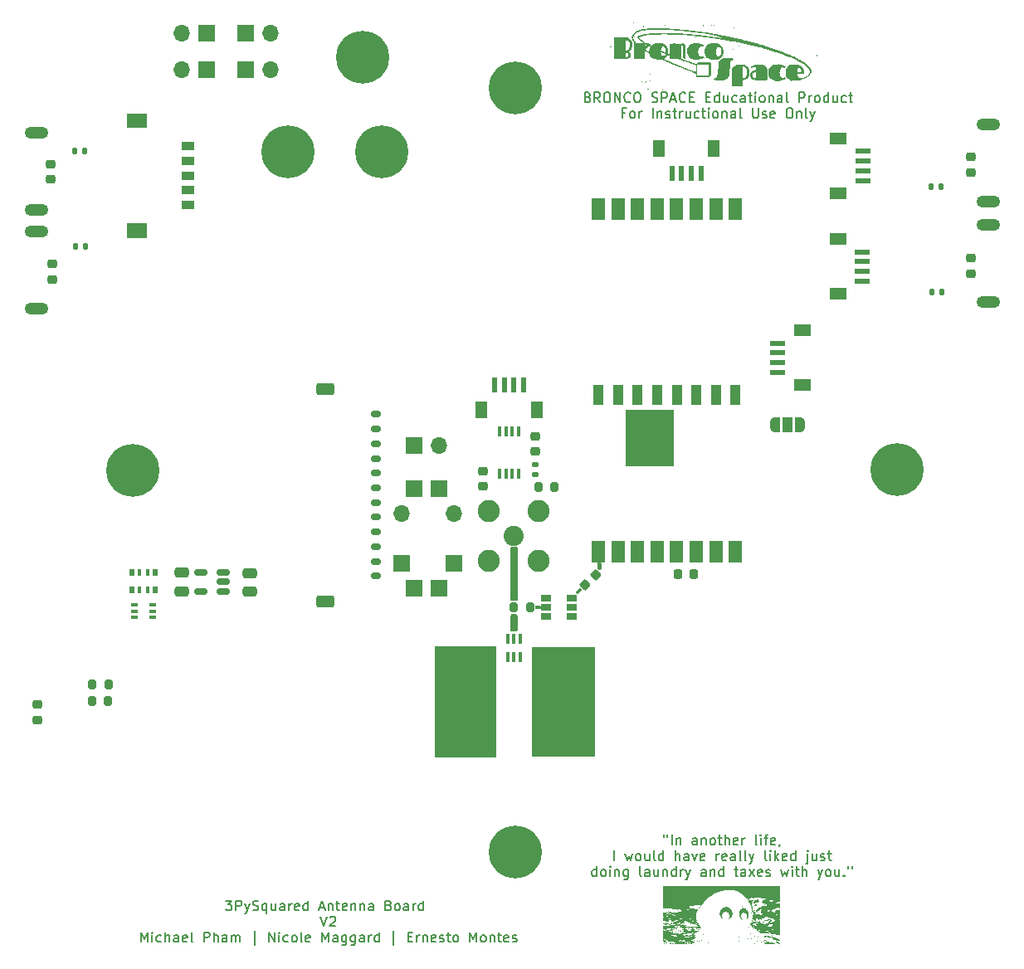
<source format=gbr>
%TF.GenerationSoftware,KiCad,Pcbnew,8.0.2-1*%
%TF.CreationDate,2024-06-23T19:16:47-07:00*%
%TF.ProjectId,antenna_top_cap_v2,616e7465-6e6e-4615-9f74-6f705f636170,rev?*%
%TF.SameCoordinates,Original*%
%TF.FileFunction,Soldermask,Top*%
%TF.FilePolarity,Negative*%
%FSLAX46Y46*%
G04 Gerber Fmt 4.6, Leading zero omitted, Abs format (unit mm)*
G04 Created by KiCad (PCBNEW 8.0.2-1) date 2024-06-23 19:16:47*
%MOMM*%
%LPD*%
G01*
G04 APERTURE LIST*
G04 Aperture macros list*
%AMRoundRect*
0 Rectangle with rounded corners*
0 $1 Rounding radius*
0 $2 $3 $4 $5 $6 $7 $8 $9 X,Y pos of 4 corners*
0 Add a 4 corners polygon primitive as box body*
4,1,4,$2,$3,$4,$5,$6,$7,$8,$9,$2,$3,0*
0 Add four circle primitives for the rounded corners*
1,1,$1+$1,$2,$3*
1,1,$1+$1,$4,$5*
1,1,$1+$1,$6,$7*
1,1,$1+$1,$8,$9*
0 Add four rect primitives between the rounded corners*
20,1,$1+$1,$2,$3,$4,$5,0*
20,1,$1+$1,$4,$5,$6,$7,0*
20,1,$1+$1,$6,$7,$8,$9,0*
20,1,$1+$1,$8,$9,$2,$3,0*%
%AMFreePoly0*
4,1,19,0.550000,-0.750000,0.000000,-0.750000,0.000000,-0.744911,-0.071157,-0.744911,-0.207708,-0.704816,-0.327430,-0.627875,-0.420627,-0.520320,-0.479746,-0.390866,-0.500000,-0.250000,-0.500000,0.250000,-0.479746,0.390866,-0.420627,0.520320,-0.327430,0.627875,-0.207708,0.704816,-0.071157,0.744911,0.000000,0.744911,0.000000,0.750000,0.550000,0.750000,0.550000,-0.750000,0.550000,-0.750000,
$1*%
%AMFreePoly1*
4,1,19,0.000000,0.744911,0.071157,0.744911,0.207708,0.704816,0.327430,0.627875,0.420627,0.520320,0.479746,0.390866,0.500000,0.250000,0.500000,-0.250000,0.479746,-0.390866,0.420627,-0.520320,0.327430,-0.627875,0.207708,-0.704816,0.071157,-0.744911,0.000000,-0.744911,0.000000,-0.750000,-0.550000,-0.750000,-0.550000,0.750000,0.000000,0.750000,0.000000,0.744911,0.000000,0.744911,
$1*%
G04 Aperture macros list end*
%ADD10C,0.150000*%
%ADD11C,0.000000*%
%ADD12C,0.010000*%
%ADD13RoundRect,0.200000X-0.200000X-0.275000X0.200000X-0.275000X0.200000X0.275000X-0.200000X0.275000X0*%
%ADD14O,1.700000X1.700000*%
%ADD15R,1.700000X1.700000*%
%ADD16R,0.600000X1.550000*%
%ADD17R,1.200000X1.800000*%
%ADD18R,0.350000X1.000000*%
%ADD19FreePoly0,180.000000*%
%ADD20R,1.000000X1.500000*%
%ADD21FreePoly1,180.000000*%
%ADD22R,1.000000X2.000000*%
%ADD23C,5.400000*%
%ADD24R,1.550000X0.600000*%
%ADD25R,1.800000X1.200000*%
%ADD26R,1.000000X0.700000*%
%ADD27RoundRect,0.218750X0.256250X-0.218750X0.256250X0.218750X-0.256250X0.218750X-0.256250X-0.218750X0*%
%ADD28RoundRect,0.250000X0.475000X-0.250000X0.475000X0.250000X-0.475000X0.250000X-0.475000X-0.250000X0*%
%ADD29RoundRect,0.135000X0.135000X0.185000X-0.135000X0.185000X-0.135000X-0.185000X0.135000X-0.185000X0*%
%ADD30RoundRect,0.218750X-0.256250X0.218750X-0.256250X-0.218750X0.256250X-0.218750X0.256250X0.218750X0*%
%ADD31RoundRect,0.200000X0.200000X0.275000X-0.200000X0.275000X-0.200000X-0.275000X0.200000X-0.275000X0*%
%ADD32RoundRect,0.225000X0.225000X0.250000X-0.225000X0.250000X-0.225000X-0.250000X0.225000X-0.250000X0*%
%ADD33RoundRect,0.135000X-0.135000X-0.185000X0.135000X-0.185000X0.135000X0.185000X-0.135000X0.185000X0*%
%ADD34RoundRect,0.150000X-0.350000X0.150000X-0.350000X-0.150000X0.350000X-0.150000X0.350000X0.150000X0*%
%ADD35RoundRect,0.250000X-0.650000X0.375000X-0.650000X-0.375000X0.650000X-0.375000X0.650000X0.375000X0*%
%ADD36R,6.390000X11.320000*%
%ADD37R,6.400000X11.300000*%
%ADD38RoundRect,0.150000X0.512500X0.150000X-0.512500X0.150000X-0.512500X-0.150000X0.512500X-0.150000X0*%
%ADD39R,0.400000X1.100000*%
%ADD40RoundRect,0.225000X-0.250000X0.225000X-0.250000X-0.225000X0.250000X-0.225000X0.250000X0.225000X0*%
%ADD41C,2.050000*%
%ADD42C,2.250000*%
%ADD43RoundRect,0.063500X-0.650000X1.000000X-0.650000X-1.000000X0.650000X-1.000000X0.650000X1.000000X0*%
%ADD44RoundRect,0.063500X-2.400000X2.849999X-2.400000X-2.849999X2.400000X-2.849999X2.400000X2.849999X0*%
%ADD45RoundRect,0.225000X0.250000X-0.225000X0.250000X0.225000X-0.250000X0.225000X-0.250000X-0.225000X0*%
%ADD46R,0.650000X0.400000*%
%ADD47RoundRect,0.225000X-0.017678X0.335876X-0.335876X0.017678X0.017678X-0.335876X0.335876X-0.017678X0*%
%ADD48R,0.500000X0.800000*%
%ADD49R,0.400000X0.800000*%
%ADD50RoundRect,0.135000X0.185000X-0.135000X0.185000X0.135000X-0.185000X0.135000X-0.185000X-0.135000X0*%
%ADD51O,2.416000X1.208000*%
G04 APERTURE END LIST*
D10*
X173283893Y-74145437D02*
X173426750Y-74193056D01*
X173426750Y-74193056D02*
X173474369Y-74240675D01*
X173474369Y-74240675D02*
X173521988Y-74335913D01*
X173521988Y-74335913D02*
X173521988Y-74478770D01*
X173521988Y-74478770D02*
X173474369Y-74574008D01*
X173474369Y-74574008D02*
X173426750Y-74621628D01*
X173426750Y-74621628D02*
X173331512Y-74669247D01*
X173331512Y-74669247D02*
X172950560Y-74669247D01*
X172950560Y-74669247D02*
X172950560Y-73669247D01*
X172950560Y-73669247D02*
X173283893Y-73669247D01*
X173283893Y-73669247D02*
X173379131Y-73716866D01*
X173379131Y-73716866D02*
X173426750Y-73764485D01*
X173426750Y-73764485D02*
X173474369Y-73859723D01*
X173474369Y-73859723D02*
X173474369Y-73954961D01*
X173474369Y-73954961D02*
X173426750Y-74050199D01*
X173426750Y-74050199D02*
X173379131Y-74097818D01*
X173379131Y-74097818D02*
X173283893Y-74145437D01*
X173283893Y-74145437D02*
X172950560Y-74145437D01*
X174521988Y-74669247D02*
X174188655Y-74193056D01*
X173950560Y-74669247D02*
X173950560Y-73669247D01*
X173950560Y-73669247D02*
X174331512Y-73669247D01*
X174331512Y-73669247D02*
X174426750Y-73716866D01*
X174426750Y-73716866D02*
X174474369Y-73764485D01*
X174474369Y-73764485D02*
X174521988Y-73859723D01*
X174521988Y-73859723D02*
X174521988Y-74002580D01*
X174521988Y-74002580D02*
X174474369Y-74097818D01*
X174474369Y-74097818D02*
X174426750Y-74145437D01*
X174426750Y-74145437D02*
X174331512Y-74193056D01*
X174331512Y-74193056D02*
X173950560Y-74193056D01*
X175141036Y-73669247D02*
X175331512Y-73669247D01*
X175331512Y-73669247D02*
X175426750Y-73716866D01*
X175426750Y-73716866D02*
X175521988Y-73812104D01*
X175521988Y-73812104D02*
X175569607Y-74002580D01*
X175569607Y-74002580D02*
X175569607Y-74335913D01*
X175569607Y-74335913D02*
X175521988Y-74526389D01*
X175521988Y-74526389D02*
X175426750Y-74621628D01*
X175426750Y-74621628D02*
X175331512Y-74669247D01*
X175331512Y-74669247D02*
X175141036Y-74669247D01*
X175141036Y-74669247D02*
X175045798Y-74621628D01*
X175045798Y-74621628D02*
X174950560Y-74526389D01*
X174950560Y-74526389D02*
X174902941Y-74335913D01*
X174902941Y-74335913D02*
X174902941Y-74002580D01*
X174902941Y-74002580D02*
X174950560Y-73812104D01*
X174950560Y-73812104D02*
X175045798Y-73716866D01*
X175045798Y-73716866D02*
X175141036Y-73669247D01*
X175998179Y-74669247D02*
X175998179Y-73669247D01*
X175998179Y-73669247D02*
X176569607Y-74669247D01*
X176569607Y-74669247D02*
X176569607Y-73669247D01*
X177617226Y-74574008D02*
X177569607Y-74621628D01*
X177569607Y-74621628D02*
X177426750Y-74669247D01*
X177426750Y-74669247D02*
X177331512Y-74669247D01*
X177331512Y-74669247D02*
X177188655Y-74621628D01*
X177188655Y-74621628D02*
X177093417Y-74526389D01*
X177093417Y-74526389D02*
X177045798Y-74431151D01*
X177045798Y-74431151D02*
X176998179Y-74240675D01*
X176998179Y-74240675D02*
X176998179Y-74097818D01*
X176998179Y-74097818D02*
X177045798Y-73907342D01*
X177045798Y-73907342D02*
X177093417Y-73812104D01*
X177093417Y-73812104D02*
X177188655Y-73716866D01*
X177188655Y-73716866D02*
X177331512Y-73669247D01*
X177331512Y-73669247D02*
X177426750Y-73669247D01*
X177426750Y-73669247D02*
X177569607Y-73716866D01*
X177569607Y-73716866D02*
X177617226Y-73764485D01*
X178236274Y-73669247D02*
X178426750Y-73669247D01*
X178426750Y-73669247D02*
X178521988Y-73716866D01*
X178521988Y-73716866D02*
X178617226Y-73812104D01*
X178617226Y-73812104D02*
X178664845Y-74002580D01*
X178664845Y-74002580D02*
X178664845Y-74335913D01*
X178664845Y-74335913D02*
X178617226Y-74526389D01*
X178617226Y-74526389D02*
X178521988Y-74621628D01*
X178521988Y-74621628D02*
X178426750Y-74669247D01*
X178426750Y-74669247D02*
X178236274Y-74669247D01*
X178236274Y-74669247D02*
X178141036Y-74621628D01*
X178141036Y-74621628D02*
X178045798Y-74526389D01*
X178045798Y-74526389D02*
X177998179Y-74335913D01*
X177998179Y-74335913D02*
X177998179Y-74002580D01*
X177998179Y-74002580D02*
X178045798Y-73812104D01*
X178045798Y-73812104D02*
X178141036Y-73716866D01*
X178141036Y-73716866D02*
X178236274Y-73669247D01*
X179807703Y-74621628D02*
X179950560Y-74669247D01*
X179950560Y-74669247D02*
X180188655Y-74669247D01*
X180188655Y-74669247D02*
X180283893Y-74621628D01*
X180283893Y-74621628D02*
X180331512Y-74574008D01*
X180331512Y-74574008D02*
X180379131Y-74478770D01*
X180379131Y-74478770D02*
X180379131Y-74383532D01*
X180379131Y-74383532D02*
X180331512Y-74288294D01*
X180331512Y-74288294D02*
X180283893Y-74240675D01*
X180283893Y-74240675D02*
X180188655Y-74193056D01*
X180188655Y-74193056D02*
X179998179Y-74145437D01*
X179998179Y-74145437D02*
X179902941Y-74097818D01*
X179902941Y-74097818D02*
X179855322Y-74050199D01*
X179855322Y-74050199D02*
X179807703Y-73954961D01*
X179807703Y-73954961D02*
X179807703Y-73859723D01*
X179807703Y-73859723D02*
X179855322Y-73764485D01*
X179855322Y-73764485D02*
X179902941Y-73716866D01*
X179902941Y-73716866D02*
X179998179Y-73669247D01*
X179998179Y-73669247D02*
X180236274Y-73669247D01*
X180236274Y-73669247D02*
X180379131Y-73716866D01*
X180807703Y-74669247D02*
X180807703Y-73669247D01*
X180807703Y-73669247D02*
X181188655Y-73669247D01*
X181188655Y-73669247D02*
X181283893Y-73716866D01*
X181283893Y-73716866D02*
X181331512Y-73764485D01*
X181331512Y-73764485D02*
X181379131Y-73859723D01*
X181379131Y-73859723D02*
X181379131Y-74002580D01*
X181379131Y-74002580D02*
X181331512Y-74097818D01*
X181331512Y-74097818D02*
X181283893Y-74145437D01*
X181283893Y-74145437D02*
X181188655Y-74193056D01*
X181188655Y-74193056D02*
X180807703Y-74193056D01*
X181760084Y-74383532D02*
X182236274Y-74383532D01*
X181664846Y-74669247D02*
X181998179Y-73669247D01*
X181998179Y-73669247D02*
X182331512Y-74669247D01*
X183236274Y-74574008D02*
X183188655Y-74621628D01*
X183188655Y-74621628D02*
X183045798Y-74669247D01*
X183045798Y-74669247D02*
X182950560Y-74669247D01*
X182950560Y-74669247D02*
X182807703Y-74621628D01*
X182807703Y-74621628D02*
X182712465Y-74526389D01*
X182712465Y-74526389D02*
X182664846Y-74431151D01*
X182664846Y-74431151D02*
X182617227Y-74240675D01*
X182617227Y-74240675D02*
X182617227Y-74097818D01*
X182617227Y-74097818D02*
X182664846Y-73907342D01*
X182664846Y-73907342D02*
X182712465Y-73812104D01*
X182712465Y-73812104D02*
X182807703Y-73716866D01*
X182807703Y-73716866D02*
X182950560Y-73669247D01*
X182950560Y-73669247D02*
X183045798Y-73669247D01*
X183045798Y-73669247D02*
X183188655Y-73716866D01*
X183188655Y-73716866D02*
X183236274Y-73764485D01*
X183664846Y-74145437D02*
X183998179Y-74145437D01*
X184141036Y-74669247D02*
X183664846Y-74669247D01*
X183664846Y-74669247D02*
X183664846Y-73669247D01*
X183664846Y-73669247D02*
X184141036Y-73669247D01*
X185331513Y-74145437D02*
X185664846Y-74145437D01*
X185807703Y-74669247D02*
X185331513Y-74669247D01*
X185331513Y-74669247D02*
X185331513Y-73669247D01*
X185331513Y-73669247D02*
X185807703Y-73669247D01*
X186664846Y-74669247D02*
X186664846Y-73669247D01*
X186664846Y-74621628D02*
X186569608Y-74669247D01*
X186569608Y-74669247D02*
X186379132Y-74669247D01*
X186379132Y-74669247D02*
X186283894Y-74621628D01*
X186283894Y-74621628D02*
X186236275Y-74574008D01*
X186236275Y-74574008D02*
X186188656Y-74478770D01*
X186188656Y-74478770D02*
X186188656Y-74193056D01*
X186188656Y-74193056D02*
X186236275Y-74097818D01*
X186236275Y-74097818D02*
X186283894Y-74050199D01*
X186283894Y-74050199D02*
X186379132Y-74002580D01*
X186379132Y-74002580D02*
X186569608Y-74002580D01*
X186569608Y-74002580D02*
X186664846Y-74050199D01*
X187569608Y-74002580D02*
X187569608Y-74669247D01*
X187141037Y-74002580D02*
X187141037Y-74526389D01*
X187141037Y-74526389D02*
X187188656Y-74621628D01*
X187188656Y-74621628D02*
X187283894Y-74669247D01*
X187283894Y-74669247D02*
X187426751Y-74669247D01*
X187426751Y-74669247D02*
X187521989Y-74621628D01*
X187521989Y-74621628D02*
X187569608Y-74574008D01*
X188474370Y-74621628D02*
X188379132Y-74669247D01*
X188379132Y-74669247D02*
X188188656Y-74669247D01*
X188188656Y-74669247D02*
X188093418Y-74621628D01*
X188093418Y-74621628D02*
X188045799Y-74574008D01*
X188045799Y-74574008D02*
X187998180Y-74478770D01*
X187998180Y-74478770D02*
X187998180Y-74193056D01*
X187998180Y-74193056D02*
X188045799Y-74097818D01*
X188045799Y-74097818D02*
X188093418Y-74050199D01*
X188093418Y-74050199D02*
X188188656Y-74002580D01*
X188188656Y-74002580D02*
X188379132Y-74002580D01*
X188379132Y-74002580D02*
X188474370Y-74050199D01*
X189331513Y-74669247D02*
X189331513Y-74145437D01*
X189331513Y-74145437D02*
X189283894Y-74050199D01*
X189283894Y-74050199D02*
X189188656Y-74002580D01*
X189188656Y-74002580D02*
X188998180Y-74002580D01*
X188998180Y-74002580D02*
X188902942Y-74050199D01*
X189331513Y-74621628D02*
X189236275Y-74669247D01*
X189236275Y-74669247D02*
X188998180Y-74669247D01*
X188998180Y-74669247D02*
X188902942Y-74621628D01*
X188902942Y-74621628D02*
X188855323Y-74526389D01*
X188855323Y-74526389D02*
X188855323Y-74431151D01*
X188855323Y-74431151D02*
X188902942Y-74335913D01*
X188902942Y-74335913D02*
X188998180Y-74288294D01*
X188998180Y-74288294D02*
X189236275Y-74288294D01*
X189236275Y-74288294D02*
X189331513Y-74240675D01*
X189664847Y-74002580D02*
X190045799Y-74002580D01*
X189807704Y-73669247D02*
X189807704Y-74526389D01*
X189807704Y-74526389D02*
X189855323Y-74621628D01*
X189855323Y-74621628D02*
X189950561Y-74669247D01*
X189950561Y-74669247D02*
X190045799Y-74669247D01*
X190379133Y-74669247D02*
X190379133Y-74002580D01*
X190379133Y-73669247D02*
X190331514Y-73716866D01*
X190331514Y-73716866D02*
X190379133Y-73764485D01*
X190379133Y-73764485D02*
X190426752Y-73716866D01*
X190426752Y-73716866D02*
X190379133Y-73669247D01*
X190379133Y-73669247D02*
X190379133Y-73764485D01*
X190998180Y-74669247D02*
X190902942Y-74621628D01*
X190902942Y-74621628D02*
X190855323Y-74574008D01*
X190855323Y-74574008D02*
X190807704Y-74478770D01*
X190807704Y-74478770D02*
X190807704Y-74193056D01*
X190807704Y-74193056D02*
X190855323Y-74097818D01*
X190855323Y-74097818D02*
X190902942Y-74050199D01*
X190902942Y-74050199D02*
X190998180Y-74002580D01*
X190998180Y-74002580D02*
X191141037Y-74002580D01*
X191141037Y-74002580D02*
X191236275Y-74050199D01*
X191236275Y-74050199D02*
X191283894Y-74097818D01*
X191283894Y-74097818D02*
X191331513Y-74193056D01*
X191331513Y-74193056D02*
X191331513Y-74478770D01*
X191331513Y-74478770D02*
X191283894Y-74574008D01*
X191283894Y-74574008D02*
X191236275Y-74621628D01*
X191236275Y-74621628D02*
X191141037Y-74669247D01*
X191141037Y-74669247D02*
X190998180Y-74669247D01*
X191760085Y-74002580D02*
X191760085Y-74669247D01*
X191760085Y-74097818D02*
X191807704Y-74050199D01*
X191807704Y-74050199D02*
X191902942Y-74002580D01*
X191902942Y-74002580D02*
X192045799Y-74002580D01*
X192045799Y-74002580D02*
X192141037Y-74050199D01*
X192141037Y-74050199D02*
X192188656Y-74145437D01*
X192188656Y-74145437D02*
X192188656Y-74669247D01*
X193093418Y-74669247D02*
X193093418Y-74145437D01*
X193093418Y-74145437D02*
X193045799Y-74050199D01*
X193045799Y-74050199D02*
X192950561Y-74002580D01*
X192950561Y-74002580D02*
X192760085Y-74002580D01*
X192760085Y-74002580D02*
X192664847Y-74050199D01*
X193093418Y-74621628D02*
X192998180Y-74669247D01*
X192998180Y-74669247D02*
X192760085Y-74669247D01*
X192760085Y-74669247D02*
X192664847Y-74621628D01*
X192664847Y-74621628D02*
X192617228Y-74526389D01*
X192617228Y-74526389D02*
X192617228Y-74431151D01*
X192617228Y-74431151D02*
X192664847Y-74335913D01*
X192664847Y-74335913D02*
X192760085Y-74288294D01*
X192760085Y-74288294D02*
X192998180Y-74288294D01*
X192998180Y-74288294D02*
X193093418Y-74240675D01*
X193712466Y-74669247D02*
X193617228Y-74621628D01*
X193617228Y-74621628D02*
X193569609Y-74526389D01*
X193569609Y-74526389D02*
X193569609Y-73669247D01*
X194855324Y-74669247D02*
X194855324Y-73669247D01*
X194855324Y-73669247D02*
X195236276Y-73669247D01*
X195236276Y-73669247D02*
X195331514Y-73716866D01*
X195331514Y-73716866D02*
X195379133Y-73764485D01*
X195379133Y-73764485D02*
X195426752Y-73859723D01*
X195426752Y-73859723D02*
X195426752Y-74002580D01*
X195426752Y-74002580D02*
X195379133Y-74097818D01*
X195379133Y-74097818D02*
X195331514Y-74145437D01*
X195331514Y-74145437D02*
X195236276Y-74193056D01*
X195236276Y-74193056D02*
X194855324Y-74193056D01*
X195855324Y-74669247D02*
X195855324Y-74002580D01*
X195855324Y-74193056D02*
X195902943Y-74097818D01*
X195902943Y-74097818D02*
X195950562Y-74050199D01*
X195950562Y-74050199D02*
X196045800Y-74002580D01*
X196045800Y-74002580D02*
X196141038Y-74002580D01*
X196617229Y-74669247D02*
X196521991Y-74621628D01*
X196521991Y-74621628D02*
X196474372Y-74574008D01*
X196474372Y-74574008D02*
X196426753Y-74478770D01*
X196426753Y-74478770D02*
X196426753Y-74193056D01*
X196426753Y-74193056D02*
X196474372Y-74097818D01*
X196474372Y-74097818D02*
X196521991Y-74050199D01*
X196521991Y-74050199D02*
X196617229Y-74002580D01*
X196617229Y-74002580D02*
X196760086Y-74002580D01*
X196760086Y-74002580D02*
X196855324Y-74050199D01*
X196855324Y-74050199D02*
X196902943Y-74097818D01*
X196902943Y-74097818D02*
X196950562Y-74193056D01*
X196950562Y-74193056D02*
X196950562Y-74478770D01*
X196950562Y-74478770D02*
X196902943Y-74574008D01*
X196902943Y-74574008D02*
X196855324Y-74621628D01*
X196855324Y-74621628D02*
X196760086Y-74669247D01*
X196760086Y-74669247D02*
X196617229Y-74669247D01*
X197807705Y-74669247D02*
X197807705Y-73669247D01*
X197807705Y-74621628D02*
X197712467Y-74669247D01*
X197712467Y-74669247D02*
X197521991Y-74669247D01*
X197521991Y-74669247D02*
X197426753Y-74621628D01*
X197426753Y-74621628D02*
X197379134Y-74574008D01*
X197379134Y-74574008D02*
X197331515Y-74478770D01*
X197331515Y-74478770D02*
X197331515Y-74193056D01*
X197331515Y-74193056D02*
X197379134Y-74097818D01*
X197379134Y-74097818D02*
X197426753Y-74050199D01*
X197426753Y-74050199D02*
X197521991Y-74002580D01*
X197521991Y-74002580D02*
X197712467Y-74002580D01*
X197712467Y-74002580D02*
X197807705Y-74050199D01*
X198712467Y-74002580D02*
X198712467Y-74669247D01*
X198283896Y-74002580D02*
X198283896Y-74526389D01*
X198283896Y-74526389D02*
X198331515Y-74621628D01*
X198331515Y-74621628D02*
X198426753Y-74669247D01*
X198426753Y-74669247D02*
X198569610Y-74669247D01*
X198569610Y-74669247D02*
X198664848Y-74621628D01*
X198664848Y-74621628D02*
X198712467Y-74574008D01*
X199617229Y-74621628D02*
X199521991Y-74669247D01*
X199521991Y-74669247D02*
X199331515Y-74669247D01*
X199331515Y-74669247D02*
X199236277Y-74621628D01*
X199236277Y-74621628D02*
X199188658Y-74574008D01*
X199188658Y-74574008D02*
X199141039Y-74478770D01*
X199141039Y-74478770D02*
X199141039Y-74193056D01*
X199141039Y-74193056D02*
X199188658Y-74097818D01*
X199188658Y-74097818D02*
X199236277Y-74050199D01*
X199236277Y-74050199D02*
X199331515Y-74002580D01*
X199331515Y-74002580D02*
X199521991Y-74002580D01*
X199521991Y-74002580D02*
X199617229Y-74050199D01*
X199902944Y-74002580D02*
X200283896Y-74002580D01*
X200045801Y-73669247D02*
X200045801Y-74526389D01*
X200045801Y-74526389D02*
X200093420Y-74621628D01*
X200093420Y-74621628D02*
X200188658Y-74669247D01*
X200188658Y-74669247D02*
X200283896Y-74669247D01*
X177093417Y-75755381D02*
X176760084Y-75755381D01*
X176760084Y-76279191D02*
X176760084Y-75279191D01*
X176760084Y-75279191D02*
X177236274Y-75279191D01*
X177760084Y-76279191D02*
X177664846Y-76231572D01*
X177664846Y-76231572D02*
X177617227Y-76183952D01*
X177617227Y-76183952D02*
X177569608Y-76088714D01*
X177569608Y-76088714D02*
X177569608Y-75803000D01*
X177569608Y-75803000D02*
X177617227Y-75707762D01*
X177617227Y-75707762D02*
X177664846Y-75660143D01*
X177664846Y-75660143D02*
X177760084Y-75612524D01*
X177760084Y-75612524D02*
X177902941Y-75612524D01*
X177902941Y-75612524D02*
X177998179Y-75660143D01*
X177998179Y-75660143D02*
X178045798Y-75707762D01*
X178045798Y-75707762D02*
X178093417Y-75803000D01*
X178093417Y-75803000D02*
X178093417Y-76088714D01*
X178093417Y-76088714D02*
X178045798Y-76183952D01*
X178045798Y-76183952D02*
X177998179Y-76231572D01*
X177998179Y-76231572D02*
X177902941Y-76279191D01*
X177902941Y-76279191D02*
X177760084Y-76279191D01*
X178521989Y-76279191D02*
X178521989Y-75612524D01*
X178521989Y-75803000D02*
X178569608Y-75707762D01*
X178569608Y-75707762D02*
X178617227Y-75660143D01*
X178617227Y-75660143D02*
X178712465Y-75612524D01*
X178712465Y-75612524D02*
X178807703Y-75612524D01*
X179902942Y-76279191D02*
X179902942Y-75279191D01*
X180379132Y-75612524D02*
X180379132Y-76279191D01*
X180379132Y-75707762D02*
X180426751Y-75660143D01*
X180426751Y-75660143D02*
X180521989Y-75612524D01*
X180521989Y-75612524D02*
X180664846Y-75612524D01*
X180664846Y-75612524D02*
X180760084Y-75660143D01*
X180760084Y-75660143D02*
X180807703Y-75755381D01*
X180807703Y-75755381D02*
X180807703Y-76279191D01*
X181236275Y-76231572D02*
X181331513Y-76279191D01*
X181331513Y-76279191D02*
X181521989Y-76279191D01*
X181521989Y-76279191D02*
X181617227Y-76231572D01*
X181617227Y-76231572D02*
X181664846Y-76136333D01*
X181664846Y-76136333D02*
X181664846Y-76088714D01*
X181664846Y-76088714D02*
X181617227Y-75993476D01*
X181617227Y-75993476D02*
X181521989Y-75945857D01*
X181521989Y-75945857D02*
X181379132Y-75945857D01*
X181379132Y-75945857D02*
X181283894Y-75898238D01*
X181283894Y-75898238D02*
X181236275Y-75803000D01*
X181236275Y-75803000D02*
X181236275Y-75755381D01*
X181236275Y-75755381D02*
X181283894Y-75660143D01*
X181283894Y-75660143D02*
X181379132Y-75612524D01*
X181379132Y-75612524D02*
X181521989Y-75612524D01*
X181521989Y-75612524D02*
X181617227Y-75660143D01*
X181950561Y-75612524D02*
X182331513Y-75612524D01*
X182093418Y-75279191D02*
X182093418Y-76136333D01*
X182093418Y-76136333D02*
X182141037Y-76231572D01*
X182141037Y-76231572D02*
X182236275Y-76279191D01*
X182236275Y-76279191D02*
X182331513Y-76279191D01*
X182664847Y-76279191D02*
X182664847Y-75612524D01*
X182664847Y-75803000D02*
X182712466Y-75707762D01*
X182712466Y-75707762D02*
X182760085Y-75660143D01*
X182760085Y-75660143D02*
X182855323Y-75612524D01*
X182855323Y-75612524D02*
X182950561Y-75612524D01*
X183712466Y-75612524D02*
X183712466Y-76279191D01*
X183283895Y-75612524D02*
X183283895Y-76136333D01*
X183283895Y-76136333D02*
X183331514Y-76231572D01*
X183331514Y-76231572D02*
X183426752Y-76279191D01*
X183426752Y-76279191D02*
X183569609Y-76279191D01*
X183569609Y-76279191D02*
X183664847Y-76231572D01*
X183664847Y-76231572D02*
X183712466Y-76183952D01*
X184617228Y-76231572D02*
X184521990Y-76279191D01*
X184521990Y-76279191D02*
X184331514Y-76279191D01*
X184331514Y-76279191D02*
X184236276Y-76231572D01*
X184236276Y-76231572D02*
X184188657Y-76183952D01*
X184188657Y-76183952D02*
X184141038Y-76088714D01*
X184141038Y-76088714D02*
X184141038Y-75803000D01*
X184141038Y-75803000D02*
X184188657Y-75707762D01*
X184188657Y-75707762D02*
X184236276Y-75660143D01*
X184236276Y-75660143D02*
X184331514Y-75612524D01*
X184331514Y-75612524D02*
X184521990Y-75612524D01*
X184521990Y-75612524D02*
X184617228Y-75660143D01*
X184902943Y-75612524D02*
X185283895Y-75612524D01*
X185045800Y-75279191D02*
X185045800Y-76136333D01*
X185045800Y-76136333D02*
X185093419Y-76231572D01*
X185093419Y-76231572D02*
X185188657Y-76279191D01*
X185188657Y-76279191D02*
X185283895Y-76279191D01*
X185617229Y-76279191D02*
X185617229Y-75612524D01*
X185617229Y-75279191D02*
X185569610Y-75326810D01*
X185569610Y-75326810D02*
X185617229Y-75374429D01*
X185617229Y-75374429D02*
X185664848Y-75326810D01*
X185664848Y-75326810D02*
X185617229Y-75279191D01*
X185617229Y-75279191D02*
X185617229Y-75374429D01*
X186236276Y-76279191D02*
X186141038Y-76231572D01*
X186141038Y-76231572D02*
X186093419Y-76183952D01*
X186093419Y-76183952D02*
X186045800Y-76088714D01*
X186045800Y-76088714D02*
X186045800Y-75803000D01*
X186045800Y-75803000D02*
X186093419Y-75707762D01*
X186093419Y-75707762D02*
X186141038Y-75660143D01*
X186141038Y-75660143D02*
X186236276Y-75612524D01*
X186236276Y-75612524D02*
X186379133Y-75612524D01*
X186379133Y-75612524D02*
X186474371Y-75660143D01*
X186474371Y-75660143D02*
X186521990Y-75707762D01*
X186521990Y-75707762D02*
X186569609Y-75803000D01*
X186569609Y-75803000D02*
X186569609Y-76088714D01*
X186569609Y-76088714D02*
X186521990Y-76183952D01*
X186521990Y-76183952D02*
X186474371Y-76231572D01*
X186474371Y-76231572D02*
X186379133Y-76279191D01*
X186379133Y-76279191D02*
X186236276Y-76279191D01*
X186998181Y-75612524D02*
X186998181Y-76279191D01*
X186998181Y-75707762D02*
X187045800Y-75660143D01*
X187045800Y-75660143D02*
X187141038Y-75612524D01*
X187141038Y-75612524D02*
X187283895Y-75612524D01*
X187283895Y-75612524D02*
X187379133Y-75660143D01*
X187379133Y-75660143D02*
X187426752Y-75755381D01*
X187426752Y-75755381D02*
X187426752Y-76279191D01*
X188331514Y-76279191D02*
X188331514Y-75755381D01*
X188331514Y-75755381D02*
X188283895Y-75660143D01*
X188283895Y-75660143D02*
X188188657Y-75612524D01*
X188188657Y-75612524D02*
X187998181Y-75612524D01*
X187998181Y-75612524D02*
X187902943Y-75660143D01*
X188331514Y-76231572D02*
X188236276Y-76279191D01*
X188236276Y-76279191D02*
X187998181Y-76279191D01*
X187998181Y-76279191D02*
X187902943Y-76231572D01*
X187902943Y-76231572D02*
X187855324Y-76136333D01*
X187855324Y-76136333D02*
X187855324Y-76041095D01*
X187855324Y-76041095D02*
X187902943Y-75945857D01*
X187902943Y-75945857D02*
X187998181Y-75898238D01*
X187998181Y-75898238D02*
X188236276Y-75898238D01*
X188236276Y-75898238D02*
X188331514Y-75850619D01*
X188950562Y-76279191D02*
X188855324Y-76231572D01*
X188855324Y-76231572D02*
X188807705Y-76136333D01*
X188807705Y-76136333D02*
X188807705Y-75279191D01*
X190093420Y-75279191D02*
X190093420Y-76088714D01*
X190093420Y-76088714D02*
X190141039Y-76183952D01*
X190141039Y-76183952D02*
X190188658Y-76231572D01*
X190188658Y-76231572D02*
X190283896Y-76279191D01*
X190283896Y-76279191D02*
X190474372Y-76279191D01*
X190474372Y-76279191D02*
X190569610Y-76231572D01*
X190569610Y-76231572D02*
X190617229Y-76183952D01*
X190617229Y-76183952D02*
X190664848Y-76088714D01*
X190664848Y-76088714D02*
X190664848Y-75279191D01*
X191093420Y-76231572D02*
X191188658Y-76279191D01*
X191188658Y-76279191D02*
X191379134Y-76279191D01*
X191379134Y-76279191D02*
X191474372Y-76231572D01*
X191474372Y-76231572D02*
X191521991Y-76136333D01*
X191521991Y-76136333D02*
X191521991Y-76088714D01*
X191521991Y-76088714D02*
X191474372Y-75993476D01*
X191474372Y-75993476D02*
X191379134Y-75945857D01*
X191379134Y-75945857D02*
X191236277Y-75945857D01*
X191236277Y-75945857D02*
X191141039Y-75898238D01*
X191141039Y-75898238D02*
X191093420Y-75803000D01*
X191093420Y-75803000D02*
X191093420Y-75755381D01*
X191093420Y-75755381D02*
X191141039Y-75660143D01*
X191141039Y-75660143D02*
X191236277Y-75612524D01*
X191236277Y-75612524D02*
X191379134Y-75612524D01*
X191379134Y-75612524D02*
X191474372Y-75660143D01*
X192331515Y-76231572D02*
X192236277Y-76279191D01*
X192236277Y-76279191D02*
X192045801Y-76279191D01*
X192045801Y-76279191D02*
X191950563Y-76231572D01*
X191950563Y-76231572D02*
X191902944Y-76136333D01*
X191902944Y-76136333D02*
X191902944Y-75755381D01*
X191902944Y-75755381D02*
X191950563Y-75660143D01*
X191950563Y-75660143D02*
X192045801Y-75612524D01*
X192045801Y-75612524D02*
X192236277Y-75612524D01*
X192236277Y-75612524D02*
X192331515Y-75660143D01*
X192331515Y-75660143D02*
X192379134Y-75755381D01*
X192379134Y-75755381D02*
X192379134Y-75850619D01*
X192379134Y-75850619D02*
X191902944Y-75945857D01*
X193760087Y-75279191D02*
X193950563Y-75279191D01*
X193950563Y-75279191D02*
X194045801Y-75326810D01*
X194045801Y-75326810D02*
X194141039Y-75422048D01*
X194141039Y-75422048D02*
X194188658Y-75612524D01*
X194188658Y-75612524D02*
X194188658Y-75945857D01*
X194188658Y-75945857D02*
X194141039Y-76136333D01*
X194141039Y-76136333D02*
X194045801Y-76231572D01*
X194045801Y-76231572D02*
X193950563Y-76279191D01*
X193950563Y-76279191D02*
X193760087Y-76279191D01*
X193760087Y-76279191D02*
X193664849Y-76231572D01*
X193664849Y-76231572D02*
X193569611Y-76136333D01*
X193569611Y-76136333D02*
X193521992Y-75945857D01*
X193521992Y-75945857D02*
X193521992Y-75612524D01*
X193521992Y-75612524D02*
X193569611Y-75422048D01*
X193569611Y-75422048D02*
X193664849Y-75326810D01*
X193664849Y-75326810D02*
X193760087Y-75279191D01*
X194617230Y-75612524D02*
X194617230Y-76279191D01*
X194617230Y-75707762D02*
X194664849Y-75660143D01*
X194664849Y-75660143D02*
X194760087Y-75612524D01*
X194760087Y-75612524D02*
X194902944Y-75612524D01*
X194902944Y-75612524D02*
X194998182Y-75660143D01*
X194998182Y-75660143D02*
X195045801Y-75755381D01*
X195045801Y-75755381D02*
X195045801Y-76279191D01*
X195664849Y-76279191D02*
X195569611Y-76231572D01*
X195569611Y-76231572D02*
X195521992Y-76136333D01*
X195521992Y-76136333D02*
X195521992Y-75279191D01*
X195950564Y-75612524D02*
X196188659Y-76279191D01*
X196426754Y-75612524D02*
X196188659Y-76279191D01*
X196188659Y-76279191D02*
X196093421Y-76517286D01*
X196093421Y-76517286D02*
X196045802Y-76564905D01*
X196045802Y-76564905D02*
X195950564Y-76612524D01*
X181027752Y-149440548D02*
X181027752Y-149631024D01*
X181408704Y-149440548D02*
X181408704Y-149631024D01*
X181837276Y-150440548D02*
X181837276Y-149440548D01*
X182313466Y-149773881D02*
X182313466Y-150440548D01*
X182313466Y-149869119D02*
X182361085Y-149821500D01*
X182361085Y-149821500D02*
X182456323Y-149773881D01*
X182456323Y-149773881D02*
X182599180Y-149773881D01*
X182599180Y-149773881D02*
X182694418Y-149821500D01*
X182694418Y-149821500D02*
X182742037Y-149916738D01*
X182742037Y-149916738D02*
X182742037Y-150440548D01*
X184408704Y-150440548D02*
X184408704Y-149916738D01*
X184408704Y-149916738D02*
X184361085Y-149821500D01*
X184361085Y-149821500D02*
X184265847Y-149773881D01*
X184265847Y-149773881D02*
X184075371Y-149773881D01*
X184075371Y-149773881D02*
X183980133Y-149821500D01*
X184408704Y-150392929D02*
X184313466Y-150440548D01*
X184313466Y-150440548D02*
X184075371Y-150440548D01*
X184075371Y-150440548D02*
X183980133Y-150392929D01*
X183980133Y-150392929D02*
X183932514Y-150297690D01*
X183932514Y-150297690D02*
X183932514Y-150202452D01*
X183932514Y-150202452D02*
X183980133Y-150107214D01*
X183980133Y-150107214D02*
X184075371Y-150059595D01*
X184075371Y-150059595D02*
X184313466Y-150059595D01*
X184313466Y-150059595D02*
X184408704Y-150011976D01*
X184884895Y-149773881D02*
X184884895Y-150440548D01*
X184884895Y-149869119D02*
X184932514Y-149821500D01*
X184932514Y-149821500D02*
X185027752Y-149773881D01*
X185027752Y-149773881D02*
X185170609Y-149773881D01*
X185170609Y-149773881D02*
X185265847Y-149821500D01*
X185265847Y-149821500D02*
X185313466Y-149916738D01*
X185313466Y-149916738D02*
X185313466Y-150440548D01*
X185932514Y-150440548D02*
X185837276Y-150392929D01*
X185837276Y-150392929D02*
X185789657Y-150345309D01*
X185789657Y-150345309D02*
X185742038Y-150250071D01*
X185742038Y-150250071D02*
X185742038Y-149964357D01*
X185742038Y-149964357D02*
X185789657Y-149869119D01*
X185789657Y-149869119D02*
X185837276Y-149821500D01*
X185837276Y-149821500D02*
X185932514Y-149773881D01*
X185932514Y-149773881D02*
X186075371Y-149773881D01*
X186075371Y-149773881D02*
X186170609Y-149821500D01*
X186170609Y-149821500D02*
X186218228Y-149869119D01*
X186218228Y-149869119D02*
X186265847Y-149964357D01*
X186265847Y-149964357D02*
X186265847Y-150250071D01*
X186265847Y-150250071D02*
X186218228Y-150345309D01*
X186218228Y-150345309D02*
X186170609Y-150392929D01*
X186170609Y-150392929D02*
X186075371Y-150440548D01*
X186075371Y-150440548D02*
X185932514Y-150440548D01*
X186551562Y-149773881D02*
X186932514Y-149773881D01*
X186694419Y-149440548D02*
X186694419Y-150297690D01*
X186694419Y-150297690D02*
X186742038Y-150392929D01*
X186742038Y-150392929D02*
X186837276Y-150440548D01*
X186837276Y-150440548D02*
X186932514Y-150440548D01*
X187265848Y-150440548D02*
X187265848Y-149440548D01*
X187694419Y-150440548D02*
X187694419Y-149916738D01*
X187694419Y-149916738D02*
X187646800Y-149821500D01*
X187646800Y-149821500D02*
X187551562Y-149773881D01*
X187551562Y-149773881D02*
X187408705Y-149773881D01*
X187408705Y-149773881D02*
X187313467Y-149821500D01*
X187313467Y-149821500D02*
X187265848Y-149869119D01*
X188551562Y-150392929D02*
X188456324Y-150440548D01*
X188456324Y-150440548D02*
X188265848Y-150440548D01*
X188265848Y-150440548D02*
X188170610Y-150392929D01*
X188170610Y-150392929D02*
X188122991Y-150297690D01*
X188122991Y-150297690D02*
X188122991Y-149916738D01*
X188122991Y-149916738D02*
X188170610Y-149821500D01*
X188170610Y-149821500D02*
X188265848Y-149773881D01*
X188265848Y-149773881D02*
X188456324Y-149773881D01*
X188456324Y-149773881D02*
X188551562Y-149821500D01*
X188551562Y-149821500D02*
X188599181Y-149916738D01*
X188599181Y-149916738D02*
X188599181Y-150011976D01*
X188599181Y-150011976D02*
X188122991Y-150107214D01*
X189027753Y-150440548D02*
X189027753Y-149773881D01*
X189027753Y-149964357D02*
X189075372Y-149869119D01*
X189075372Y-149869119D02*
X189122991Y-149821500D01*
X189122991Y-149821500D02*
X189218229Y-149773881D01*
X189218229Y-149773881D02*
X189313467Y-149773881D01*
X190551563Y-150440548D02*
X190456325Y-150392929D01*
X190456325Y-150392929D02*
X190408706Y-150297690D01*
X190408706Y-150297690D02*
X190408706Y-149440548D01*
X190932516Y-150440548D02*
X190932516Y-149773881D01*
X190932516Y-149440548D02*
X190884897Y-149488167D01*
X190884897Y-149488167D02*
X190932516Y-149535786D01*
X190932516Y-149535786D02*
X190980135Y-149488167D01*
X190980135Y-149488167D02*
X190932516Y-149440548D01*
X190932516Y-149440548D02*
X190932516Y-149535786D01*
X191265849Y-149773881D02*
X191646801Y-149773881D01*
X191408706Y-150440548D02*
X191408706Y-149583405D01*
X191408706Y-149583405D02*
X191456325Y-149488167D01*
X191456325Y-149488167D02*
X191551563Y-149440548D01*
X191551563Y-149440548D02*
X191646801Y-149440548D01*
X192361087Y-150392929D02*
X192265849Y-150440548D01*
X192265849Y-150440548D02*
X192075373Y-150440548D01*
X192075373Y-150440548D02*
X191980135Y-150392929D01*
X191980135Y-150392929D02*
X191932516Y-150297690D01*
X191932516Y-150297690D02*
X191932516Y-149916738D01*
X191932516Y-149916738D02*
X191980135Y-149821500D01*
X191980135Y-149821500D02*
X192075373Y-149773881D01*
X192075373Y-149773881D02*
X192265849Y-149773881D01*
X192265849Y-149773881D02*
X192361087Y-149821500D01*
X192361087Y-149821500D02*
X192408706Y-149916738D01*
X192408706Y-149916738D02*
X192408706Y-150011976D01*
X192408706Y-150011976D02*
X191932516Y-150107214D01*
X192884897Y-150392929D02*
X192884897Y-150440548D01*
X192884897Y-150440548D02*
X192837278Y-150535786D01*
X192837278Y-150535786D02*
X192789659Y-150583405D01*
X175932513Y-152050492D02*
X175932513Y-151050492D01*
X177075370Y-151383825D02*
X177265846Y-152050492D01*
X177265846Y-152050492D02*
X177456322Y-151574301D01*
X177456322Y-151574301D02*
X177646798Y-152050492D01*
X177646798Y-152050492D02*
X177837274Y-151383825D01*
X178361084Y-152050492D02*
X178265846Y-152002873D01*
X178265846Y-152002873D02*
X178218227Y-151955253D01*
X178218227Y-151955253D02*
X178170608Y-151860015D01*
X178170608Y-151860015D02*
X178170608Y-151574301D01*
X178170608Y-151574301D02*
X178218227Y-151479063D01*
X178218227Y-151479063D02*
X178265846Y-151431444D01*
X178265846Y-151431444D02*
X178361084Y-151383825D01*
X178361084Y-151383825D02*
X178503941Y-151383825D01*
X178503941Y-151383825D02*
X178599179Y-151431444D01*
X178599179Y-151431444D02*
X178646798Y-151479063D01*
X178646798Y-151479063D02*
X178694417Y-151574301D01*
X178694417Y-151574301D02*
X178694417Y-151860015D01*
X178694417Y-151860015D02*
X178646798Y-151955253D01*
X178646798Y-151955253D02*
X178599179Y-152002873D01*
X178599179Y-152002873D02*
X178503941Y-152050492D01*
X178503941Y-152050492D02*
X178361084Y-152050492D01*
X179551560Y-151383825D02*
X179551560Y-152050492D01*
X179122989Y-151383825D02*
X179122989Y-151907634D01*
X179122989Y-151907634D02*
X179170608Y-152002873D01*
X179170608Y-152002873D02*
X179265846Y-152050492D01*
X179265846Y-152050492D02*
X179408703Y-152050492D01*
X179408703Y-152050492D02*
X179503941Y-152002873D01*
X179503941Y-152002873D02*
X179551560Y-151955253D01*
X180170608Y-152050492D02*
X180075370Y-152002873D01*
X180075370Y-152002873D02*
X180027751Y-151907634D01*
X180027751Y-151907634D02*
X180027751Y-151050492D01*
X180980132Y-152050492D02*
X180980132Y-151050492D01*
X180980132Y-152002873D02*
X180884894Y-152050492D01*
X180884894Y-152050492D02*
X180694418Y-152050492D01*
X180694418Y-152050492D02*
X180599180Y-152002873D01*
X180599180Y-152002873D02*
X180551561Y-151955253D01*
X180551561Y-151955253D02*
X180503942Y-151860015D01*
X180503942Y-151860015D02*
X180503942Y-151574301D01*
X180503942Y-151574301D02*
X180551561Y-151479063D01*
X180551561Y-151479063D02*
X180599180Y-151431444D01*
X180599180Y-151431444D02*
X180694418Y-151383825D01*
X180694418Y-151383825D02*
X180884894Y-151383825D01*
X180884894Y-151383825D02*
X180980132Y-151431444D01*
X182218228Y-152050492D02*
X182218228Y-151050492D01*
X182646799Y-152050492D02*
X182646799Y-151526682D01*
X182646799Y-151526682D02*
X182599180Y-151431444D01*
X182599180Y-151431444D02*
X182503942Y-151383825D01*
X182503942Y-151383825D02*
X182361085Y-151383825D01*
X182361085Y-151383825D02*
X182265847Y-151431444D01*
X182265847Y-151431444D02*
X182218228Y-151479063D01*
X183551561Y-152050492D02*
X183551561Y-151526682D01*
X183551561Y-151526682D02*
X183503942Y-151431444D01*
X183503942Y-151431444D02*
X183408704Y-151383825D01*
X183408704Y-151383825D02*
X183218228Y-151383825D01*
X183218228Y-151383825D02*
X183122990Y-151431444D01*
X183551561Y-152002873D02*
X183456323Y-152050492D01*
X183456323Y-152050492D02*
X183218228Y-152050492D01*
X183218228Y-152050492D02*
X183122990Y-152002873D01*
X183122990Y-152002873D02*
X183075371Y-151907634D01*
X183075371Y-151907634D02*
X183075371Y-151812396D01*
X183075371Y-151812396D02*
X183122990Y-151717158D01*
X183122990Y-151717158D02*
X183218228Y-151669539D01*
X183218228Y-151669539D02*
X183456323Y-151669539D01*
X183456323Y-151669539D02*
X183551561Y-151621920D01*
X183932514Y-151383825D02*
X184170609Y-152050492D01*
X184170609Y-152050492D02*
X184408704Y-151383825D01*
X185170609Y-152002873D02*
X185075371Y-152050492D01*
X185075371Y-152050492D02*
X184884895Y-152050492D01*
X184884895Y-152050492D02*
X184789657Y-152002873D01*
X184789657Y-152002873D02*
X184742038Y-151907634D01*
X184742038Y-151907634D02*
X184742038Y-151526682D01*
X184742038Y-151526682D02*
X184789657Y-151431444D01*
X184789657Y-151431444D02*
X184884895Y-151383825D01*
X184884895Y-151383825D02*
X185075371Y-151383825D01*
X185075371Y-151383825D02*
X185170609Y-151431444D01*
X185170609Y-151431444D02*
X185218228Y-151526682D01*
X185218228Y-151526682D02*
X185218228Y-151621920D01*
X185218228Y-151621920D02*
X184742038Y-151717158D01*
X186408705Y-152050492D02*
X186408705Y-151383825D01*
X186408705Y-151574301D02*
X186456324Y-151479063D01*
X186456324Y-151479063D02*
X186503943Y-151431444D01*
X186503943Y-151431444D02*
X186599181Y-151383825D01*
X186599181Y-151383825D02*
X186694419Y-151383825D01*
X187408705Y-152002873D02*
X187313467Y-152050492D01*
X187313467Y-152050492D02*
X187122991Y-152050492D01*
X187122991Y-152050492D02*
X187027753Y-152002873D01*
X187027753Y-152002873D02*
X186980134Y-151907634D01*
X186980134Y-151907634D02*
X186980134Y-151526682D01*
X186980134Y-151526682D02*
X187027753Y-151431444D01*
X187027753Y-151431444D02*
X187122991Y-151383825D01*
X187122991Y-151383825D02*
X187313467Y-151383825D01*
X187313467Y-151383825D02*
X187408705Y-151431444D01*
X187408705Y-151431444D02*
X187456324Y-151526682D01*
X187456324Y-151526682D02*
X187456324Y-151621920D01*
X187456324Y-151621920D02*
X186980134Y-151717158D01*
X188313467Y-152050492D02*
X188313467Y-151526682D01*
X188313467Y-151526682D02*
X188265848Y-151431444D01*
X188265848Y-151431444D02*
X188170610Y-151383825D01*
X188170610Y-151383825D02*
X187980134Y-151383825D01*
X187980134Y-151383825D02*
X187884896Y-151431444D01*
X188313467Y-152002873D02*
X188218229Y-152050492D01*
X188218229Y-152050492D02*
X187980134Y-152050492D01*
X187980134Y-152050492D02*
X187884896Y-152002873D01*
X187884896Y-152002873D02*
X187837277Y-151907634D01*
X187837277Y-151907634D02*
X187837277Y-151812396D01*
X187837277Y-151812396D02*
X187884896Y-151717158D01*
X187884896Y-151717158D02*
X187980134Y-151669539D01*
X187980134Y-151669539D02*
X188218229Y-151669539D01*
X188218229Y-151669539D02*
X188313467Y-151621920D01*
X188932515Y-152050492D02*
X188837277Y-152002873D01*
X188837277Y-152002873D02*
X188789658Y-151907634D01*
X188789658Y-151907634D02*
X188789658Y-151050492D01*
X189456325Y-152050492D02*
X189361087Y-152002873D01*
X189361087Y-152002873D02*
X189313468Y-151907634D01*
X189313468Y-151907634D02*
X189313468Y-151050492D01*
X189742040Y-151383825D02*
X189980135Y-152050492D01*
X190218230Y-151383825D02*
X189980135Y-152050492D01*
X189980135Y-152050492D02*
X189884897Y-152288587D01*
X189884897Y-152288587D02*
X189837278Y-152336206D01*
X189837278Y-152336206D02*
X189742040Y-152383825D01*
X191503945Y-152050492D02*
X191408707Y-152002873D01*
X191408707Y-152002873D02*
X191361088Y-151907634D01*
X191361088Y-151907634D02*
X191361088Y-151050492D01*
X191884898Y-152050492D02*
X191884898Y-151383825D01*
X191884898Y-151050492D02*
X191837279Y-151098111D01*
X191837279Y-151098111D02*
X191884898Y-151145730D01*
X191884898Y-151145730D02*
X191932517Y-151098111D01*
X191932517Y-151098111D02*
X191884898Y-151050492D01*
X191884898Y-151050492D02*
X191884898Y-151145730D01*
X192361088Y-152050492D02*
X192361088Y-151050492D01*
X192456326Y-151669539D02*
X192742040Y-152050492D01*
X192742040Y-151383825D02*
X192361088Y-151764777D01*
X193551564Y-152002873D02*
X193456326Y-152050492D01*
X193456326Y-152050492D02*
X193265850Y-152050492D01*
X193265850Y-152050492D02*
X193170612Y-152002873D01*
X193170612Y-152002873D02*
X193122993Y-151907634D01*
X193122993Y-151907634D02*
X193122993Y-151526682D01*
X193122993Y-151526682D02*
X193170612Y-151431444D01*
X193170612Y-151431444D02*
X193265850Y-151383825D01*
X193265850Y-151383825D02*
X193456326Y-151383825D01*
X193456326Y-151383825D02*
X193551564Y-151431444D01*
X193551564Y-151431444D02*
X193599183Y-151526682D01*
X193599183Y-151526682D02*
X193599183Y-151621920D01*
X193599183Y-151621920D02*
X193122993Y-151717158D01*
X194456326Y-152050492D02*
X194456326Y-151050492D01*
X194456326Y-152002873D02*
X194361088Y-152050492D01*
X194361088Y-152050492D02*
X194170612Y-152050492D01*
X194170612Y-152050492D02*
X194075374Y-152002873D01*
X194075374Y-152002873D02*
X194027755Y-151955253D01*
X194027755Y-151955253D02*
X193980136Y-151860015D01*
X193980136Y-151860015D02*
X193980136Y-151574301D01*
X193980136Y-151574301D02*
X194027755Y-151479063D01*
X194027755Y-151479063D02*
X194075374Y-151431444D01*
X194075374Y-151431444D02*
X194170612Y-151383825D01*
X194170612Y-151383825D02*
X194361088Y-151383825D01*
X194361088Y-151383825D02*
X194456326Y-151431444D01*
X195694422Y-151383825D02*
X195694422Y-152240968D01*
X195694422Y-152240968D02*
X195646803Y-152336206D01*
X195646803Y-152336206D02*
X195551565Y-152383825D01*
X195551565Y-152383825D02*
X195503946Y-152383825D01*
X195694422Y-151050492D02*
X195646803Y-151098111D01*
X195646803Y-151098111D02*
X195694422Y-151145730D01*
X195694422Y-151145730D02*
X195742041Y-151098111D01*
X195742041Y-151098111D02*
X195694422Y-151050492D01*
X195694422Y-151050492D02*
X195694422Y-151145730D01*
X196599183Y-151383825D02*
X196599183Y-152050492D01*
X196170612Y-151383825D02*
X196170612Y-151907634D01*
X196170612Y-151907634D02*
X196218231Y-152002873D01*
X196218231Y-152002873D02*
X196313469Y-152050492D01*
X196313469Y-152050492D02*
X196456326Y-152050492D01*
X196456326Y-152050492D02*
X196551564Y-152002873D01*
X196551564Y-152002873D02*
X196599183Y-151955253D01*
X197027755Y-152002873D02*
X197122993Y-152050492D01*
X197122993Y-152050492D02*
X197313469Y-152050492D01*
X197313469Y-152050492D02*
X197408707Y-152002873D01*
X197408707Y-152002873D02*
X197456326Y-151907634D01*
X197456326Y-151907634D02*
X197456326Y-151860015D01*
X197456326Y-151860015D02*
X197408707Y-151764777D01*
X197408707Y-151764777D02*
X197313469Y-151717158D01*
X197313469Y-151717158D02*
X197170612Y-151717158D01*
X197170612Y-151717158D02*
X197075374Y-151669539D01*
X197075374Y-151669539D02*
X197027755Y-151574301D01*
X197027755Y-151574301D02*
X197027755Y-151526682D01*
X197027755Y-151526682D02*
X197075374Y-151431444D01*
X197075374Y-151431444D02*
X197170612Y-151383825D01*
X197170612Y-151383825D02*
X197313469Y-151383825D01*
X197313469Y-151383825D02*
X197408707Y-151431444D01*
X197742041Y-151383825D02*
X198122993Y-151383825D01*
X197884898Y-151050492D02*
X197884898Y-151907634D01*
X197884898Y-151907634D02*
X197932517Y-152002873D01*
X197932517Y-152002873D02*
X198027755Y-152050492D01*
X198027755Y-152050492D02*
X198122993Y-152050492D01*
X174170608Y-153660436D02*
X174170608Y-152660436D01*
X174170608Y-153612817D02*
X174075370Y-153660436D01*
X174075370Y-153660436D02*
X173884894Y-153660436D01*
X173884894Y-153660436D02*
X173789656Y-153612817D01*
X173789656Y-153612817D02*
X173742037Y-153565197D01*
X173742037Y-153565197D02*
X173694418Y-153469959D01*
X173694418Y-153469959D02*
X173694418Y-153184245D01*
X173694418Y-153184245D02*
X173742037Y-153089007D01*
X173742037Y-153089007D02*
X173789656Y-153041388D01*
X173789656Y-153041388D02*
X173884894Y-152993769D01*
X173884894Y-152993769D02*
X174075370Y-152993769D01*
X174075370Y-152993769D02*
X174170608Y-153041388D01*
X174789656Y-153660436D02*
X174694418Y-153612817D01*
X174694418Y-153612817D02*
X174646799Y-153565197D01*
X174646799Y-153565197D02*
X174599180Y-153469959D01*
X174599180Y-153469959D02*
X174599180Y-153184245D01*
X174599180Y-153184245D02*
X174646799Y-153089007D01*
X174646799Y-153089007D02*
X174694418Y-153041388D01*
X174694418Y-153041388D02*
X174789656Y-152993769D01*
X174789656Y-152993769D02*
X174932513Y-152993769D01*
X174932513Y-152993769D02*
X175027751Y-153041388D01*
X175027751Y-153041388D02*
X175075370Y-153089007D01*
X175075370Y-153089007D02*
X175122989Y-153184245D01*
X175122989Y-153184245D02*
X175122989Y-153469959D01*
X175122989Y-153469959D02*
X175075370Y-153565197D01*
X175075370Y-153565197D02*
X175027751Y-153612817D01*
X175027751Y-153612817D02*
X174932513Y-153660436D01*
X174932513Y-153660436D02*
X174789656Y-153660436D01*
X175551561Y-153660436D02*
X175551561Y-152993769D01*
X175551561Y-152660436D02*
X175503942Y-152708055D01*
X175503942Y-152708055D02*
X175551561Y-152755674D01*
X175551561Y-152755674D02*
X175599180Y-152708055D01*
X175599180Y-152708055D02*
X175551561Y-152660436D01*
X175551561Y-152660436D02*
X175551561Y-152755674D01*
X176027751Y-152993769D02*
X176027751Y-153660436D01*
X176027751Y-153089007D02*
X176075370Y-153041388D01*
X176075370Y-153041388D02*
X176170608Y-152993769D01*
X176170608Y-152993769D02*
X176313465Y-152993769D01*
X176313465Y-152993769D02*
X176408703Y-153041388D01*
X176408703Y-153041388D02*
X176456322Y-153136626D01*
X176456322Y-153136626D02*
X176456322Y-153660436D01*
X177361084Y-152993769D02*
X177361084Y-153803293D01*
X177361084Y-153803293D02*
X177313465Y-153898531D01*
X177313465Y-153898531D02*
X177265846Y-153946150D01*
X177265846Y-153946150D02*
X177170608Y-153993769D01*
X177170608Y-153993769D02*
X177027751Y-153993769D01*
X177027751Y-153993769D02*
X176932513Y-153946150D01*
X177361084Y-153612817D02*
X177265846Y-153660436D01*
X177265846Y-153660436D02*
X177075370Y-153660436D01*
X177075370Y-153660436D02*
X176980132Y-153612817D01*
X176980132Y-153612817D02*
X176932513Y-153565197D01*
X176932513Y-153565197D02*
X176884894Y-153469959D01*
X176884894Y-153469959D02*
X176884894Y-153184245D01*
X176884894Y-153184245D02*
X176932513Y-153089007D01*
X176932513Y-153089007D02*
X176980132Y-153041388D01*
X176980132Y-153041388D02*
X177075370Y-152993769D01*
X177075370Y-152993769D02*
X177265846Y-152993769D01*
X177265846Y-152993769D02*
X177361084Y-153041388D01*
X178742037Y-153660436D02*
X178646799Y-153612817D01*
X178646799Y-153612817D02*
X178599180Y-153517578D01*
X178599180Y-153517578D02*
X178599180Y-152660436D01*
X179551561Y-153660436D02*
X179551561Y-153136626D01*
X179551561Y-153136626D02*
X179503942Y-153041388D01*
X179503942Y-153041388D02*
X179408704Y-152993769D01*
X179408704Y-152993769D02*
X179218228Y-152993769D01*
X179218228Y-152993769D02*
X179122990Y-153041388D01*
X179551561Y-153612817D02*
X179456323Y-153660436D01*
X179456323Y-153660436D02*
X179218228Y-153660436D01*
X179218228Y-153660436D02*
X179122990Y-153612817D01*
X179122990Y-153612817D02*
X179075371Y-153517578D01*
X179075371Y-153517578D02*
X179075371Y-153422340D01*
X179075371Y-153422340D02*
X179122990Y-153327102D01*
X179122990Y-153327102D02*
X179218228Y-153279483D01*
X179218228Y-153279483D02*
X179456323Y-153279483D01*
X179456323Y-153279483D02*
X179551561Y-153231864D01*
X180456323Y-152993769D02*
X180456323Y-153660436D01*
X180027752Y-152993769D02*
X180027752Y-153517578D01*
X180027752Y-153517578D02*
X180075371Y-153612817D01*
X180075371Y-153612817D02*
X180170609Y-153660436D01*
X180170609Y-153660436D02*
X180313466Y-153660436D01*
X180313466Y-153660436D02*
X180408704Y-153612817D01*
X180408704Y-153612817D02*
X180456323Y-153565197D01*
X180932514Y-152993769D02*
X180932514Y-153660436D01*
X180932514Y-153089007D02*
X180980133Y-153041388D01*
X180980133Y-153041388D02*
X181075371Y-152993769D01*
X181075371Y-152993769D02*
X181218228Y-152993769D01*
X181218228Y-152993769D02*
X181313466Y-153041388D01*
X181313466Y-153041388D02*
X181361085Y-153136626D01*
X181361085Y-153136626D02*
X181361085Y-153660436D01*
X182265847Y-153660436D02*
X182265847Y-152660436D01*
X182265847Y-153612817D02*
X182170609Y-153660436D01*
X182170609Y-153660436D02*
X181980133Y-153660436D01*
X181980133Y-153660436D02*
X181884895Y-153612817D01*
X181884895Y-153612817D02*
X181837276Y-153565197D01*
X181837276Y-153565197D02*
X181789657Y-153469959D01*
X181789657Y-153469959D02*
X181789657Y-153184245D01*
X181789657Y-153184245D02*
X181837276Y-153089007D01*
X181837276Y-153089007D02*
X181884895Y-153041388D01*
X181884895Y-153041388D02*
X181980133Y-152993769D01*
X181980133Y-152993769D02*
X182170609Y-152993769D01*
X182170609Y-152993769D02*
X182265847Y-153041388D01*
X182742038Y-153660436D02*
X182742038Y-152993769D01*
X182742038Y-153184245D02*
X182789657Y-153089007D01*
X182789657Y-153089007D02*
X182837276Y-153041388D01*
X182837276Y-153041388D02*
X182932514Y-152993769D01*
X182932514Y-152993769D02*
X183027752Y-152993769D01*
X183265848Y-152993769D02*
X183503943Y-153660436D01*
X183742038Y-152993769D02*
X183503943Y-153660436D01*
X183503943Y-153660436D02*
X183408705Y-153898531D01*
X183408705Y-153898531D02*
X183361086Y-153946150D01*
X183361086Y-153946150D02*
X183265848Y-153993769D01*
X185313467Y-153660436D02*
X185313467Y-153136626D01*
X185313467Y-153136626D02*
X185265848Y-153041388D01*
X185265848Y-153041388D02*
X185170610Y-152993769D01*
X185170610Y-152993769D02*
X184980134Y-152993769D01*
X184980134Y-152993769D02*
X184884896Y-153041388D01*
X185313467Y-153612817D02*
X185218229Y-153660436D01*
X185218229Y-153660436D02*
X184980134Y-153660436D01*
X184980134Y-153660436D02*
X184884896Y-153612817D01*
X184884896Y-153612817D02*
X184837277Y-153517578D01*
X184837277Y-153517578D02*
X184837277Y-153422340D01*
X184837277Y-153422340D02*
X184884896Y-153327102D01*
X184884896Y-153327102D02*
X184980134Y-153279483D01*
X184980134Y-153279483D02*
X185218229Y-153279483D01*
X185218229Y-153279483D02*
X185313467Y-153231864D01*
X185789658Y-152993769D02*
X185789658Y-153660436D01*
X185789658Y-153089007D02*
X185837277Y-153041388D01*
X185837277Y-153041388D02*
X185932515Y-152993769D01*
X185932515Y-152993769D02*
X186075372Y-152993769D01*
X186075372Y-152993769D02*
X186170610Y-153041388D01*
X186170610Y-153041388D02*
X186218229Y-153136626D01*
X186218229Y-153136626D02*
X186218229Y-153660436D01*
X187122991Y-153660436D02*
X187122991Y-152660436D01*
X187122991Y-153612817D02*
X187027753Y-153660436D01*
X187027753Y-153660436D02*
X186837277Y-153660436D01*
X186837277Y-153660436D02*
X186742039Y-153612817D01*
X186742039Y-153612817D02*
X186694420Y-153565197D01*
X186694420Y-153565197D02*
X186646801Y-153469959D01*
X186646801Y-153469959D02*
X186646801Y-153184245D01*
X186646801Y-153184245D02*
X186694420Y-153089007D01*
X186694420Y-153089007D02*
X186742039Y-153041388D01*
X186742039Y-153041388D02*
X186837277Y-152993769D01*
X186837277Y-152993769D02*
X187027753Y-152993769D01*
X187027753Y-152993769D02*
X187122991Y-153041388D01*
X188218230Y-152993769D02*
X188599182Y-152993769D01*
X188361087Y-152660436D02*
X188361087Y-153517578D01*
X188361087Y-153517578D02*
X188408706Y-153612817D01*
X188408706Y-153612817D02*
X188503944Y-153660436D01*
X188503944Y-153660436D02*
X188599182Y-153660436D01*
X189361087Y-153660436D02*
X189361087Y-153136626D01*
X189361087Y-153136626D02*
X189313468Y-153041388D01*
X189313468Y-153041388D02*
X189218230Y-152993769D01*
X189218230Y-152993769D02*
X189027754Y-152993769D01*
X189027754Y-152993769D02*
X188932516Y-153041388D01*
X189361087Y-153612817D02*
X189265849Y-153660436D01*
X189265849Y-153660436D02*
X189027754Y-153660436D01*
X189027754Y-153660436D02*
X188932516Y-153612817D01*
X188932516Y-153612817D02*
X188884897Y-153517578D01*
X188884897Y-153517578D02*
X188884897Y-153422340D01*
X188884897Y-153422340D02*
X188932516Y-153327102D01*
X188932516Y-153327102D02*
X189027754Y-153279483D01*
X189027754Y-153279483D02*
X189265849Y-153279483D01*
X189265849Y-153279483D02*
X189361087Y-153231864D01*
X189742040Y-153660436D02*
X190265849Y-152993769D01*
X189742040Y-152993769D02*
X190265849Y-153660436D01*
X191027754Y-153612817D02*
X190932516Y-153660436D01*
X190932516Y-153660436D02*
X190742040Y-153660436D01*
X190742040Y-153660436D02*
X190646802Y-153612817D01*
X190646802Y-153612817D02*
X190599183Y-153517578D01*
X190599183Y-153517578D02*
X190599183Y-153136626D01*
X190599183Y-153136626D02*
X190646802Y-153041388D01*
X190646802Y-153041388D02*
X190742040Y-152993769D01*
X190742040Y-152993769D02*
X190932516Y-152993769D01*
X190932516Y-152993769D02*
X191027754Y-153041388D01*
X191027754Y-153041388D02*
X191075373Y-153136626D01*
X191075373Y-153136626D02*
X191075373Y-153231864D01*
X191075373Y-153231864D02*
X190599183Y-153327102D01*
X191456326Y-153612817D02*
X191551564Y-153660436D01*
X191551564Y-153660436D02*
X191742040Y-153660436D01*
X191742040Y-153660436D02*
X191837278Y-153612817D01*
X191837278Y-153612817D02*
X191884897Y-153517578D01*
X191884897Y-153517578D02*
X191884897Y-153469959D01*
X191884897Y-153469959D02*
X191837278Y-153374721D01*
X191837278Y-153374721D02*
X191742040Y-153327102D01*
X191742040Y-153327102D02*
X191599183Y-153327102D01*
X191599183Y-153327102D02*
X191503945Y-153279483D01*
X191503945Y-153279483D02*
X191456326Y-153184245D01*
X191456326Y-153184245D02*
X191456326Y-153136626D01*
X191456326Y-153136626D02*
X191503945Y-153041388D01*
X191503945Y-153041388D02*
X191599183Y-152993769D01*
X191599183Y-152993769D02*
X191742040Y-152993769D01*
X191742040Y-152993769D02*
X191837278Y-153041388D01*
X192980136Y-152993769D02*
X193170612Y-153660436D01*
X193170612Y-153660436D02*
X193361088Y-153184245D01*
X193361088Y-153184245D02*
X193551564Y-153660436D01*
X193551564Y-153660436D02*
X193742040Y-152993769D01*
X194122993Y-153660436D02*
X194122993Y-152993769D01*
X194122993Y-152660436D02*
X194075374Y-152708055D01*
X194075374Y-152708055D02*
X194122993Y-152755674D01*
X194122993Y-152755674D02*
X194170612Y-152708055D01*
X194170612Y-152708055D02*
X194122993Y-152660436D01*
X194122993Y-152660436D02*
X194122993Y-152755674D01*
X194456326Y-152993769D02*
X194837278Y-152993769D01*
X194599183Y-152660436D02*
X194599183Y-153517578D01*
X194599183Y-153517578D02*
X194646802Y-153612817D01*
X194646802Y-153612817D02*
X194742040Y-153660436D01*
X194742040Y-153660436D02*
X194837278Y-153660436D01*
X195170612Y-153660436D02*
X195170612Y-152660436D01*
X195599183Y-153660436D02*
X195599183Y-153136626D01*
X195599183Y-153136626D02*
X195551564Y-153041388D01*
X195551564Y-153041388D02*
X195456326Y-152993769D01*
X195456326Y-152993769D02*
X195313469Y-152993769D01*
X195313469Y-152993769D02*
X195218231Y-153041388D01*
X195218231Y-153041388D02*
X195170612Y-153089007D01*
X196742041Y-152993769D02*
X196980136Y-153660436D01*
X197218231Y-152993769D02*
X196980136Y-153660436D01*
X196980136Y-153660436D02*
X196884898Y-153898531D01*
X196884898Y-153898531D02*
X196837279Y-153946150D01*
X196837279Y-153946150D02*
X196742041Y-153993769D01*
X197742041Y-153660436D02*
X197646803Y-153612817D01*
X197646803Y-153612817D02*
X197599184Y-153565197D01*
X197599184Y-153565197D02*
X197551565Y-153469959D01*
X197551565Y-153469959D02*
X197551565Y-153184245D01*
X197551565Y-153184245D02*
X197599184Y-153089007D01*
X197599184Y-153089007D02*
X197646803Y-153041388D01*
X197646803Y-153041388D02*
X197742041Y-152993769D01*
X197742041Y-152993769D02*
X197884898Y-152993769D01*
X197884898Y-152993769D02*
X197980136Y-153041388D01*
X197980136Y-153041388D02*
X198027755Y-153089007D01*
X198027755Y-153089007D02*
X198075374Y-153184245D01*
X198075374Y-153184245D02*
X198075374Y-153469959D01*
X198075374Y-153469959D02*
X198027755Y-153565197D01*
X198027755Y-153565197D02*
X197980136Y-153612817D01*
X197980136Y-153612817D02*
X197884898Y-153660436D01*
X197884898Y-153660436D02*
X197742041Y-153660436D01*
X198932517Y-152993769D02*
X198932517Y-153660436D01*
X198503946Y-152993769D02*
X198503946Y-153517578D01*
X198503946Y-153517578D02*
X198551565Y-153612817D01*
X198551565Y-153612817D02*
X198646803Y-153660436D01*
X198646803Y-153660436D02*
X198789660Y-153660436D01*
X198789660Y-153660436D02*
X198884898Y-153612817D01*
X198884898Y-153612817D02*
X198932517Y-153565197D01*
X199408708Y-153565197D02*
X199456327Y-153612817D01*
X199456327Y-153612817D02*
X199408708Y-153660436D01*
X199408708Y-153660436D02*
X199361089Y-153612817D01*
X199361089Y-153612817D02*
X199408708Y-153565197D01*
X199408708Y-153565197D02*
X199408708Y-153660436D01*
X199837279Y-152660436D02*
X199837279Y-152850912D01*
X200218231Y-152660436D02*
X200218231Y-152850912D01*
X136325798Y-156144275D02*
X136944845Y-156144275D01*
X136944845Y-156144275D02*
X136611512Y-156525227D01*
X136611512Y-156525227D02*
X136754369Y-156525227D01*
X136754369Y-156525227D02*
X136849607Y-156572846D01*
X136849607Y-156572846D02*
X136897226Y-156620465D01*
X136897226Y-156620465D02*
X136944845Y-156715703D01*
X136944845Y-156715703D02*
X136944845Y-156953798D01*
X136944845Y-156953798D02*
X136897226Y-157049036D01*
X136897226Y-157049036D02*
X136849607Y-157096656D01*
X136849607Y-157096656D02*
X136754369Y-157144275D01*
X136754369Y-157144275D02*
X136468655Y-157144275D01*
X136468655Y-157144275D02*
X136373417Y-157096656D01*
X136373417Y-157096656D02*
X136325798Y-157049036D01*
X137373417Y-157144275D02*
X137373417Y-156144275D01*
X137373417Y-156144275D02*
X137754369Y-156144275D01*
X137754369Y-156144275D02*
X137849607Y-156191894D01*
X137849607Y-156191894D02*
X137897226Y-156239513D01*
X137897226Y-156239513D02*
X137944845Y-156334751D01*
X137944845Y-156334751D02*
X137944845Y-156477608D01*
X137944845Y-156477608D02*
X137897226Y-156572846D01*
X137897226Y-156572846D02*
X137849607Y-156620465D01*
X137849607Y-156620465D02*
X137754369Y-156668084D01*
X137754369Y-156668084D02*
X137373417Y-156668084D01*
X138278179Y-156477608D02*
X138516274Y-157144275D01*
X138754369Y-156477608D02*
X138516274Y-157144275D01*
X138516274Y-157144275D02*
X138421036Y-157382370D01*
X138421036Y-157382370D02*
X138373417Y-157429989D01*
X138373417Y-157429989D02*
X138278179Y-157477608D01*
X139087703Y-157096656D02*
X139230560Y-157144275D01*
X139230560Y-157144275D02*
X139468655Y-157144275D01*
X139468655Y-157144275D02*
X139563893Y-157096656D01*
X139563893Y-157096656D02*
X139611512Y-157049036D01*
X139611512Y-157049036D02*
X139659131Y-156953798D01*
X139659131Y-156953798D02*
X139659131Y-156858560D01*
X139659131Y-156858560D02*
X139611512Y-156763322D01*
X139611512Y-156763322D02*
X139563893Y-156715703D01*
X139563893Y-156715703D02*
X139468655Y-156668084D01*
X139468655Y-156668084D02*
X139278179Y-156620465D01*
X139278179Y-156620465D02*
X139182941Y-156572846D01*
X139182941Y-156572846D02*
X139135322Y-156525227D01*
X139135322Y-156525227D02*
X139087703Y-156429989D01*
X139087703Y-156429989D02*
X139087703Y-156334751D01*
X139087703Y-156334751D02*
X139135322Y-156239513D01*
X139135322Y-156239513D02*
X139182941Y-156191894D01*
X139182941Y-156191894D02*
X139278179Y-156144275D01*
X139278179Y-156144275D02*
X139516274Y-156144275D01*
X139516274Y-156144275D02*
X139659131Y-156191894D01*
X140516274Y-156477608D02*
X140516274Y-157477608D01*
X140516274Y-157096656D02*
X140421036Y-157144275D01*
X140421036Y-157144275D02*
X140230560Y-157144275D01*
X140230560Y-157144275D02*
X140135322Y-157096656D01*
X140135322Y-157096656D02*
X140087703Y-157049036D01*
X140087703Y-157049036D02*
X140040084Y-156953798D01*
X140040084Y-156953798D02*
X140040084Y-156668084D01*
X140040084Y-156668084D02*
X140087703Y-156572846D01*
X140087703Y-156572846D02*
X140135322Y-156525227D01*
X140135322Y-156525227D02*
X140230560Y-156477608D01*
X140230560Y-156477608D02*
X140421036Y-156477608D01*
X140421036Y-156477608D02*
X140516274Y-156525227D01*
X141421036Y-156477608D02*
X141421036Y-157144275D01*
X140992465Y-156477608D02*
X140992465Y-157001417D01*
X140992465Y-157001417D02*
X141040084Y-157096656D01*
X141040084Y-157096656D02*
X141135322Y-157144275D01*
X141135322Y-157144275D02*
X141278179Y-157144275D01*
X141278179Y-157144275D02*
X141373417Y-157096656D01*
X141373417Y-157096656D02*
X141421036Y-157049036D01*
X142325798Y-157144275D02*
X142325798Y-156620465D01*
X142325798Y-156620465D02*
X142278179Y-156525227D01*
X142278179Y-156525227D02*
X142182941Y-156477608D01*
X142182941Y-156477608D02*
X141992465Y-156477608D01*
X141992465Y-156477608D02*
X141897227Y-156525227D01*
X142325798Y-157096656D02*
X142230560Y-157144275D01*
X142230560Y-157144275D02*
X141992465Y-157144275D01*
X141992465Y-157144275D02*
X141897227Y-157096656D01*
X141897227Y-157096656D02*
X141849608Y-157001417D01*
X141849608Y-157001417D02*
X141849608Y-156906179D01*
X141849608Y-156906179D02*
X141897227Y-156810941D01*
X141897227Y-156810941D02*
X141992465Y-156763322D01*
X141992465Y-156763322D02*
X142230560Y-156763322D01*
X142230560Y-156763322D02*
X142325798Y-156715703D01*
X142801989Y-157144275D02*
X142801989Y-156477608D01*
X142801989Y-156668084D02*
X142849608Y-156572846D01*
X142849608Y-156572846D02*
X142897227Y-156525227D01*
X142897227Y-156525227D02*
X142992465Y-156477608D01*
X142992465Y-156477608D02*
X143087703Y-156477608D01*
X143801989Y-157096656D02*
X143706751Y-157144275D01*
X143706751Y-157144275D02*
X143516275Y-157144275D01*
X143516275Y-157144275D02*
X143421037Y-157096656D01*
X143421037Y-157096656D02*
X143373418Y-157001417D01*
X143373418Y-157001417D02*
X143373418Y-156620465D01*
X143373418Y-156620465D02*
X143421037Y-156525227D01*
X143421037Y-156525227D02*
X143516275Y-156477608D01*
X143516275Y-156477608D02*
X143706751Y-156477608D01*
X143706751Y-156477608D02*
X143801989Y-156525227D01*
X143801989Y-156525227D02*
X143849608Y-156620465D01*
X143849608Y-156620465D02*
X143849608Y-156715703D01*
X143849608Y-156715703D02*
X143373418Y-156810941D01*
X144706751Y-157144275D02*
X144706751Y-156144275D01*
X144706751Y-157096656D02*
X144611513Y-157144275D01*
X144611513Y-157144275D02*
X144421037Y-157144275D01*
X144421037Y-157144275D02*
X144325799Y-157096656D01*
X144325799Y-157096656D02*
X144278180Y-157049036D01*
X144278180Y-157049036D02*
X144230561Y-156953798D01*
X144230561Y-156953798D02*
X144230561Y-156668084D01*
X144230561Y-156668084D02*
X144278180Y-156572846D01*
X144278180Y-156572846D02*
X144325799Y-156525227D01*
X144325799Y-156525227D02*
X144421037Y-156477608D01*
X144421037Y-156477608D02*
X144611513Y-156477608D01*
X144611513Y-156477608D02*
X144706751Y-156525227D01*
X145897228Y-156858560D02*
X146373418Y-156858560D01*
X145801990Y-157144275D02*
X146135323Y-156144275D01*
X146135323Y-156144275D02*
X146468656Y-157144275D01*
X146801990Y-156477608D02*
X146801990Y-157144275D01*
X146801990Y-156572846D02*
X146849609Y-156525227D01*
X146849609Y-156525227D02*
X146944847Y-156477608D01*
X146944847Y-156477608D02*
X147087704Y-156477608D01*
X147087704Y-156477608D02*
X147182942Y-156525227D01*
X147182942Y-156525227D02*
X147230561Y-156620465D01*
X147230561Y-156620465D02*
X147230561Y-157144275D01*
X147563895Y-156477608D02*
X147944847Y-156477608D01*
X147706752Y-156144275D02*
X147706752Y-157001417D01*
X147706752Y-157001417D02*
X147754371Y-157096656D01*
X147754371Y-157096656D02*
X147849609Y-157144275D01*
X147849609Y-157144275D02*
X147944847Y-157144275D01*
X148659133Y-157096656D02*
X148563895Y-157144275D01*
X148563895Y-157144275D02*
X148373419Y-157144275D01*
X148373419Y-157144275D02*
X148278181Y-157096656D01*
X148278181Y-157096656D02*
X148230562Y-157001417D01*
X148230562Y-157001417D02*
X148230562Y-156620465D01*
X148230562Y-156620465D02*
X148278181Y-156525227D01*
X148278181Y-156525227D02*
X148373419Y-156477608D01*
X148373419Y-156477608D02*
X148563895Y-156477608D01*
X148563895Y-156477608D02*
X148659133Y-156525227D01*
X148659133Y-156525227D02*
X148706752Y-156620465D01*
X148706752Y-156620465D02*
X148706752Y-156715703D01*
X148706752Y-156715703D02*
X148230562Y-156810941D01*
X149135324Y-156477608D02*
X149135324Y-157144275D01*
X149135324Y-156572846D02*
X149182943Y-156525227D01*
X149182943Y-156525227D02*
X149278181Y-156477608D01*
X149278181Y-156477608D02*
X149421038Y-156477608D01*
X149421038Y-156477608D02*
X149516276Y-156525227D01*
X149516276Y-156525227D02*
X149563895Y-156620465D01*
X149563895Y-156620465D02*
X149563895Y-157144275D01*
X150040086Y-156477608D02*
X150040086Y-157144275D01*
X150040086Y-156572846D02*
X150087705Y-156525227D01*
X150087705Y-156525227D02*
X150182943Y-156477608D01*
X150182943Y-156477608D02*
X150325800Y-156477608D01*
X150325800Y-156477608D02*
X150421038Y-156525227D01*
X150421038Y-156525227D02*
X150468657Y-156620465D01*
X150468657Y-156620465D02*
X150468657Y-157144275D01*
X151373419Y-157144275D02*
X151373419Y-156620465D01*
X151373419Y-156620465D02*
X151325800Y-156525227D01*
X151325800Y-156525227D02*
X151230562Y-156477608D01*
X151230562Y-156477608D02*
X151040086Y-156477608D01*
X151040086Y-156477608D02*
X150944848Y-156525227D01*
X151373419Y-157096656D02*
X151278181Y-157144275D01*
X151278181Y-157144275D02*
X151040086Y-157144275D01*
X151040086Y-157144275D02*
X150944848Y-157096656D01*
X150944848Y-157096656D02*
X150897229Y-157001417D01*
X150897229Y-157001417D02*
X150897229Y-156906179D01*
X150897229Y-156906179D02*
X150944848Y-156810941D01*
X150944848Y-156810941D02*
X151040086Y-156763322D01*
X151040086Y-156763322D02*
X151278181Y-156763322D01*
X151278181Y-156763322D02*
X151373419Y-156715703D01*
X152944848Y-156620465D02*
X153087705Y-156668084D01*
X153087705Y-156668084D02*
X153135324Y-156715703D01*
X153135324Y-156715703D02*
X153182943Y-156810941D01*
X153182943Y-156810941D02*
X153182943Y-156953798D01*
X153182943Y-156953798D02*
X153135324Y-157049036D01*
X153135324Y-157049036D02*
X153087705Y-157096656D01*
X153087705Y-157096656D02*
X152992467Y-157144275D01*
X152992467Y-157144275D02*
X152611515Y-157144275D01*
X152611515Y-157144275D02*
X152611515Y-156144275D01*
X152611515Y-156144275D02*
X152944848Y-156144275D01*
X152944848Y-156144275D02*
X153040086Y-156191894D01*
X153040086Y-156191894D02*
X153087705Y-156239513D01*
X153087705Y-156239513D02*
X153135324Y-156334751D01*
X153135324Y-156334751D02*
X153135324Y-156429989D01*
X153135324Y-156429989D02*
X153087705Y-156525227D01*
X153087705Y-156525227D02*
X153040086Y-156572846D01*
X153040086Y-156572846D02*
X152944848Y-156620465D01*
X152944848Y-156620465D02*
X152611515Y-156620465D01*
X153754372Y-157144275D02*
X153659134Y-157096656D01*
X153659134Y-157096656D02*
X153611515Y-157049036D01*
X153611515Y-157049036D02*
X153563896Y-156953798D01*
X153563896Y-156953798D02*
X153563896Y-156668084D01*
X153563896Y-156668084D02*
X153611515Y-156572846D01*
X153611515Y-156572846D02*
X153659134Y-156525227D01*
X153659134Y-156525227D02*
X153754372Y-156477608D01*
X153754372Y-156477608D02*
X153897229Y-156477608D01*
X153897229Y-156477608D02*
X153992467Y-156525227D01*
X153992467Y-156525227D02*
X154040086Y-156572846D01*
X154040086Y-156572846D02*
X154087705Y-156668084D01*
X154087705Y-156668084D02*
X154087705Y-156953798D01*
X154087705Y-156953798D02*
X154040086Y-157049036D01*
X154040086Y-157049036D02*
X153992467Y-157096656D01*
X153992467Y-157096656D02*
X153897229Y-157144275D01*
X153897229Y-157144275D02*
X153754372Y-157144275D01*
X154944848Y-157144275D02*
X154944848Y-156620465D01*
X154944848Y-156620465D02*
X154897229Y-156525227D01*
X154897229Y-156525227D02*
X154801991Y-156477608D01*
X154801991Y-156477608D02*
X154611515Y-156477608D01*
X154611515Y-156477608D02*
X154516277Y-156525227D01*
X154944848Y-157096656D02*
X154849610Y-157144275D01*
X154849610Y-157144275D02*
X154611515Y-157144275D01*
X154611515Y-157144275D02*
X154516277Y-157096656D01*
X154516277Y-157096656D02*
X154468658Y-157001417D01*
X154468658Y-157001417D02*
X154468658Y-156906179D01*
X154468658Y-156906179D02*
X154516277Y-156810941D01*
X154516277Y-156810941D02*
X154611515Y-156763322D01*
X154611515Y-156763322D02*
X154849610Y-156763322D01*
X154849610Y-156763322D02*
X154944848Y-156715703D01*
X155421039Y-157144275D02*
X155421039Y-156477608D01*
X155421039Y-156668084D02*
X155468658Y-156572846D01*
X155468658Y-156572846D02*
X155516277Y-156525227D01*
X155516277Y-156525227D02*
X155611515Y-156477608D01*
X155611515Y-156477608D02*
X155706753Y-156477608D01*
X156468658Y-157144275D02*
X156468658Y-156144275D01*
X156468658Y-157096656D02*
X156373420Y-157144275D01*
X156373420Y-157144275D02*
X156182944Y-157144275D01*
X156182944Y-157144275D02*
X156087706Y-157096656D01*
X156087706Y-157096656D02*
X156040087Y-157049036D01*
X156040087Y-157049036D02*
X155992468Y-156953798D01*
X155992468Y-156953798D02*
X155992468Y-156668084D01*
X155992468Y-156668084D02*
X156040087Y-156572846D01*
X156040087Y-156572846D02*
X156087706Y-156525227D01*
X156087706Y-156525227D02*
X156182944Y-156477608D01*
X156182944Y-156477608D02*
X156373420Y-156477608D01*
X156373420Y-156477608D02*
X156468658Y-156525227D01*
X146016276Y-157754219D02*
X146349609Y-158754219D01*
X146349609Y-158754219D02*
X146682942Y-157754219D01*
X146968657Y-157849457D02*
X147016276Y-157801838D01*
X147016276Y-157801838D02*
X147111514Y-157754219D01*
X147111514Y-157754219D02*
X147349609Y-157754219D01*
X147349609Y-157754219D02*
X147444847Y-157801838D01*
X147444847Y-157801838D02*
X147492466Y-157849457D01*
X147492466Y-157849457D02*
X147540085Y-157944695D01*
X147540085Y-157944695D02*
X147540085Y-158039933D01*
X147540085Y-158039933D02*
X147492466Y-158182790D01*
X147492466Y-158182790D02*
X146921038Y-158754219D01*
X146921038Y-158754219D02*
X147540085Y-158754219D01*
X127682940Y-160364163D02*
X127682940Y-159364163D01*
X127682940Y-159364163D02*
X128016273Y-160078448D01*
X128016273Y-160078448D02*
X128349606Y-159364163D01*
X128349606Y-159364163D02*
X128349606Y-160364163D01*
X128825797Y-160364163D02*
X128825797Y-159697496D01*
X128825797Y-159364163D02*
X128778178Y-159411782D01*
X128778178Y-159411782D02*
X128825797Y-159459401D01*
X128825797Y-159459401D02*
X128873416Y-159411782D01*
X128873416Y-159411782D02*
X128825797Y-159364163D01*
X128825797Y-159364163D02*
X128825797Y-159459401D01*
X129730558Y-160316544D02*
X129635320Y-160364163D01*
X129635320Y-160364163D02*
X129444844Y-160364163D01*
X129444844Y-160364163D02*
X129349606Y-160316544D01*
X129349606Y-160316544D02*
X129301987Y-160268924D01*
X129301987Y-160268924D02*
X129254368Y-160173686D01*
X129254368Y-160173686D02*
X129254368Y-159887972D01*
X129254368Y-159887972D02*
X129301987Y-159792734D01*
X129301987Y-159792734D02*
X129349606Y-159745115D01*
X129349606Y-159745115D02*
X129444844Y-159697496D01*
X129444844Y-159697496D02*
X129635320Y-159697496D01*
X129635320Y-159697496D02*
X129730558Y-159745115D01*
X130159130Y-160364163D02*
X130159130Y-159364163D01*
X130587701Y-160364163D02*
X130587701Y-159840353D01*
X130587701Y-159840353D02*
X130540082Y-159745115D01*
X130540082Y-159745115D02*
X130444844Y-159697496D01*
X130444844Y-159697496D02*
X130301987Y-159697496D01*
X130301987Y-159697496D02*
X130206749Y-159745115D01*
X130206749Y-159745115D02*
X130159130Y-159792734D01*
X131492463Y-160364163D02*
X131492463Y-159840353D01*
X131492463Y-159840353D02*
X131444844Y-159745115D01*
X131444844Y-159745115D02*
X131349606Y-159697496D01*
X131349606Y-159697496D02*
X131159130Y-159697496D01*
X131159130Y-159697496D02*
X131063892Y-159745115D01*
X131492463Y-160316544D02*
X131397225Y-160364163D01*
X131397225Y-160364163D02*
X131159130Y-160364163D01*
X131159130Y-160364163D02*
X131063892Y-160316544D01*
X131063892Y-160316544D02*
X131016273Y-160221305D01*
X131016273Y-160221305D02*
X131016273Y-160126067D01*
X131016273Y-160126067D02*
X131063892Y-160030829D01*
X131063892Y-160030829D02*
X131159130Y-159983210D01*
X131159130Y-159983210D02*
X131397225Y-159983210D01*
X131397225Y-159983210D02*
X131492463Y-159935591D01*
X132349606Y-160316544D02*
X132254368Y-160364163D01*
X132254368Y-160364163D02*
X132063892Y-160364163D01*
X132063892Y-160364163D02*
X131968654Y-160316544D01*
X131968654Y-160316544D02*
X131921035Y-160221305D01*
X131921035Y-160221305D02*
X131921035Y-159840353D01*
X131921035Y-159840353D02*
X131968654Y-159745115D01*
X131968654Y-159745115D02*
X132063892Y-159697496D01*
X132063892Y-159697496D02*
X132254368Y-159697496D01*
X132254368Y-159697496D02*
X132349606Y-159745115D01*
X132349606Y-159745115D02*
X132397225Y-159840353D01*
X132397225Y-159840353D02*
X132397225Y-159935591D01*
X132397225Y-159935591D02*
X131921035Y-160030829D01*
X132968654Y-160364163D02*
X132873416Y-160316544D01*
X132873416Y-160316544D02*
X132825797Y-160221305D01*
X132825797Y-160221305D02*
X132825797Y-159364163D01*
X134111512Y-160364163D02*
X134111512Y-159364163D01*
X134111512Y-159364163D02*
X134492464Y-159364163D01*
X134492464Y-159364163D02*
X134587702Y-159411782D01*
X134587702Y-159411782D02*
X134635321Y-159459401D01*
X134635321Y-159459401D02*
X134682940Y-159554639D01*
X134682940Y-159554639D02*
X134682940Y-159697496D01*
X134682940Y-159697496D02*
X134635321Y-159792734D01*
X134635321Y-159792734D02*
X134587702Y-159840353D01*
X134587702Y-159840353D02*
X134492464Y-159887972D01*
X134492464Y-159887972D02*
X134111512Y-159887972D01*
X135111512Y-160364163D02*
X135111512Y-159364163D01*
X135540083Y-160364163D02*
X135540083Y-159840353D01*
X135540083Y-159840353D02*
X135492464Y-159745115D01*
X135492464Y-159745115D02*
X135397226Y-159697496D01*
X135397226Y-159697496D02*
X135254369Y-159697496D01*
X135254369Y-159697496D02*
X135159131Y-159745115D01*
X135159131Y-159745115D02*
X135111512Y-159792734D01*
X136444845Y-160364163D02*
X136444845Y-159840353D01*
X136444845Y-159840353D02*
X136397226Y-159745115D01*
X136397226Y-159745115D02*
X136301988Y-159697496D01*
X136301988Y-159697496D02*
X136111512Y-159697496D01*
X136111512Y-159697496D02*
X136016274Y-159745115D01*
X136444845Y-160316544D02*
X136349607Y-160364163D01*
X136349607Y-160364163D02*
X136111512Y-160364163D01*
X136111512Y-160364163D02*
X136016274Y-160316544D01*
X136016274Y-160316544D02*
X135968655Y-160221305D01*
X135968655Y-160221305D02*
X135968655Y-160126067D01*
X135968655Y-160126067D02*
X136016274Y-160030829D01*
X136016274Y-160030829D02*
X136111512Y-159983210D01*
X136111512Y-159983210D02*
X136349607Y-159983210D01*
X136349607Y-159983210D02*
X136444845Y-159935591D01*
X136921036Y-160364163D02*
X136921036Y-159697496D01*
X136921036Y-159792734D02*
X136968655Y-159745115D01*
X136968655Y-159745115D02*
X137063893Y-159697496D01*
X137063893Y-159697496D02*
X137206750Y-159697496D01*
X137206750Y-159697496D02*
X137301988Y-159745115D01*
X137301988Y-159745115D02*
X137349607Y-159840353D01*
X137349607Y-159840353D02*
X137349607Y-160364163D01*
X137349607Y-159840353D02*
X137397226Y-159745115D01*
X137397226Y-159745115D02*
X137492464Y-159697496D01*
X137492464Y-159697496D02*
X137635321Y-159697496D01*
X137635321Y-159697496D02*
X137730560Y-159745115D01*
X137730560Y-159745115D02*
X137778179Y-159840353D01*
X137778179Y-159840353D02*
X137778179Y-160364163D01*
X139254369Y-160697496D02*
X139254369Y-159268924D01*
X140730560Y-160364163D02*
X140730560Y-159364163D01*
X140730560Y-159364163D02*
X141301988Y-160364163D01*
X141301988Y-160364163D02*
X141301988Y-159364163D01*
X141778179Y-160364163D02*
X141778179Y-159697496D01*
X141778179Y-159364163D02*
X141730560Y-159411782D01*
X141730560Y-159411782D02*
X141778179Y-159459401D01*
X141778179Y-159459401D02*
X141825798Y-159411782D01*
X141825798Y-159411782D02*
X141778179Y-159364163D01*
X141778179Y-159364163D02*
X141778179Y-159459401D01*
X142682940Y-160316544D02*
X142587702Y-160364163D01*
X142587702Y-160364163D02*
X142397226Y-160364163D01*
X142397226Y-160364163D02*
X142301988Y-160316544D01*
X142301988Y-160316544D02*
X142254369Y-160268924D01*
X142254369Y-160268924D02*
X142206750Y-160173686D01*
X142206750Y-160173686D02*
X142206750Y-159887972D01*
X142206750Y-159887972D02*
X142254369Y-159792734D01*
X142254369Y-159792734D02*
X142301988Y-159745115D01*
X142301988Y-159745115D02*
X142397226Y-159697496D01*
X142397226Y-159697496D02*
X142587702Y-159697496D01*
X142587702Y-159697496D02*
X142682940Y-159745115D01*
X143254369Y-160364163D02*
X143159131Y-160316544D01*
X143159131Y-160316544D02*
X143111512Y-160268924D01*
X143111512Y-160268924D02*
X143063893Y-160173686D01*
X143063893Y-160173686D02*
X143063893Y-159887972D01*
X143063893Y-159887972D02*
X143111512Y-159792734D01*
X143111512Y-159792734D02*
X143159131Y-159745115D01*
X143159131Y-159745115D02*
X143254369Y-159697496D01*
X143254369Y-159697496D02*
X143397226Y-159697496D01*
X143397226Y-159697496D02*
X143492464Y-159745115D01*
X143492464Y-159745115D02*
X143540083Y-159792734D01*
X143540083Y-159792734D02*
X143587702Y-159887972D01*
X143587702Y-159887972D02*
X143587702Y-160173686D01*
X143587702Y-160173686D02*
X143540083Y-160268924D01*
X143540083Y-160268924D02*
X143492464Y-160316544D01*
X143492464Y-160316544D02*
X143397226Y-160364163D01*
X143397226Y-160364163D02*
X143254369Y-160364163D01*
X144159131Y-160364163D02*
X144063893Y-160316544D01*
X144063893Y-160316544D02*
X144016274Y-160221305D01*
X144016274Y-160221305D02*
X144016274Y-159364163D01*
X144921036Y-160316544D02*
X144825798Y-160364163D01*
X144825798Y-160364163D02*
X144635322Y-160364163D01*
X144635322Y-160364163D02*
X144540084Y-160316544D01*
X144540084Y-160316544D02*
X144492465Y-160221305D01*
X144492465Y-160221305D02*
X144492465Y-159840353D01*
X144492465Y-159840353D02*
X144540084Y-159745115D01*
X144540084Y-159745115D02*
X144635322Y-159697496D01*
X144635322Y-159697496D02*
X144825798Y-159697496D01*
X144825798Y-159697496D02*
X144921036Y-159745115D01*
X144921036Y-159745115D02*
X144968655Y-159840353D01*
X144968655Y-159840353D02*
X144968655Y-159935591D01*
X144968655Y-159935591D02*
X144492465Y-160030829D01*
X146159132Y-160364163D02*
X146159132Y-159364163D01*
X146159132Y-159364163D02*
X146492465Y-160078448D01*
X146492465Y-160078448D02*
X146825798Y-159364163D01*
X146825798Y-159364163D02*
X146825798Y-160364163D01*
X147730560Y-160364163D02*
X147730560Y-159840353D01*
X147730560Y-159840353D02*
X147682941Y-159745115D01*
X147682941Y-159745115D02*
X147587703Y-159697496D01*
X147587703Y-159697496D02*
X147397227Y-159697496D01*
X147397227Y-159697496D02*
X147301989Y-159745115D01*
X147730560Y-160316544D02*
X147635322Y-160364163D01*
X147635322Y-160364163D02*
X147397227Y-160364163D01*
X147397227Y-160364163D02*
X147301989Y-160316544D01*
X147301989Y-160316544D02*
X147254370Y-160221305D01*
X147254370Y-160221305D02*
X147254370Y-160126067D01*
X147254370Y-160126067D02*
X147301989Y-160030829D01*
X147301989Y-160030829D02*
X147397227Y-159983210D01*
X147397227Y-159983210D02*
X147635322Y-159983210D01*
X147635322Y-159983210D02*
X147730560Y-159935591D01*
X148635322Y-159697496D02*
X148635322Y-160507020D01*
X148635322Y-160507020D02*
X148587703Y-160602258D01*
X148587703Y-160602258D02*
X148540084Y-160649877D01*
X148540084Y-160649877D02*
X148444846Y-160697496D01*
X148444846Y-160697496D02*
X148301989Y-160697496D01*
X148301989Y-160697496D02*
X148206751Y-160649877D01*
X148635322Y-160316544D02*
X148540084Y-160364163D01*
X148540084Y-160364163D02*
X148349608Y-160364163D01*
X148349608Y-160364163D02*
X148254370Y-160316544D01*
X148254370Y-160316544D02*
X148206751Y-160268924D01*
X148206751Y-160268924D02*
X148159132Y-160173686D01*
X148159132Y-160173686D02*
X148159132Y-159887972D01*
X148159132Y-159887972D02*
X148206751Y-159792734D01*
X148206751Y-159792734D02*
X148254370Y-159745115D01*
X148254370Y-159745115D02*
X148349608Y-159697496D01*
X148349608Y-159697496D02*
X148540084Y-159697496D01*
X148540084Y-159697496D02*
X148635322Y-159745115D01*
X149540084Y-159697496D02*
X149540084Y-160507020D01*
X149540084Y-160507020D02*
X149492465Y-160602258D01*
X149492465Y-160602258D02*
X149444846Y-160649877D01*
X149444846Y-160649877D02*
X149349608Y-160697496D01*
X149349608Y-160697496D02*
X149206751Y-160697496D01*
X149206751Y-160697496D02*
X149111513Y-160649877D01*
X149540084Y-160316544D02*
X149444846Y-160364163D01*
X149444846Y-160364163D02*
X149254370Y-160364163D01*
X149254370Y-160364163D02*
X149159132Y-160316544D01*
X149159132Y-160316544D02*
X149111513Y-160268924D01*
X149111513Y-160268924D02*
X149063894Y-160173686D01*
X149063894Y-160173686D02*
X149063894Y-159887972D01*
X149063894Y-159887972D02*
X149111513Y-159792734D01*
X149111513Y-159792734D02*
X149159132Y-159745115D01*
X149159132Y-159745115D02*
X149254370Y-159697496D01*
X149254370Y-159697496D02*
X149444846Y-159697496D01*
X149444846Y-159697496D02*
X149540084Y-159745115D01*
X150444846Y-160364163D02*
X150444846Y-159840353D01*
X150444846Y-159840353D02*
X150397227Y-159745115D01*
X150397227Y-159745115D02*
X150301989Y-159697496D01*
X150301989Y-159697496D02*
X150111513Y-159697496D01*
X150111513Y-159697496D02*
X150016275Y-159745115D01*
X150444846Y-160316544D02*
X150349608Y-160364163D01*
X150349608Y-160364163D02*
X150111513Y-160364163D01*
X150111513Y-160364163D02*
X150016275Y-160316544D01*
X150016275Y-160316544D02*
X149968656Y-160221305D01*
X149968656Y-160221305D02*
X149968656Y-160126067D01*
X149968656Y-160126067D02*
X150016275Y-160030829D01*
X150016275Y-160030829D02*
X150111513Y-159983210D01*
X150111513Y-159983210D02*
X150349608Y-159983210D01*
X150349608Y-159983210D02*
X150444846Y-159935591D01*
X150921037Y-160364163D02*
X150921037Y-159697496D01*
X150921037Y-159887972D02*
X150968656Y-159792734D01*
X150968656Y-159792734D02*
X151016275Y-159745115D01*
X151016275Y-159745115D02*
X151111513Y-159697496D01*
X151111513Y-159697496D02*
X151206751Y-159697496D01*
X151968656Y-160364163D02*
X151968656Y-159364163D01*
X151968656Y-160316544D02*
X151873418Y-160364163D01*
X151873418Y-160364163D02*
X151682942Y-160364163D01*
X151682942Y-160364163D02*
X151587704Y-160316544D01*
X151587704Y-160316544D02*
X151540085Y-160268924D01*
X151540085Y-160268924D02*
X151492466Y-160173686D01*
X151492466Y-160173686D02*
X151492466Y-159887972D01*
X151492466Y-159887972D02*
X151540085Y-159792734D01*
X151540085Y-159792734D02*
X151587704Y-159745115D01*
X151587704Y-159745115D02*
X151682942Y-159697496D01*
X151682942Y-159697496D02*
X151873418Y-159697496D01*
X151873418Y-159697496D02*
X151968656Y-159745115D01*
X153444847Y-160697496D02*
X153444847Y-159268924D01*
X154921038Y-159840353D02*
X155254371Y-159840353D01*
X155397228Y-160364163D02*
X154921038Y-160364163D01*
X154921038Y-160364163D02*
X154921038Y-159364163D01*
X154921038Y-159364163D02*
X155397228Y-159364163D01*
X155825800Y-160364163D02*
X155825800Y-159697496D01*
X155825800Y-159887972D02*
X155873419Y-159792734D01*
X155873419Y-159792734D02*
X155921038Y-159745115D01*
X155921038Y-159745115D02*
X156016276Y-159697496D01*
X156016276Y-159697496D02*
X156111514Y-159697496D01*
X156444848Y-159697496D02*
X156444848Y-160364163D01*
X156444848Y-159792734D02*
X156492467Y-159745115D01*
X156492467Y-159745115D02*
X156587705Y-159697496D01*
X156587705Y-159697496D02*
X156730562Y-159697496D01*
X156730562Y-159697496D02*
X156825800Y-159745115D01*
X156825800Y-159745115D02*
X156873419Y-159840353D01*
X156873419Y-159840353D02*
X156873419Y-160364163D01*
X157730562Y-160316544D02*
X157635324Y-160364163D01*
X157635324Y-160364163D02*
X157444848Y-160364163D01*
X157444848Y-160364163D02*
X157349610Y-160316544D01*
X157349610Y-160316544D02*
X157301991Y-160221305D01*
X157301991Y-160221305D02*
X157301991Y-159840353D01*
X157301991Y-159840353D02*
X157349610Y-159745115D01*
X157349610Y-159745115D02*
X157444848Y-159697496D01*
X157444848Y-159697496D02*
X157635324Y-159697496D01*
X157635324Y-159697496D02*
X157730562Y-159745115D01*
X157730562Y-159745115D02*
X157778181Y-159840353D01*
X157778181Y-159840353D02*
X157778181Y-159935591D01*
X157778181Y-159935591D02*
X157301991Y-160030829D01*
X158159134Y-160316544D02*
X158254372Y-160364163D01*
X158254372Y-160364163D02*
X158444848Y-160364163D01*
X158444848Y-160364163D02*
X158540086Y-160316544D01*
X158540086Y-160316544D02*
X158587705Y-160221305D01*
X158587705Y-160221305D02*
X158587705Y-160173686D01*
X158587705Y-160173686D02*
X158540086Y-160078448D01*
X158540086Y-160078448D02*
X158444848Y-160030829D01*
X158444848Y-160030829D02*
X158301991Y-160030829D01*
X158301991Y-160030829D02*
X158206753Y-159983210D01*
X158206753Y-159983210D02*
X158159134Y-159887972D01*
X158159134Y-159887972D02*
X158159134Y-159840353D01*
X158159134Y-159840353D02*
X158206753Y-159745115D01*
X158206753Y-159745115D02*
X158301991Y-159697496D01*
X158301991Y-159697496D02*
X158444848Y-159697496D01*
X158444848Y-159697496D02*
X158540086Y-159745115D01*
X158873420Y-159697496D02*
X159254372Y-159697496D01*
X159016277Y-159364163D02*
X159016277Y-160221305D01*
X159016277Y-160221305D02*
X159063896Y-160316544D01*
X159063896Y-160316544D02*
X159159134Y-160364163D01*
X159159134Y-160364163D02*
X159254372Y-160364163D01*
X159730563Y-160364163D02*
X159635325Y-160316544D01*
X159635325Y-160316544D02*
X159587706Y-160268924D01*
X159587706Y-160268924D02*
X159540087Y-160173686D01*
X159540087Y-160173686D02*
X159540087Y-159887972D01*
X159540087Y-159887972D02*
X159587706Y-159792734D01*
X159587706Y-159792734D02*
X159635325Y-159745115D01*
X159635325Y-159745115D02*
X159730563Y-159697496D01*
X159730563Y-159697496D02*
X159873420Y-159697496D01*
X159873420Y-159697496D02*
X159968658Y-159745115D01*
X159968658Y-159745115D02*
X160016277Y-159792734D01*
X160016277Y-159792734D02*
X160063896Y-159887972D01*
X160063896Y-159887972D02*
X160063896Y-160173686D01*
X160063896Y-160173686D02*
X160016277Y-160268924D01*
X160016277Y-160268924D02*
X159968658Y-160316544D01*
X159968658Y-160316544D02*
X159873420Y-160364163D01*
X159873420Y-160364163D02*
X159730563Y-160364163D01*
X161254373Y-160364163D02*
X161254373Y-159364163D01*
X161254373Y-159364163D02*
X161587706Y-160078448D01*
X161587706Y-160078448D02*
X161921039Y-159364163D01*
X161921039Y-159364163D02*
X161921039Y-160364163D01*
X162540087Y-160364163D02*
X162444849Y-160316544D01*
X162444849Y-160316544D02*
X162397230Y-160268924D01*
X162397230Y-160268924D02*
X162349611Y-160173686D01*
X162349611Y-160173686D02*
X162349611Y-159887972D01*
X162349611Y-159887972D02*
X162397230Y-159792734D01*
X162397230Y-159792734D02*
X162444849Y-159745115D01*
X162444849Y-159745115D02*
X162540087Y-159697496D01*
X162540087Y-159697496D02*
X162682944Y-159697496D01*
X162682944Y-159697496D02*
X162778182Y-159745115D01*
X162778182Y-159745115D02*
X162825801Y-159792734D01*
X162825801Y-159792734D02*
X162873420Y-159887972D01*
X162873420Y-159887972D02*
X162873420Y-160173686D01*
X162873420Y-160173686D02*
X162825801Y-160268924D01*
X162825801Y-160268924D02*
X162778182Y-160316544D01*
X162778182Y-160316544D02*
X162682944Y-160364163D01*
X162682944Y-160364163D02*
X162540087Y-160364163D01*
X163301992Y-159697496D02*
X163301992Y-160364163D01*
X163301992Y-159792734D02*
X163349611Y-159745115D01*
X163349611Y-159745115D02*
X163444849Y-159697496D01*
X163444849Y-159697496D02*
X163587706Y-159697496D01*
X163587706Y-159697496D02*
X163682944Y-159745115D01*
X163682944Y-159745115D02*
X163730563Y-159840353D01*
X163730563Y-159840353D02*
X163730563Y-160364163D01*
X164063897Y-159697496D02*
X164444849Y-159697496D01*
X164206754Y-159364163D02*
X164206754Y-160221305D01*
X164206754Y-160221305D02*
X164254373Y-160316544D01*
X164254373Y-160316544D02*
X164349611Y-160364163D01*
X164349611Y-160364163D02*
X164444849Y-160364163D01*
X165159135Y-160316544D02*
X165063897Y-160364163D01*
X165063897Y-160364163D02*
X164873421Y-160364163D01*
X164873421Y-160364163D02*
X164778183Y-160316544D01*
X164778183Y-160316544D02*
X164730564Y-160221305D01*
X164730564Y-160221305D02*
X164730564Y-159840353D01*
X164730564Y-159840353D02*
X164778183Y-159745115D01*
X164778183Y-159745115D02*
X164873421Y-159697496D01*
X164873421Y-159697496D02*
X165063897Y-159697496D01*
X165063897Y-159697496D02*
X165159135Y-159745115D01*
X165159135Y-159745115D02*
X165206754Y-159840353D01*
X165206754Y-159840353D02*
X165206754Y-159935591D01*
X165206754Y-159935591D02*
X164730564Y-160030829D01*
X165587707Y-160316544D02*
X165682945Y-160364163D01*
X165682945Y-160364163D02*
X165873421Y-160364163D01*
X165873421Y-160364163D02*
X165968659Y-160316544D01*
X165968659Y-160316544D02*
X166016278Y-160221305D01*
X166016278Y-160221305D02*
X166016278Y-160173686D01*
X166016278Y-160173686D02*
X165968659Y-160078448D01*
X165968659Y-160078448D02*
X165873421Y-160030829D01*
X165873421Y-160030829D02*
X165730564Y-160030829D01*
X165730564Y-160030829D02*
X165635326Y-159983210D01*
X165635326Y-159983210D02*
X165587707Y-159887972D01*
X165587707Y-159887972D02*
X165587707Y-159840353D01*
X165587707Y-159840353D02*
X165635326Y-159745115D01*
X165635326Y-159745115D02*
X165730564Y-159697496D01*
X165730564Y-159697496D02*
X165873421Y-159697496D01*
X165873421Y-159697496D02*
X165968659Y-159745115D01*
D11*
%TO.C,G\u002A\u002A\u002A*%
G36*
X197063344Y-68983347D02*
G01*
X197052204Y-68994488D01*
X197041063Y-68983347D01*
X197052204Y-68972207D01*
X197063344Y-68983347D01*
G37*
G36*
X189688432Y-67891593D02*
G01*
X189677291Y-67902733D01*
X189666151Y-67891593D01*
X189677291Y-67880453D01*
X189688432Y-67891593D01*
G37*
G36*
X188373870Y-69117032D02*
G01*
X188362730Y-69128172D01*
X188351590Y-69117032D01*
X188362730Y-69105891D01*
X188373870Y-69117032D01*
G37*
G36*
X188195625Y-67067207D02*
G01*
X188184484Y-67078347D01*
X188173344Y-67067207D01*
X188184484Y-67056067D01*
X188195625Y-67067207D01*
G37*
G36*
X185945274Y-70632119D02*
G01*
X185934134Y-70643260D01*
X185922993Y-70632119D01*
X185934134Y-70620979D01*
X185945274Y-70632119D01*
G37*
G36*
X185054046Y-73328084D02*
G01*
X185042905Y-73339225D01*
X185031765Y-73328084D01*
X185042905Y-73316944D01*
X185054046Y-73328084D01*
G37*
G36*
X184742116Y-73261242D02*
G01*
X184730976Y-73272382D01*
X184719835Y-73261242D01*
X184730976Y-73250102D01*
X184742116Y-73261242D01*
G37*
G36*
X184541590Y-72436856D02*
G01*
X184530449Y-72447996D01*
X184519309Y-72436856D01*
X184530449Y-72425716D01*
X184541590Y-72436856D01*
G37*
G36*
X184497028Y-73305803D02*
G01*
X184485888Y-73316944D01*
X184474748Y-73305803D01*
X184485888Y-73294663D01*
X184497028Y-73305803D01*
G37*
G36*
X181979309Y-73261242D02*
G01*
X181968169Y-73272382D01*
X181957028Y-73261242D01*
X181968169Y-73250102D01*
X181979309Y-73261242D01*
G37*
G36*
X178013344Y-68047558D02*
G01*
X178002204Y-68058698D01*
X177991063Y-68047558D01*
X178002204Y-68036418D01*
X178013344Y-68047558D01*
G37*
G36*
X176943870Y-72548260D02*
G01*
X176932730Y-72559400D01*
X176921590Y-72548260D01*
X176932730Y-72537119D01*
X176943870Y-72548260D01*
G37*
G36*
X175673870Y-66554751D02*
G01*
X175662730Y-66565891D01*
X175651590Y-66554751D01*
X175662730Y-66543611D01*
X175673870Y-66554751D01*
G37*
G36*
X175651590Y-66688435D02*
G01*
X175640449Y-66699575D01*
X175629309Y-66688435D01*
X175640449Y-66677295D01*
X175651590Y-66688435D01*
G37*
G36*
X197100479Y-68021564D02*
G01*
X197097420Y-68034810D01*
X197085625Y-68036418D01*
X197067285Y-68028265D01*
X197070771Y-68021564D01*
X197097213Y-68018897D01*
X197100479Y-68021564D01*
G37*
G36*
X189213110Y-69737178D02*
G01*
X189210052Y-69750424D01*
X189198256Y-69752032D01*
X189179917Y-69743879D01*
X189183403Y-69737178D01*
X189209844Y-69734511D01*
X189213110Y-69737178D01*
G37*
G36*
X186050643Y-70585237D02*
G01*
X186043998Y-70595364D01*
X186021400Y-70596939D01*
X185997625Y-70591498D01*
X186007938Y-70583478D01*
X186042760Y-70580822D01*
X186050643Y-70585237D01*
G37*
G36*
X185425391Y-71742441D02*
G01*
X185428057Y-71768883D01*
X185425391Y-71772149D01*
X185412145Y-71769090D01*
X185410537Y-71757295D01*
X185418689Y-71738955D01*
X185425391Y-71742441D01*
G37*
G36*
X185358549Y-70940336D02*
G01*
X185355490Y-70953581D01*
X185343695Y-70955189D01*
X185325355Y-70947037D01*
X185328841Y-70940336D01*
X185355283Y-70937669D01*
X185358549Y-70940336D01*
G37*
G36*
X185024338Y-70294195D02*
G01*
X185021280Y-70307441D01*
X185009484Y-70309049D01*
X184991145Y-70300897D01*
X184994631Y-70294195D01*
X185021073Y-70291529D01*
X185024338Y-70294195D01*
G37*
G36*
X184446432Y-73481728D02*
G01*
X184439788Y-73491855D01*
X184417189Y-73493430D01*
X184393415Y-73487989D01*
X184403728Y-73479969D01*
X184438550Y-73477313D01*
X184446432Y-73481728D01*
G37*
G36*
X180033363Y-71150146D02*
G01*
X180036306Y-71195762D01*
X180033363Y-71205847D01*
X180025231Y-71208646D01*
X180022125Y-71177996D01*
X180025627Y-71146366D01*
X180033363Y-71150146D01*
G37*
G36*
X179966619Y-73368932D02*
G01*
X179969285Y-73395374D01*
X179966619Y-73398640D01*
X179953373Y-73395581D01*
X179951765Y-73383786D01*
X179959917Y-73365446D01*
X179966619Y-73368932D01*
G37*
G36*
X179498724Y-73057002D02*
G01*
X179501391Y-73083444D01*
X179498724Y-73086710D01*
X179485478Y-73083651D01*
X179483870Y-73071856D01*
X179492023Y-73053517D01*
X179498724Y-73057002D01*
G37*
G36*
X179342759Y-72477704D02*
G01*
X179339701Y-72490950D01*
X179327905Y-72492558D01*
X179309566Y-72484406D01*
X179313052Y-72477704D01*
X179339494Y-72475038D01*
X179342759Y-72477704D01*
G37*
G36*
X196079551Y-69248588D02*
G01*
X196103470Y-69271022D01*
X196098563Y-69283920D01*
X196095448Y-69284137D01*
X196076603Y-69268311D01*
X196069725Y-69258414D01*
X196067099Y-69243167D01*
X196079551Y-69248588D01*
G37*
G36*
X188678635Y-70032388D02*
G01*
X188674745Y-70059112D01*
X188645416Y-70081136D01*
X188622688Y-70071439D01*
X188618958Y-70054678D01*
X188636897Y-70023985D01*
X188654236Y-70019400D01*
X188678635Y-70032388D01*
G37*
G36*
X184920725Y-73127782D02*
G01*
X184933578Y-73154485D01*
X184930550Y-73162518D01*
X184909042Y-73182275D01*
X184898517Y-73159773D01*
X184898081Y-73148524D01*
X184909043Y-73125576D01*
X184920725Y-73127782D01*
G37*
G36*
X183910928Y-68271064D02*
G01*
X183898214Y-68287447D01*
X183879480Y-68301527D01*
X183884155Y-68279201D01*
X183885741Y-68274974D01*
X183903392Y-68247690D01*
X183913427Y-68247495D01*
X183910928Y-68271064D01*
G37*
G36*
X178657475Y-73165619D02*
G01*
X178654744Y-73186340D01*
X178642473Y-73203112D01*
X178627911Y-73186250D01*
X178619736Y-73153449D01*
X178623832Y-73144643D01*
X178645858Y-73140984D01*
X178657475Y-73165619D01*
G37*
G36*
X175623739Y-66797722D02*
G01*
X175665839Y-66837226D01*
X175671917Y-66854432D01*
X175666183Y-66855540D01*
X175647987Y-66840515D01*
X175616052Y-66805409D01*
X175573607Y-66755277D01*
X175623739Y-66797722D01*
G37*
G36*
X196633289Y-70224632D02*
G01*
X196640011Y-70243522D01*
X196625992Y-70263138D01*
X196597803Y-70256165D01*
X196583393Y-70240725D01*
X196577376Y-70210719D01*
X196580595Y-70205072D01*
X196606655Y-70203393D01*
X196633289Y-70224632D01*
G37*
G36*
X194767784Y-66605127D02*
G01*
X194768432Y-66610453D01*
X194751477Y-66632086D01*
X194746151Y-66632733D01*
X194724518Y-66615778D01*
X194723870Y-66610453D01*
X194740825Y-66588819D01*
X194746151Y-66588172D01*
X194767784Y-66605127D01*
G37*
G36*
X192642409Y-66554091D02*
G01*
X192640625Y-66565891D01*
X192621567Y-66587123D01*
X192618344Y-66588172D01*
X192600630Y-66572632D01*
X192596063Y-66565891D01*
X192601354Y-66547015D01*
X192618344Y-66543611D01*
X192642409Y-66554091D01*
G37*
G36*
X192056766Y-69790508D02*
G01*
X192061326Y-69796593D01*
X192056275Y-69815667D01*
X192040361Y-69818874D01*
X192009876Y-69807241D01*
X192005625Y-69796593D01*
X192021616Y-69774950D01*
X192026590Y-69774312D01*
X192056766Y-69790508D01*
G37*
G36*
X191756822Y-70750246D02*
G01*
X191760537Y-70765803D01*
X191743922Y-70793830D01*
X191708789Y-70797716D01*
X191686874Y-70784976D01*
X191681692Y-70757714D01*
X191707186Y-70736085D01*
X191728431Y-70732382D01*
X191756822Y-70750246D01*
G37*
G36*
X190265592Y-67422377D02*
G01*
X190289697Y-67450061D01*
X190274182Y-67471631D01*
X190229535Y-67479400D01*
X190188764Y-67476817D01*
X190186763Y-67463429D01*
X190205116Y-67443343D01*
X190242625Y-67420840D01*
X190265592Y-67422377D01*
G37*
G36*
X189755018Y-67919972D02*
G01*
X189755274Y-67925014D01*
X189738146Y-67946439D01*
X189731678Y-67947295D01*
X189718371Y-67933645D01*
X189721853Y-67925014D01*
X189741874Y-67903759D01*
X189745448Y-67902733D01*
X189755018Y-67919972D01*
G37*
G36*
X188882556Y-68805992D02*
G01*
X188886326Y-68816242D01*
X188868280Y-68836009D01*
X188852905Y-68838523D01*
X188823255Y-68826492D01*
X188819484Y-68816242D01*
X188837531Y-68796475D01*
X188852905Y-68793961D01*
X188882556Y-68805992D01*
G37*
G36*
X188720922Y-68888498D02*
G01*
X188725368Y-68916098D01*
X188700593Y-68941559D01*
X188668570Y-68949926D01*
X188644205Y-68946728D01*
X188652335Y-68929889D01*
X188669355Y-68912261D01*
X188703099Y-68888438D01*
X188720922Y-68888498D01*
G37*
G36*
X188125787Y-69264461D02*
G01*
X188118558Y-69282654D01*
X188086173Y-69305421D01*
X188053272Y-69287817D01*
X188050703Y-69283979D01*
X188055669Y-69258635D01*
X188072630Y-69247806D01*
X188113016Y-69243406D01*
X188125787Y-69264461D01*
G37*
G36*
X187322907Y-69474413D02*
G01*
X187326677Y-69484663D01*
X187308631Y-69504430D01*
X187293256Y-69506944D01*
X187263606Y-69494913D01*
X187259835Y-69484663D01*
X187277882Y-69464896D01*
X187293256Y-69462382D01*
X187322907Y-69474413D01*
G37*
G36*
X187126151Y-69900025D02*
G01*
X187113414Y-69932728D01*
X187091501Y-69965010D01*
X187068466Y-69992401D01*
X187068426Y-69984911D01*
X187083379Y-69952558D01*
X187109967Y-69900522D01*
X187123151Y-69886034D01*
X187126151Y-69900025D01*
G37*
G36*
X186899897Y-67626166D02*
G01*
X186890804Y-67652814D01*
X186864868Y-67674135D01*
X186862945Y-67674825D01*
X186846169Y-67667864D01*
X186850011Y-67648367D01*
X186872778Y-67617721D01*
X186885304Y-67613084D01*
X186899897Y-67626166D01*
G37*
G36*
X184801953Y-73035143D02*
G01*
X184798112Y-73058095D01*
X184778189Y-73083527D01*
X184750921Y-73106699D01*
X184742482Y-73096592D01*
X184742116Y-73085903D01*
X184754838Y-73049783D01*
X184781809Y-73030022D01*
X184801953Y-73035143D01*
G37*
G36*
X184790089Y-71037390D02*
G01*
X184808958Y-71055453D01*
X184827570Y-71088206D01*
X184826448Y-71101091D01*
X184805547Y-71095796D01*
X184786677Y-71077733D01*
X184768065Y-71044980D01*
X184769187Y-71032095D01*
X184790089Y-71037390D01*
G37*
G36*
X184249691Y-67989783D02*
G01*
X184251941Y-68001363D01*
X184233198Y-68030288D01*
X184205522Y-68036418D01*
X184171565Y-68025773D01*
X184168377Y-68008567D01*
X184192352Y-67980823D01*
X184226043Y-67973994D01*
X184249691Y-67989783D01*
G37*
G36*
X183159539Y-71573723D02*
G01*
X183160186Y-71579049D01*
X183143231Y-71600682D01*
X183137905Y-71601330D01*
X183116272Y-71584375D01*
X183115625Y-71579049D01*
X183132580Y-71557416D01*
X183137905Y-71556768D01*
X183159539Y-71573723D01*
G37*
G36*
X181548679Y-67916737D02*
G01*
X181551705Y-67923343D01*
X181540950Y-67943659D01*
X181522555Y-67947295D01*
X181494825Y-67935989D01*
X181493404Y-67923343D01*
X181516406Y-67900323D01*
X181522555Y-67899391D01*
X181548679Y-67916737D01*
G37*
G36*
X181285604Y-71617271D02*
G01*
X181288607Y-71632121D01*
X181275534Y-71670616D01*
X181266326Y-71679312D01*
X181247049Y-71674511D01*
X181244046Y-71659661D01*
X181257119Y-71621166D01*
X181266326Y-71612470D01*
X181285604Y-71617271D01*
G37*
G36*
X180909188Y-73423022D02*
G01*
X180909835Y-73428347D01*
X180892880Y-73449981D01*
X180887555Y-73450628D01*
X180865921Y-73433673D01*
X180865274Y-73428347D01*
X180882229Y-73406714D01*
X180887555Y-73406067D01*
X180909188Y-73423022D01*
G37*
G36*
X180813054Y-67849541D02*
G01*
X180809572Y-67858172D01*
X180789550Y-67879427D01*
X180785976Y-67880453D01*
X180776406Y-67863214D01*
X180776151Y-67858172D01*
X180793279Y-67836747D01*
X180799747Y-67835891D01*
X180813054Y-67849541D01*
G37*
G36*
X179661653Y-71801219D02*
G01*
X179678826Y-71818567D01*
X179667232Y-71839695D01*
X179617555Y-71846418D01*
X179566481Y-71839061D01*
X179556283Y-71818567D01*
X179583138Y-71796818D01*
X179617555Y-71790716D01*
X179661653Y-71801219D01*
G37*
G36*
X179632539Y-68273228D02*
G01*
X179635565Y-68279834D01*
X179624809Y-68300151D01*
X179606414Y-68303786D01*
X179578684Y-68292481D01*
X179577264Y-68279834D01*
X179600266Y-68256815D01*
X179606414Y-68255882D01*
X179632539Y-68273228D01*
G37*
G36*
X179140304Y-72659003D02*
G01*
X179138519Y-72670803D01*
X179119462Y-72692036D01*
X179116239Y-72693084D01*
X179098525Y-72677544D01*
X179093958Y-72670803D01*
X179099249Y-72651927D01*
X179116239Y-72648523D01*
X179140304Y-72659003D01*
G37*
G36*
X178849978Y-72528255D02*
G01*
X178837730Y-72548260D01*
X178804181Y-72576345D01*
X178787712Y-72581681D01*
X178780921Y-72568264D01*
X178793169Y-72548260D01*
X178826717Y-72520175D01*
X178843186Y-72514839D01*
X178849978Y-72528255D01*
G37*
G36*
X178726326Y-73283523D02*
G01*
X178747582Y-73303544D01*
X178748607Y-73307118D01*
X178731369Y-73316688D01*
X178726326Y-73316944D01*
X178704902Y-73299815D01*
X178704046Y-73293348D01*
X178717696Y-73280041D01*
X178726326Y-73283523D01*
G37*
G36*
X178052036Y-67960924D02*
G01*
X178035625Y-67991856D01*
X178018321Y-68012736D01*
X178013761Y-67992668D01*
X178013685Y-67987601D01*
X178025039Y-67947315D01*
X178035625Y-67936154D01*
X178055307Y-67934356D01*
X178052036Y-67960924D01*
G37*
G36*
X177960427Y-66552941D02*
G01*
X177968783Y-66565891D01*
X177950121Y-66583994D01*
X177924221Y-66588172D01*
X177888016Y-66578841D01*
X177879660Y-66565891D01*
X177898321Y-66547788D01*
X177924221Y-66543611D01*
X177960427Y-66552941D01*
G37*
G36*
X177694424Y-70122915D02*
G01*
X177690274Y-70130803D01*
X177669281Y-70152082D01*
X177665363Y-70153084D01*
X177663843Y-70138692D01*
X177667993Y-70130803D01*
X177688986Y-70109525D01*
X177692904Y-70108523D01*
X177694424Y-70122915D01*
G37*
G36*
X193732617Y-70654881D02*
G01*
X193743519Y-70676681D01*
X193725805Y-70701989D01*
X193687276Y-70710458D01*
X193649852Y-70697872D01*
X193646970Y-70695248D01*
X193632562Y-70664318D01*
X193658255Y-70646118D01*
X193687818Y-70643260D01*
X193732617Y-70654881D01*
G37*
G36*
X185075521Y-66818895D02*
G01*
X185075985Y-66837515D01*
X185068763Y-66886850D01*
X185054046Y-66911242D01*
X185035932Y-66905247D01*
X185032106Y-66884706D01*
X185044262Y-66830426D01*
X185054046Y-66810979D01*
X185069574Y-66795643D01*
X185075521Y-66818895D01*
G37*
G36*
X181176615Y-66793330D02*
G01*
X181176862Y-66805409D01*
X181168742Y-66844528D01*
X181154923Y-66855540D01*
X181133526Y-66842746D01*
X181132983Y-66838830D01*
X181144116Y-66807587D01*
X181154923Y-66788698D01*
X181171176Y-66771200D01*
X181176615Y-66793330D01*
G37*
G36*
X179524121Y-72560913D02*
G01*
X179542595Y-72570403D01*
X179581941Y-72592861D01*
X179583467Y-72602175D01*
X179559011Y-72603824D01*
X179507291Y-72589067D01*
X179483870Y-72570540D01*
X179465873Y-72543725D01*
X179478189Y-72540518D01*
X179524121Y-72560913D01*
G37*
G36*
X179261069Y-72492640D02*
G01*
X179279652Y-72511744D01*
X179268568Y-72537504D01*
X179244353Y-72563618D01*
X179208988Y-72593229D01*
X179195953Y-72587433D01*
X179195787Y-72581062D01*
X179207803Y-72518430D01*
X179233360Y-72488424D01*
X179261069Y-72492640D01*
G37*
G36*
X176628059Y-66940217D02*
G01*
X176631941Y-66955803D01*
X176628937Y-66984493D01*
X176626370Y-66987466D01*
X176603863Y-66978836D01*
X176592949Y-66974468D01*
X176566897Y-66950810D01*
X176575692Y-66927947D01*
X176598519Y-66922382D01*
X176628059Y-66940217D01*
G37*
G36*
X185911790Y-66787482D02*
G01*
X185946718Y-66812388D01*
X185983464Y-66846865D01*
X186008370Y-66878843D01*
X186012116Y-66890109D01*
X185998237Y-66901309D01*
X185964764Y-66886644D01*
X185924632Y-66852166D01*
X185896497Y-66811955D01*
X185892338Y-66784223D01*
X185911790Y-66787482D01*
G37*
G36*
X179684380Y-72473594D02*
G01*
X179684397Y-72475961D01*
X179668563Y-72517487D01*
X179650976Y-72537119D01*
X179624526Y-72552989D01*
X179617572Y-72533803D01*
X179617555Y-72531435D01*
X179633388Y-72489909D01*
X179650976Y-72470277D01*
X179677425Y-72454408D01*
X179684380Y-72473594D01*
G37*
G36*
X175668877Y-68981775D02*
G01*
X175665494Y-69007270D01*
X175624562Y-69043876D01*
X175618952Y-69047627D01*
X175569500Y-69076933D01*
X175546215Y-69079540D01*
X175540194Y-69056243D01*
X175540186Y-69054646D01*
X175559520Y-69007881D01*
X175605734Y-68976906D01*
X175633765Y-68972207D01*
X175668877Y-68981775D01*
G37*
G36*
X186252752Y-66659546D02*
G01*
X186252691Y-66678891D01*
X186232602Y-66721675D01*
X186207072Y-66767402D01*
X186167665Y-66827798D01*
X186138944Y-66854566D01*
X186124524Y-66844857D01*
X186123519Y-66833260D01*
X186137901Y-66802522D01*
X186168081Y-66766418D01*
X186201130Y-66722306D01*
X186212642Y-66688435D01*
X186224673Y-66658785D01*
X186234923Y-66655014D01*
X186252752Y-66659546D01*
G37*
G36*
X178998323Y-66868964D02*
G01*
X178994210Y-66876858D01*
X178976111Y-66933192D01*
X178971414Y-66976619D01*
X178963042Y-67019172D01*
X178946348Y-67033786D01*
X178931128Y-67014439D01*
X178935208Y-66964159D01*
X178944971Y-66910404D01*
X178949132Y-66877694D01*
X178949134Y-66877420D01*
X178966816Y-66855627D01*
X178983070Y-66847285D01*
X179005281Y-66844269D01*
X178998323Y-66868964D01*
G37*
G36*
X196629730Y-69699923D02*
G01*
X196641960Y-69729465D01*
X196653788Y-69791450D01*
X196666487Y-69891197D01*
X196670167Y-69924707D01*
X196671466Y-69988199D01*
X196660270Y-70018582D01*
X196639221Y-70011256D01*
X196628696Y-69996837D01*
X196616787Y-69958104D01*
X196608289Y-69895164D01*
X196603838Y-69822858D01*
X196604073Y-69756028D01*
X196609633Y-69709513D01*
X196615828Y-69697505D01*
X196629730Y-69699923D01*
G37*
G36*
X179528432Y-73292124D02*
G01*
X179510231Y-73313402D01*
X179465050Y-73341594D01*
X179450449Y-73348872D01*
X179400485Y-73377544D01*
X179373831Y-73402511D01*
X179372467Y-73407112D01*
X179355480Y-73427738D01*
X179350186Y-73428347D01*
X179332235Y-73409637D01*
X179327905Y-73382649D01*
X179347987Y-73339088D01*
X179405172Y-73304667D01*
X179477851Y-73278353D01*
X179517348Y-73275004D01*
X179528432Y-73292124D01*
G37*
G36*
X192847448Y-70807394D02*
G01*
X192967492Y-70828482D01*
X193089553Y-70859174D01*
X193205718Y-70896665D01*
X193308074Y-70938155D01*
X193388710Y-70980840D01*
X193439712Y-71021917D01*
X193453870Y-71052513D01*
X193436271Y-71095989D01*
X193393342Y-71131346D01*
X193339887Y-71152257D01*
X193290712Y-71152396D01*
X193264484Y-71133435D01*
X193228140Y-71112486D01*
X193167309Y-71110026D01*
X193097067Y-71124032D01*
X193032487Y-71152478D01*
X193011702Y-71167376D01*
X192933906Y-71251922D01*
X192881591Y-71356475D01*
X192852303Y-71488018D01*
X192843573Y-71645891D01*
X192852939Y-71808981D01*
X192882767Y-71938568D01*
X192935656Y-72041970D01*
X193014026Y-72126362D01*
X193063077Y-72159598D01*
X193116435Y-72174336D01*
X193185835Y-72171379D01*
X193283010Y-72151533D01*
X193304256Y-72146255D01*
X193368423Y-72148315D01*
X193422700Y-72180104D01*
X193452123Y-72231419D01*
X193453870Y-72248269D01*
X193433555Y-72282512D01*
X193378189Y-72323056D01*
X193296144Y-72366183D01*
X193195791Y-72408177D01*
X193085499Y-72445320D01*
X192973641Y-72473897D01*
X192925430Y-72482905D01*
X192799506Y-72501342D01*
X192698973Y-72509691D01*
X192605816Y-72507938D01*
X192502017Y-72496067D01*
X192417818Y-72482493D01*
X192271239Y-72444560D01*
X192125383Y-72384294D01*
X191995585Y-72309052D01*
X191908711Y-72238194D01*
X191856326Y-72174907D01*
X191801476Y-72091944D01*
X191768604Y-72031988D01*
X191735908Y-71958053D01*
X191715360Y-71888067D01*
X191703560Y-71805955D01*
X191697108Y-71695641D01*
X191697034Y-71693651D01*
X191696476Y-71576238D01*
X191702874Y-71468846D01*
X191715196Y-71387795D01*
X191716726Y-71381721D01*
X191782579Y-71211984D01*
X191882172Y-71071333D01*
X192015474Y-70959789D01*
X192182451Y-70877371D01*
X192383067Y-70824098D01*
X192617291Y-70799988D01*
X192737334Y-70798712D01*
X192847448Y-70807394D01*
G37*
G36*
X184338499Y-68656337D02*
G01*
X184509476Y-68660305D01*
X184650199Y-68673661D01*
X184774452Y-68698964D01*
X184896017Y-68738773D01*
X184987204Y-68776778D01*
X185078781Y-68821308D01*
X185131505Y-68858670D01*
X185149221Y-68894441D01*
X185135773Y-68934200D01*
X185114751Y-68961820D01*
X185075126Y-69001068D01*
X185043359Y-69008767D01*
X185015089Y-68997487D01*
X184964670Y-68982282D01*
X184892269Y-68973270D01*
X184859153Y-68972207D01*
X184784473Y-68977253D01*
X184733867Y-68997269D01*
X184693126Y-69033479D01*
X184627337Y-69116480D01*
X184583774Y-69206267D01*
X184557963Y-69315387D01*
X184545917Y-69446191D01*
X184545920Y-69609287D01*
X184565683Y-69739877D01*
X184607364Y-69846395D01*
X184670896Y-69934829D01*
X184720150Y-69984753D01*
X184763247Y-70009870D01*
X184819697Y-70018570D01*
X184867555Y-70019400D01*
X184943964Y-70014610D01*
X185007093Y-70002367D01*
X185030258Y-69992890D01*
X185081040Y-69981992D01*
X185124360Y-70010728D01*
X185150048Y-70065582D01*
X185139900Y-70110336D01*
X185090228Y-70157316D01*
X185005850Y-70204287D01*
X184891578Y-70249016D01*
X184752229Y-70289269D01*
X184597291Y-70321990D01*
X184471458Y-70341563D01*
X184369568Y-70349151D01*
X184272609Y-70344627D01*
X184161567Y-70327859D01*
X184113977Y-70318700D01*
X183953308Y-70273825D01*
X183804045Y-70207911D01*
X183675830Y-70126492D01*
X183578305Y-70035104D01*
X183547967Y-69993743D01*
X183469888Y-69845174D01*
X183424768Y-69693353D01*
X183408965Y-69523968D01*
X183409918Y-69451242D01*
X183431908Y-69258549D01*
X183484353Y-69096508D01*
X183570125Y-68960772D01*
X183692097Y-68846996D01*
X183853141Y-68750831D01*
X183881745Y-68737241D01*
X183956193Y-68703622D01*
X184015216Y-68680881D01*
X184070770Y-68666900D01*
X184134814Y-68659561D01*
X184219304Y-68656745D01*
X184336197Y-68656335D01*
X184338499Y-68656337D01*
G37*
G36*
X187471043Y-70142655D02*
G01*
X187631641Y-70146050D01*
X187780731Y-70154967D01*
X187911229Y-70168542D01*
X188016047Y-70185916D01*
X188088100Y-70206227D01*
X188114285Y-70220842D01*
X188126112Y-70256630D01*
X188107145Y-70302480D01*
X188064871Y-70345642D01*
X188029039Y-70365970D01*
X187977941Y-70396444D01*
X187921803Y-70442811D01*
X187872750Y-70493315D01*
X187842906Y-70536197D01*
X187838965Y-70550276D01*
X187835551Y-70578569D01*
X187826817Y-70637436D01*
X187816080Y-70705265D01*
X187807267Y-70765062D01*
X187798239Y-70838584D01*
X187788544Y-70930702D01*
X187777736Y-71046292D01*
X187765365Y-71190224D01*
X187750982Y-71367372D01*
X187734138Y-71582610D01*
X187728408Y-71657032D01*
X187716201Y-71780691D01*
X187700249Y-71891109D01*
X187682461Y-71976522D01*
X187670624Y-72013523D01*
X187583257Y-72171126D01*
X187466134Y-72296146D01*
X187318305Y-72389335D01*
X187138817Y-72451444D01*
X187107984Y-72458362D01*
X187027569Y-72474269D01*
X186960165Y-72483958D01*
X186894596Y-72487429D01*
X186819688Y-72484684D01*
X186724268Y-72475727D01*
X186597162Y-72460558D01*
X186580274Y-72458448D01*
X186480785Y-72445354D01*
X186394318Y-72432806D01*
X186332866Y-72422606D01*
X186312905Y-72418338D01*
X186256328Y-72404240D01*
X186207072Y-72393212D01*
X186164420Y-72377124D01*
X186147854Y-72343245D01*
X186145800Y-72305372D01*
X186148536Y-72262940D01*
X186163435Y-72235678D01*
X186200538Y-72214454D01*
X186269882Y-72190135D01*
X186273914Y-72188823D01*
X186350906Y-72160046D01*
X186398589Y-72129231D01*
X186431360Y-72085669D01*
X186443225Y-72062878D01*
X186464494Y-72004901D01*
X186485889Y-71916699D01*
X186507738Y-71795973D01*
X186530369Y-71640426D01*
X186554109Y-71447759D01*
X186579286Y-71215674D01*
X186606229Y-70941874D01*
X186612295Y-70877207D01*
X186623823Y-70771685D01*
X186637529Y-70673560D01*
X186651233Y-70597509D01*
X186657680Y-70571410D01*
X186720118Y-70438492D01*
X186822425Y-70323848D01*
X186963157Y-70229049D01*
X186980868Y-70219926D01*
X187136374Y-70141944D01*
X187471043Y-70142655D01*
G37*
G36*
X186303407Y-68652071D02*
G01*
X186393654Y-68654629D01*
X186460588Y-68660633D01*
X186514831Y-68671865D01*
X186567008Y-68690105D01*
X186627741Y-68717134D01*
X186658256Y-68731489D01*
X186820476Y-68826625D01*
X186944690Y-68942264D01*
X187032683Y-69081292D01*
X187086241Y-69246597D01*
X187107152Y-69441066D01*
X187107464Y-69457693D01*
X187092754Y-69668828D01*
X187043355Y-69853594D01*
X186960075Y-70010777D01*
X186843727Y-70139165D01*
X186695120Y-70237547D01*
X186547240Y-70295730D01*
X186461423Y-70312560D01*
X186345236Y-70323679D01*
X186212534Y-70328842D01*
X186077175Y-70327804D01*
X185953011Y-70320320D01*
X185862160Y-70307845D01*
X185705044Y-70259713D01*
X185544554Y-70179571D01*
X185463245Y-70126275D01*
X185387497Y-70059327D01*
X185322273Y-69970884D01*
X185281124Y-69896856D01*
X185246672Y-69827669D01*
X185223900Y-69772401D01*
X185210390Y-69718570D01*
X185203724Y-69653696D01*
X185201484Y-69565298D01*
X185201332Y-69512141D01*
X186382279Y-69512141D01*
X186385744Y-69620563D01*
X186392918Y-69717041D01*
X186403481Y-69789631D01*
X186413049Y-69820482D01*
X186477750Y-69914363D01*
X186552555Y-69964905D01*
X186637832Y-69972255D01*
X186721423Y-69943318D01*
X186790524Y-69882582D01*
X186840250Y-69782128D01*
X186870439Y-69642449D01*
X186880931Y-69464034D01*
X186880939Y-69459614D01*
X186871447Y-69312109D01*
X186844070Y-69189051D01*
X186800799Y-69097273D01*
X186763359Y-69056255D01*
X186705037Y-69029530D01*
X186628487Y-69017401D01*
X186621246Y-69017264D01*
X186551827Y-69023919D01*
X186502489Y-69051735D01*
X186471738Y-69084266D01*
X186428228Y-69152742D01*
X186398738Y-69228600D01*
X186397345Y-69234661D01*
X186387760Y-69307245D01*
X186382845Y-69403720D01*
X186382279Y-69512141D01*
X185201332Y-69512141D01*
X185201254Y-69484663D01*
X185202095Y-69370488D01*
X185205926Y-69289209D01*
X185214624Y-69229174D01*
X185230067Y-69178731D01*
X185254132Y-69126229D01*
X185261267Y-69112284D01*
X185353820Y-68963777D01*
X185464323Y-68847755D01*
X185601469Y-68756794D01*
X185755888Y-68689852D01*
X185814718Y-68672442D01*
X185883212Y-68660793D01*
X185970981Y-68654026D01*
X186087635Y-68651262D01*
X186179221Y-68651177D01*
X186303407Y-68652071D01*
G37*
G36*
X190872203Y-70835567D02*
G01*
X190973716Y-70838270D01*
X191049653Y-70843980D01*
X191109500Y-70853721D01*
X191162745Y-70868520D01*
X191210916Y-70886243D01*
X191348991Y-70955459D01*
X191453092Y-71043728D01*
X191532409Y-71159025D01*
X191538319Y-71170361D01*
X191555951Y-71206580D01*
X191569472Y-71241648D01*
X191579534Y-71282082D01*
X191586788Y-71334398D01*
X191591885Y-71405112D01*
X191595477Y-71500742D01*
X191598215Y-71627804D01*
X191600750Y-71792813D01*
X191600788Y-71795512D01*
X191608145Y-72312765D01*
X191495194Y-72425716D01*
X190931594Y-72423275D01*
X190772027Y-72421881D01*
X190622441Y-72419260D01*
X190490137Y-72415642D01*
X190382416Y-72411258D01*
X190306581Y-72406340D01*
X190275389Y-72402512D01*
X190121856Y-72353088D01*
X189996907Y-72273949D01*
X189903638Y-72169799D01*
X189845143Y-72045340D01*
X189824519Y-71905277D01*
X189829819Y-71865945D01*
X190073049Y-71865945D01*
X190074654Y-71963675D01*
X190096534Y-72051730D01*
X190148904Y-72126349D01*
X190229577Y-72185889D01*
X190322543Y-72219965D01*
X190362423Y-72224205D01*
X190423695Y-72225189D01*
X190423695Y-71902119D01*
X190423403Y-71776202D01*
X190421894Y-71688108D01*
X190418221Y-71631098D01*
X190411435Y-71598434D01*
X190400589Y-71583379D01*
X190384735Y-71579193D01*
X190378246Y-71579049D01*
X190317485Y-71592461D01*
X190241809Y-71626451D01*
X190169301Y-71671651D01*
X190125227Y-71710137D01*
X190090383Y-71775764D01*
X190073049Y-71865945D01*
X189829819Y-71865945D01*
X189844862Y-71754313D01*
X189846004Y-71750148D01*
X189897176Y-71642623D01*
X189983010Y-71545264D01*
X190093677Y-71465658D01*
X190219353Y-71411395D01*
X190308756Y-71392799D01*
X190370809Y-71383314D01*
X190412000Y-71372433D01*
X190418731Y-71368633D01*
X190427274Y-71336707D01*
X190427863Y-71278372D01*
X190421954Y-71210778D01*
X190411001Y-71151073D01*
X190397410Y-71117470D01*
X190353613Y-71095053D01*
X190284973Y-71090168D01*
X190207202Y-71101884D01*
X190136013Y-71129273D01*
X190129014Y-71133352D01*
X190071411Y-71162733D01*
X190024030Y-71177504D01*
X190018336Y-71177913D01*
X189980629Y-71160816D01*
X189940388Y-71121296D01*
X189914129Y-71077215D01*
X189911239Y-71062086D01*
X189930175Y-71039761D01*
X189980132Y-71006146D01*
X190050836Y-70966697D01*
X190132012Y-70926867D01*
X190213386Y-70892111D01*
X190267730Y-70872852D01*
X190333329Y-70856432D01*
X190412476Y-70845159D01*
X190513884Y-70838323D01*
X190646262Y-70835218D01*
X190735625Y-70834844D01*
X190872203Y-70835567D01*
G37*
G36*
X188998472Y-70803941D02*
G01*
X189075826Y-70813687D01*
X189156405Y-70832366D01*
X189232504Y-70854546D01*
X189400815Y-70922146D01*
X189535013Y-71013962D01*
X189641194Y-71134997D01*
X189702398Y-71240362D01*
X189729902Y-71299556D01*
X189747933Y-71351901D01*
X189758445Y-71409414D01*
X189763393Y-71484110D01*
X189764730Y-71588006D01*
X189764724Y-71623611D01*
X189759119Y-71783480D01*
X189740578Y-71910289D01*
X189705702Y-72014508D01*
X189651094Y-72106606D01*
X189581259Y-72188841D01*
X189514856Y-72245834D01*
X189428622Y-72302904D01*
X189335836Y-72352931D01*
X189249781Y-72388794D01*
X189183739Y-72403375D01*
X189180994Y-72403417D01*
X189144350Y-72412755D01*
X189118006Y-72444230D01*
X189100583Y-72503081D01*
X189090702Y-72594546D01*
X189086982Y-72723864D01*
X189086853Y-72760805D01*
X189086853Y-73003870D01*
X189021117Y-73037863D01*
X188987426Y-73050576D01*
X188938665Y-73059722D01*
X188868355Y-73065739D01*
X188770014Y-73069067D01*
X188637162Y-73070145D01*
X188547652Y-73069941D01*
X188412919Y-73068316D01*
X188289819Y-73064983D01*
X188186830Y-73060315D01*
X188112426Y-73054687D01*
X188077227Y-73049206D01*
X188044390Y-73039502D01*
X188017772Y-73029155D01*
X187996722Y-73013752D01*
X187980587Y-72988876D01*
X187968717Y-72950114D01*
X187960458Y-72893049D01*
X187955160Y-72813267D01*
X187952171Y-72706353D01*
X187950838Y-72567892D01*
X187950511Y-72393468D01*
X187950537Y-72191023D01*
X187950635Y-71982369D01*
X187951111Y-71813194D01*
X187952243Y-71678412D01*
X187954304Y-71572940D01*
X187957572Y-71491695D01*
X187962321Y-71429593D01*
X187968827Y-71381551D01*
X187977365Y-71342484D01*
X187987913Y-71308278D01*
X189096580Y-71308278D01*
X189096770Y-71453278D01*
X189098186Y-71627450D01*
X189099868Y-71784335D01*
X189101555Y-71925923D01*
X189103162Y-72046306D01*
X189104607Y-72139579D01*
X189105804Y-72199834D01*
X189106639Y-72221121D01*
X189127928Y-72221381D01*
X189177095Y-72206072D01*
X189242089Y-72179411D01*
X189287379Y-72157859D01*
X189385045Y-72092304D01*
X189455972Y-72005019D01*
X189502466Y-71890904D01*
X189526836Y-71744861D01*
X189531978Y-71617325D01*
X189527755Y-71476718D01*
X189511957Y-71368675D01*
X189480968Y-71281914D01*
X189431172Y-71205154D01*
X189382372Y-71150493D01*
X189309945Y-71089764D01*
X189232413Y-71046291D01*
X189162350Y-71025922D01*
X189122042Y-71029410D01*
X189112828Y-71040746D01*
X189105855Y-71069787D01*
X189100943Y-71121046D01*
X189097911Y-71199038D01*
X189096580Y-71308278D01*
X187987913Y-71308278D01*
X187988212Y-71307309D01*
X188000216Y-71274672D01*
X188077012Y-71131391D01*
X188187247Y-71005098D01*
X188320583Y-70906213D01*
X188407291Y-70864404D01*
X188487838Y-70837795D01*
X188574769Y-70820122D01*
X188681713Y-70809232D01*
X188789907Y-70803990D01*
X188908460Y-70801313D01*
X188998472Y-70803941D01*
G37*
G36*
X176474270Y-68010151D02*
G01*
X176663759Y-68014372D01*
X176665362Y-68014414D01*
X176837453Y-68019241D01*
X176971628Y-68024053D01*
X177074526Y-68029489D01*
X177152789Y-68036184D01*
X177213057Y-68044777D01*
X177261969Y-68055903D01*
X177306166Y-68070201D01*
X177326230Y-68077817D01*
X177492162Y-68164294D01*
X177624829Y-68278936D01*
X177722733Y-68418656D01*
X177784377Y-68580371D01*
X177808262Y-68760994D01*
X177792892Y-68957441D01*
X177781273Y-69015199D01*
X177756665Y-69109069D01*
X177727966Y-69197743D01*
X177701882Y-69260940D01*
X177664456Y-69318456D01*
X177612230Y-69380134D01*
X177555846Y-69435362D01*
X177505947Y-69473533D01*
X177477441Y-69484663D01*
X177480530Y-69498371D01*
X177510023Y-69534196D01*
X177556198Y-69581107D01*
X177610768Y-69635520D01*
X177640872Y-69677636D01*
X177653772Y-69724751D01*
X177656733Y-69794164D01*
X177656770Y-69820625D01*
X177641498Y-69955666D01*
X177594082Y-70062451D01*
X177511851Y-70144305D01*
X177392139Y-70204553D01*
X177333783Y-70223173D01*
X177293024Y-70228869D01*
X177216021Y-70234566D01*
X177110387Y-70240076D01*
X176983739Y-70245214D01*
X176843690Y-70249794D01*
X176697854Y-70253630D01*
X176553847Y-70256534D01*
X176419283Y-70258322D01*
X176301776Y-70258806D01*
X176208941Y-70257800D01*
X176148392Y-70255119D01*
X176130625Y-70252599D01*
X176093572Y-70243254D01*
X176047715Y-70232752D01*
X176021000Y-70226077D01*
X175998737Y-70216328D01*
X175980549Y-70199718D01*
X175966062Y-70172460D01*
X175954898Y-70130766D01*
X175946683Y-70070849D01*
X175944674Y-70041681D01*
X177142724Y-70041681D01*
X177210051Y-70041681D01*
X177284630Y-70022063D01*
X177345345Y-69980409D01*
X177405069Y-69902201D01*
X177426110Y-69838572D01*
X177430227Y-69784580D01*
X177415211Y-69746967D01*
X177372539Y-69707496D01*
X177360521Y-69698220D01*
X177296591Y-69659395D01*
X177233724Y-69636201D01*
X177218837Y-69633960D01*
X177155537Y-69629488D01*
X177149131Y-69835584D01*
X177142724Y-70041681D01*
X175944674Y-70041681D01*
X175941040Y-69988922D01*
X175937593Y-69881197D01*
X175935966Y-69743887D01*
X175935784Y-69573204D01*
X175936671Y-69365361D01*
X175937971Y-69160055D01*
X177145133Y-69160055D01*
X177147108Y-69265151D01*
X177151254Y-69339887D01*
X177157571Y-69377889D01*
X177159250Y-69380687D01*
X177196144Y-69394696D01*
X177252685Y-69378079D01*
X177322085Y-69337563D01*
X177387720Y-69280952D01*
X177444150Y-69200011D01*
X177477572Y-69134535D01*
X177510126Y-69060341D01*
X177530280Y-68997242D01*
X177540932Y-68929822D01*
X177544983Y-68842664D01*
X177545449Y-68773541D01*
X177544435Y-68670784D01*
X177539629Y-68599722D01*
X177528391Y-68547501D01*
X177508077Y-68501270D01*
X177479757Y-68454012D01*
X177420097Y-68381154D01*
X177344675Y-68318061D01*
X177266969Y-68274270D01*
X177204440Y-68259225D01*
X177191067Y-68268917D01*
X177180528Y-68301761D01*
X177171982Y-68363405D01*
X177164582Y-68459495D01*
X177158991Y-68563537D01*
X177152259Y-68726339D01*
X177147707Y-68884276D01*
X177145332Y-69030972D01*
X177145133Y-69160055D01*
X175937971Y-69160055D01*
X175938168Y-69128991D01*
X175940280Y-68886182D01*
X175943168Y-68670456D01*
X175946749Y-68484672D01*
X175950945Y-68331688D01*
X175955676Y-68214363D01*
X175960861Y-68135557D01*
X175966421Y-68098128D01*
X175967072Y-68096622D01*
X175987229Y-68067662D01*
X176016373Y-68045233D01*
X176059572Y-68028736D01*
X176121893Y-68017576D01*
X176208405Y-68011157D01*
X176324175Y-68008880D01*
X176474270Y-68010151D01*
G37*
G36*
X180595418Y-67139344D02*
G01*
X180846107Y-67141535D01*
X181092827Y-67145040D01*
X181329518Y-67149832D01*
X181550115Y-67155881D01*
X181748557Y-67163159D01*
X181918780Y-67171637D01*
X181990449Y-67176249D01*
X182141913Y-67187288D01*
X182279816Y-67197977D01*
X182397519Y-67207751D01*
X182488383Y-67216042D01*
X182545771Y-67222286D01*
X182562028Y-67224992D01*
X182597950Y-67231049D01*
X182667998Y-67239304D01*
X182761861Y-67248644D01*
X182862818Y-67257438D01*
X182991318Y-67268420D01*
X183126767Y-67280853D01*
X183249934Y-67292932D01*
X183316151Y-67299946D01*
X183431296Y-67312621D01*
X183565396Y-67327230D01*
X183693094Y-67341010D01*
X183717204Y-67343592D01*
X183911062Y-67364468D01*
X184065104Y-67381443D01*
X184183852Y-67395072D01*
X184271827Y-67405907D01*
X184333551Y-67414502D01*
X184373546Y-67421411D01*
X184394247Y-67426502D01*
X184437149Y-67435336D01*
X184514860Y-67446943D01*
X184617804Y-67460115D01*
X184736407Y-67473642D01*
X184861095Y-67486314D01*
X184886941Y-67488733D01*
X184953049Y-67496088D01*
X185044650Y-67507864D01*
X185143200Y-67521662D01*
X185154309Y-67523295D01*
X185262836Y-67539047D01*
X185376421Y-67555069D01*
X185470580Y-67567909D01*
X185471045Y-67567971D01*
X185567398Y-67582364D01*
X185665207Y-67599525D01*
X185716133Y-67609855D01*
X185801519Y-67627033D01*
X185923000Y-67649073D01*
X186072546Y-67674610D01*
X186242128Y-67702280D01*
X186423716Y-67730717D01*
X186457730Y-67735915D01*
X186629312Y-67763650D01*
X186781052Y-67791373D01*
X186904455Y-67817438D01*
X186982908Y-67837708D01*
X187049691Y-67852665D01*
X187103870Y-67858172D01*
X187163903Y-67865007D01*
X187224832Y-67879701D01*
X187278650Y-67893977D01*
X187360895Y-67912795D01*
X187456162Y-67932679D01*
X187482642Y-67937881D01*
X187584525Y-67957802D01*
X187683268Y-67977453D01*
X187760493Y-67993169D01*
X187772291Y-67995634D01*
X187862730Y-68014360D01*
X187957098Y-68033462D01*
X187972818Y-68036587D01*
X188062919Y-68055331D01*
X188157057Y-68076200D01*
X188173344Y-68079982D01*
X188263432Y-68100132D01*
X188357560Y-68119753D01*
X188373870Y-68122962D01*
X188427618Y-68134357D01*
X188508109Y-68152992D01*
X188618306Y-68179595D01*
X188761171Y-68214895D01*
X188939667Y-68259621D01*
X189156756Y-68314502D01*
X189287379Y-68347677D01*
X189459952Y-68391050D01*
X189591072Y-68422846D01*
X189682220Y-68443420D01*
X189699572Y-68446980D01*
X189741865Y-68457375D01*
X189812665Y-68476697D01*
X189897798Y-68501061D01*
X189911239Y-68505002D01*
X189996819Y-68529664D01*
X190111383Y-68561958D01*
X190240876Y-68597957D01*
X190371245Y-68633732D01*
X190390274Y-68638908D01*
X190522474Y-68675403D01*
X190658707Y-68713994D01*
X190783841Y-68750337D01*
X190882744Y-68780088D01*
X190891590Y-68782839D01*
X191086395Y-68843433D01*
X191274357Y-68901242D01*
X191475502Y-68962406D01*
X191582291Y-68994663D01*
X191672415Y-69022913D01*
X191793321Y-69062357D01*
X191933810Y-69109257D01*
X192082677Y-69159876D01*
X192217291Y-69206479D01*
X192358834Y-69255854D01*
X192497315Y-69303971D01*
X192622977Y-69347453D01*
X192726062Y-69382924D01*
X192796590Y-69406932D01*
X192883468Y-69437445D01*
X192990146Y-69476883D01*
X193109129Y-69522254D01*
X193232925Y-69570564D01*
X193354041Y-69618821D01*
X193464982Y-69664034D01*
X193558255Y-69703209D01*
X193626367Y-69733355D01*
X193661824Y-69751480D01*
X193664423Y-69753482D01*
X193703624Y-69773265D01*
X193713364Y-69774312D01*
X193748703Y-69783958D01*
X193817721Y-69810972D01*
X193914403Y-69852470D01*
X194032735Y-69905567D01*
X194166703Y-69967379D01*
X194310293Y-70035019D01*
X194457490Y-70105604D01*
X194602281Y-70176249D01*
X194738650Y-70244069D01*
X194860583Y-70306180D01*
X194962068Y-70359696D01*
X195037088Y-70401733D01*
X195079630Y-70429406D01*
X195080362Y-70430000D01*
X195118546Y-70456629D01*
X195178863Y-70494070D01*
X195216455Y-70516032D01*
X195335526Y-70591007D01*
X195470310Y-70687143D01*
X195606812Y-70793567D01*
X195731035Y-70899407D01*
X195822043Y-70986498D01*
X195940682Y-71129119D01*
X196029612Y-71276749D01*
X196083845Y-71420499D01*
X196094209Y-71471524D01*
X196090939Y-71594040D01*
X196048157Y-71720275D01*
X195969690Y-71843581D01*
X195859365Y-71957312D01*
X195779449Y-72018205D01*
X195526733Y-72171359D01*
X195249573Y-72303089D01*
X194939345Y-72417435D01*
X194902116Y-72429351D01*
X194814471Y-72456206D01*
X194744011Y-72474344D01*
X194678521Y-72485100D01*
X194605787Y-72489809D01*
X194513595Y-72489808D01*
X194389729Y-72486430D01*
X194382250Y-72486189D01*
X194254494Y-72482902D01*
X194164909Y-72482943D01*
X194107199Y-72486714D01*
X194075068Y-72494618D01*
X194062366Y-72506671D01*
X194036634Y-72535282D01*
X194005872Y-72523243D01*
X193999748Y-72514839D01*
X193996381Y-72477458D01*
X193999602Y-72470513D01*
X193988371Y-72450775D01*
X193945459Y-72421628D01*
X193891113Y-72394464D01*
X193734312Y-72301804D01*
X193605502Y-72176829D01*
X193510100Y-72024839D01*
X193507406Y-72019037D01*
X193479275Y-71954100D01*
X193460869Y-71897605D01*
X193450178Y-71837026D01*
X193445191Y-71759835D01*
X193443895Y-71653507D01*
X193443908Y-71623611D01*
X193444681Y-71511773D01*
X193446727Y-71464640D01*
X194634748Y-71464640D01*
X194640981Y-71517778D01*
X194664534Y-71551717D01*
X194712684Y-71569872D01*
X194792708Y-71575659D01*
X194868397Y-71574295D01*
X194957168Y-71570324D01*
X195010863Y-71564171D01*
X195038957Y-71552726D01*
X195050925Y-71532882D01*
X195054662Y-71513186D01*
X195050953Y-71434007D01*
X195026015Y-71342362D01*
X194986913Y-71260209D01*
X194962956Y-71228128D01*
X194898958Y-71184900D01*
X194829497Y-71179467D01*
X194761518Y-71206824D01*
X194701967Y-71261967D01*
X194657788Y-71339893D01*
X194635924Y-71435595D01*
X194634748Y-71464640D01*
X193446727Y-71464640D01*
X193448125Y-71432430D01*
X193456553Y-71373515D01*
X193472275Y-71322963D01*
X193497603Y-71268707D01*
X193520033Y-71226260D01*
X193620675Y-71077905D01*
X193746832Y-70962286D01*
X193900554Y-70878388D01*
X194083889Y-70825193D01*
X194298884Y-70801685D01*
X194378519Y-70800272D01*
X194598868Y-70810804D01*
X194783107Y-70842083D01*
X194935169Y-70895310D01*
X195058990Y-70971682D01*
X195118074Y-71025649D01*
X195201891Y-71138378D01*
X195270891Y-71280375D01*
X195319119Y-71437240D01*
X195338261Y-71558061D01*
X195344804Y-71644428D01*
X195343131Y-71707527D01*
X195327519Y-71751011D01*
X195292247Y-71778531D01*
X195231592Y-71793739D01*
X195139831Y-71800286D01*
X195011243Y-71801825D01*
X194956226Y-71801856D01*
X194824957Y-71802074D01*
X194732839Y-71804589D01*
X194674464Y-71812195D01*
X194644425Y-71827685D01*
X194637314Y-71853851D01*
X194647723Y-71893486D01*
X194670244Y-71949384D01*
X194670304Y-71949530D01*
X194735800Y-72067203D01*
X194821695Y-72146686D01*
X194932402Y-72190887D01*
X195054710Y-72202909D01*
X195125507Y-72199755D01*
X195189757Y-72187557D01*
X195261150Y-72162205D01*
X195353376Y-72119593D01*
X195385493Y-72103661D01*
X195567155Y-72004003D01*
X195707759Y-71906403D01*
X195810496Y-71807667D01*
X195878558Y-71704602D01*
X195915138Y-71594015D01*
X195919062Y-71569957D01*
X195913083Y-71452085D01*
X195865031Y-71325874D01*
X195776259Y-71192981D01*
X195648118Y-71055061D01*
X195481961Y-70913771D01*
X195279140Y-70770768D01*
X195252589Y-70753691D01*
X195116733Y-70671988D01*
X194948698Y-70578638D01*
X194757789Y-70478269D01*
X194553310Y-70375507D01*
X194344566Y-70274979D01*
X194140860Y-70181313D01*
X193951499Y-70099135D01*
X193866063Y-70064183D01*
X193632530Y-69973603D01*
X193370528Y-69876554D01*
X193088486Y-69775854D01*
X192794838Y-69674316D01*
X192498013Y-69574759D01*
X192206444Y-69479998D01*
X191928559Y-69392850D01*
X191672792Y-69316129D01*
X191447573Y-69252653D01*
X191392905Y-69238101D01*
X191287096Y-69209897D01*
X191166578Y-69177094D01*
X191069835Y-69150258D01*
X190899942Y-69103485D01*
X190706681Y-69051835D01*
X190510072Y-69000585D01*
X190330136Y-68955011D01*
X190312291Y-68950588D01*
X190209659Y-68924951D01*
X190104198Y-68898184D01*
X190022642Y-68877098D01*
X189938344Y-68856109D01*
X189832519Y-68831342D01*
X189727297Y-68807969D01*
X189721853Y-68806802D01*
X189612499Y-68783051D01*
X189496679Y-68757319D01*
X189399346Y-68735149D01*
X189398783Y-68735018D01*
X189306986Y-68713674D01*
X189218074Y-68692999D01*
X189164835Y-68680617D01*
X189095415Y-68665361D01*
X188993381Y-68644073D01*
X188868136Y-68618605D01*
X188729086Y-68590810D01*
X188585636Y-68562540D01*
X188447191Y-68535647D01*
X188323156Y-68511983D01*
X188222937Y-68493400D01*
X188155938Y-68481750D01*
X188151063Y-68480981D01*
X188053766Y-68465207D01*
X187946607Y-68446850D01*
X187900405Y-68438584D01*
X187605515Y-68384879D01*
X187399090Y-68347494D01*
X187305859Y-68331589D01*
X187195878Y-68314139D01*
X187115011Y-68302118D01*
X187012648Y-68287139D01*
X186906619Y-68271030D01*
X186836502Y-68259951D01*
X186754861Y-68247673D01*
X186649101Y-68233119D01*
X186539381Y-68219041D01*
X186517067Y-68216323D01*
X186426885Y-68204426D01*
X186353558Y-68192816D01*
X186308400Y-68183368D01*
X186300504Y-68180462D01*
X186270544Y-68172157D01*
X186208099Y-68160730D01*
X186124936Y-68148258D01*
X186096342Y-68144446D01*
X185987925Y-68130124D01*
X185876025Y-68114859D01*
X185783633Y-68101791D01*
X185778169Y-68100992D01*
X185605582Y-68076658D01*
X185404830Y-68049933D01*
X185187422Y-68022223D01*
X184964865Y-67994931D01*
X184748668Y-67969460D01*
X184550340Y-67947214D01*
X184381390Y-67929597D01*
X184341063Y-67925699D01*
X184224627Y-67914626D01*
X184085460Y-67901287D01*
X183945182Y-67887759D01*
X183873169Y-67880775D01*
X183688627Y-67863126D01*
X183525698Y-67848359D01*
X183375439Y-67835876D01*
X183228908Y-67825079D01*
X183077162Y-67815370D01*
X182911257Y-67806152D01*
X182722251Y-67796827D01*
X182501201Y-67786798D01*
X182402642Y-67782491D01*
X181977933Y-67765895D01*
X181590716Y-67754727D01*
X181234257Y-67748936D01*
X180901826Y-67748472D01*
X180586689Y-67753283D01*
X180282115Y-67763319D01*
X180219134Y-67766074D01*
X179992010Y-67777192D01*
X179799844Y-67788638D01*
X179633038Y-67801435D01*
X179481995Y-67816602D01*
X179337117Y-67835160D01*
X179188805Y-67858131D01*
X179027462Y-67886535D01*
X178949134Y-67901156D01*
X178846991Y-67924590D01*
X178745455Y-67954905D01*
X178653651Y-67988514D01*
X178580705Y-68021833D01*
X178535740Y-68051274D01*
X178525800Y-68067525D01*
X178544085Y-68106183D01*
X178594574Y-68162252D01*
X178670715Y-68231145D01*
X178765959Y-68308274D01*
X178873755Y-68389054D01*
X178987553Y-68468898D01*
X179100803Y-68543218D01*
X179206955Y-68607428D01*
X179299457Y-68656942D01*
X179371760Y-68687173D01*
X179417314Y-68693533D01*
X179419098Y-68693041D01*
X179453996Y-68673004D01*
X179461590Y-68658776D01*
X179480070Y-68641343D01*
X179501983Y-68637996D01*
X179546531Y-68654691D01*
X179596149Y-68695437D01*
X179637742Y-68746226D01*
X179658212Y-68793047D01*
X179658140Y-68805029D01*
X179668625Y-68848553D01*
X179686109Y-68866441D01*
X179716399Y-68873050D01*
X179761122Y-68856967D01*
X179829241Y-68814812D01*
X179836883Y-68809584D01*
X179999585Y-68716265D01*
X180172555Y-68656056D01*
X180368159Y-68624905D01*
X180409871Y-68621879D01*
X180640278Y-68623322D01*
X180848824Y-68655802D01*
X181032288Y-68717963D01*
X181187451Y-68808449D01*
X181311091Y-68925904D01*
X181381294Y-69031055D01*
X181431067Y-69153022D01*
X181466641Y-69297284D01*
X181484128Y-69443395D01*
X181481451Y-69557379D01*
X181478631Y-69649063D01*
X181497593Y-69704784D01*
X181540050Y-69728367D01*
X181558704Y-69729751D01*
X181572916Y-69727422D01*
X181583490Y-69716626D01*
X181590961Y-69691649D01*
X181595865Y-69646777D01*
X181598736Y-69576296D01*
X181600110Y-69474492D01*
X181600521Y-69335652D01*
X181600537Y-69283030D01*
X181601597Y-69108511D01*
X181605389Y-68973189D01*
X181612833Y-68871738D01*
X181624848Y-68798831D01*
X181642354Y-68749143D01*
X181666270Y-68717346D01*
X181697516Y-68698113D01*
X181701798Y-68696398D01*
X181740036Y-68690559D01*
X181814052Y-68686372D01*
X181915099Y-68683766D01*
X182034427Y-68682671D01*
X182163289Y-68683017D01*
X182292935Y-68684732D01*
X182414615Y-68687747D01*
X182519583Y-68691990D01*
X182599088Y-68697392D01*
X182644382Y-68703880D01*
X182644827Y-68704006D01*
X182710237Y-68713694D01*
X182773735Y-68697686D01*
X182800644Y-68685259D01*
X182899534Y-68657138D01*
X183008638Y-68658619D01*
X183108765Y-68688434D01*
X183141740Y-68707822D01*
X183176890Y-68735913D01*
X183205155Y-68768451D01*
X183227215Y-68810262D01*
X183243746Y-68866171D01*
X183255429Y-68941004D01*
X183262941Y-69039586D01*
X183266961Y-69166743D01*
X183268167Y-69327300D01*
X183267237Y-69526082D01*
X183266623Y-69596067D01*
X183260449Y-70253347D01*
X183160994Y-70260431D01*
X183117933Y-70262971D01*
X183083580Y-70260821D01*
X183056952Y-70249528D01*
X183037065Y-70224638D01*
X183022935Y-70181697D01*
X183013579Y-70116254D01*
X183008014Y-70023854D01*
X183005255Y-69900045D01*
X183004318Y-69740372D01*
X183004221Y-69550700D01*
X183004052Y-69364490D01*
X183003338Y-69217764D01*
X183001767Y-69105444D01*
X182999027Y-69022452D01*
X182994808Y-68963712D01*
X182988799Y-68924145D01*
X182980687Y-68898674D01*
X182970162Y-68882222D01*
X182962776Y-68874764D01*
X182908955Y-68852661D01*
X182847118Y-68863731D01*
X182794652Y-68904535D01*
X182791639Y-68908614D01*
X182785671Y-68938963D01*
X182780457Y-69008977D01*
X182776153Y-69113764D01*
X182772918Y-69248431D01*
X182770907Y-69408085D01*
X182770274Y-69573786D01*
X182770274Y-70208786D01*
X182870537Y-70238152D01*
X182939517Y-70261069D01*
X183031668Y-70295248D01*
X183129334Y-70334086D01*
X183149046Y-70342281D01*
X183250271Y-70383160D01*
X183373956Y-70430801D01*
X183500352Y-70477674D01*
X183561239Y-70499471D01*
X183688506Y-70544394D01*
X183834474Y-70596044D01*
X183975871Y-70646184D01*
X184038056Y-70668280D01*
X184137057Y-70702592D01*
X184222254Y-70730448D01*
X184283986Y-70748798D01*
X184311532Y-70754663D01*
X184345139Y-70742711D01*
X184401348Y-70711680D01*
X184455504Y-70676681D01*
X184568871Y-70598698D01*
X185167949Y-70598698D01*
X185347239Y-70598842D01*
X185487316Y-70599524D01*
X185593530Y-70601120D01*
X185671229Y-70604008D01*
X185725761Y-70608565D01*
X185762477Y-70615167D01*
X185786723Y-70624190D01*
X185803850Y-70636011D01*
X185812416Y-70644086D01*
X185825978Y-70659212D01*
X185836383Y-70677702D01*
X185843907Y-70704922D01*
X185848828Y-70746239D01*
X185851422Y-70807020D01*
X185851966Y-70892631D01*
X185850736Y-71008439D01*
X185848011Y-71159812D01*
X185845469Y-71284656D01*
X185841776Y-71444562D01*
X185837678Y-71590888D01*
X185833405Y-71717397D01*
X185829190Y-71817851D01*
X185825266Y-71886012D01*
X185821971Y-71915331D01*
X185798084Y-71946260D01*
X185748139Y-71988887D01*
X185702253Y-72021164D01*
X185593698Y-72091505D01*
X184994619Y-72091505D01*
X184800082Y-72091433D01*
X184645510Y-72090305D01*
X184526307Y-72086758D01*
X184437877Y-72079428D01*
X184375624Y-72066950D01*
X184334954Y-72047958D01*
X184311270Y-72021090D01*
X184299976Y-71984981D01*
X184297942Y-71957821D01*
X184296477Y-71938265D01*
X184296191Y-71884145D01*
X184295879Y-71746154D01*
X184078954Y-71660686D01*
X183962303Y-71614287D01*
X183825407Y-71559170D01*
X183689150Y-71503768D01*
X183616971Y-71474138D01*
X183510776Y-71431031D01*
X183410574Y-71391587D01*
X183328683Y-71360586D01*
X183282761Y-71344471D01*
X183229816Y-71325414D01*
X183146186Y-71292891D01*
X183042144Y-71250996D01*
X182927961Y-71203822D01*
X182892818Y-71189064D01*
X182768169Y-71136832D01*
X182641510Y-71084312D01*
X182526427Y-71037104D01*
X182436502Y-71000806D01*
X182424923Y-70996214D01*
X182334337Y-70958632D01*
X182250235Y-70920684D01*
X182189223Y-70889903D01*
X182184132Y-70886985D01*
X182130169Y-70858814D01*
X182090835Y-70844311D01*
X182086162Y-70843786D01*
X182057222Y-70835133D01*
X181994233Y-70811056D01*
X181903798Y-70774379D01*
X181792520Y-70727928D01*
X181667004Y-70674527D01*
X181533854Y-70617000D01*
X181399673Y-70558172D01*
X181271065Y-70500867D01*
X181154635Y-70447909D01*
X181088081Y-70416905D01*
X180854134Y-70306550D01*
X180639376Y-70321635D01*
X180410557Y-70321099D01*
X180195226Y-70287873D01*
X180051315Y-70240407D01*
X181065800Y-70240407D01*
X181085690Y-70256816D01*
X181142382Y-70288032D01*
X181231413Y-70332045D01*
X181348319Y-70386848D01*
X181488636Y-70450431D01*
X181647900Y-70520787D01*
X181821647Y-70595905D01*
X182005412Y-70673778D01*
X182194733Y-70752397D01*
X182291239Y-70791828D01*
X182420353Y-70844761D01*
X182537503Y-70893693D01*
X182635561Y-70935574D01*
X182707399Y-70967355D01*
X182745890Y-70985987D01*
X182747993Y-70987235D01*
X182794960Y-71010516D01*
X182864463Y-71038385D01*
X182903958Y-71052281D01*
X182952867Y-71070096D01*
X183036718Y-71102345D01*
X183149229Y-71146538D01*
X183284118Y-71200188D01*
X183435104Y-71260805D01*
X183595904Y-71325903D01*
X183639221Y-71343531D01*
X183795853Y-71407183D01*
X183939175Y-71465122D01*
X184063989Y-71515270D01*
X184165095Y-71555549D01*
X184237291Y-71583881D01*
X184275378Y-71598187D01*
X184279791Y-71599510D01*
X184285523Y-71579144D01*
X184290407Y-71521752D01*
X184294076Y-71434870D01*
X184294463Y-71414672D01*
X184430186Y-71414672D01*
X184430186Y-71957821D01*
X184984476Y-71957821D01*
X185163371Y-71957360D01*
X185302455Y-71955811D01*
X185406472Y-71952922D01*
X185480163Y-71948443D01*
X185528272Y-71942123D01*
X185555541Y-71933713D01*
X185564184Y-71927193D01*
X185573053Y-71898813D01*
X185579403Y-71836499D01*
X185583320Y-71737777D01*
X185584890Y-71600173D01*
X185584196Y-71421212D01*
X185583622Y-71364606D01*
X185577642Y-70832646D01*
X185034533Y-70826673D01*
X184841878Y-70825376D01*
X184691256Y-70826259D01*
X184580187Y-70829406D01*
X184506190Y-70834900D01*
X184466787Y-70842827D01*
X184460805Y-70846112D01*
X184450848Y-70862798D01*
X184443185Y-70897472D01*
X184437560Y-70954920D01*
X184433713Y-71039925D01*
X184431387Y-71157272D01*
X184430325Y-71311747D01*
X184430186Y-71414672D01*
X184294463Y-71414672D01*
X184296162Y-71326032D01*
X184296502Y-71257022D01*
X184296502Y-70912713D01*
X184201809Y-70870877D01*
X184127353Y-70840877D01*
X184057158Y-70817088D01*
X184040274Y-70812455D01*
X183991553Y-70797646D01*
X183913539Y-70770955D01*
X183818467Y-70736656D01*
X183750625Y-70711284D01*
X183640944Y-70670172D01*
X183506192Y-70620449D01*
X183363316Y-70568332D01*
X183229267Y-70520037D01*
X183227028Y-70519238D01*
X183103503Y-70474105D01*
X182980846Y-70427547D01*
X182872151Y-70384641D01*
X182790511Y-70350466D01*
X182781414Y-70346410D01*
X182723027Y-70320888D01*
X182673558Y-70303182D01*
X182623086Y-70292003D01*
X182561691Y-70286064D01*
X182479453Y-70284076D01*
X182366451Y-70284752D01*
X182311903Y-70285459D01*
X182113190Y-70286413D01*
X181954556Y-70282231D01*
X181831659Y-70271336D01*
X181740159Y-70252151D01*
X181675715Y-70223099D01*
X181633986Y-70182602D01*
X181610632Y-70129083D01*
X181601311Y-70060965D01*
X181600537Y-70026959D01*
X181598214Y-69955545D01*
X181586603Y-69912887D01*
X181558744Y-69883243D01*
X181528125Y-69863191D01*
X181478267Y-69834609D01*
X181446292Y-69819611D01*
X181443105Y-69818957D01*
X181426050Y-69836673D01*
X181396744Y-69881866D01*
X181378655Y-69913567D01*
X181277719Y-70059350D01*
X181155793Y-70167408D01*
X181138212Y-70178743D01*
X181091558Y-70211607D01*
X181066939Y-70236727D01*
X181065800Y-70240407D01*
X180051315Y-70240407D01*
X180000546Y-70223662D01*
X179833679Y-70130171D01*
X179832934Y-70129639D01*
X179767094Y-70078637D01*
X179717863Y-70027951D01*
X179675076Y-69964499D01*
X179628572Y-69875197D01*
X179617688Y-69852574D01*
X179528551Y-69665815D01*
X179328352Y-69552958D01*
X179321097Y-69548919D01*
X180730952Y-69548919D01*
X180734353Y-69600526D01*
X180746240Y-69672833D01*
X180764557Y-69752032D01*
X180791065Y-69827634D01*
X180824106Y-69889450D01*
X180844743Y-69913567D01*
X180911603Y-69943857D01*
X180995563Y-69950708D01*
X181075618Y-69933779D01*
X181105531Y-69917784D01*
X181144297Y-69880398D01*
X181181139Y-69829374D01*
X181207784Y-69778726D01*
X181215962Y-69742468D01*
X181212949Y-69735789D01*
X181190106Y-69723858D01*
X181136467Y-69699122D01*
X181062206Y-69666000D01*
X180977493Y-69628910D01*
X180892499Y-69592269D01*
X180817397Y-69560497D01*
X180762357Y-69538012D01*
X180737550Y-69529230D01*
X180737404Y-69529225D01*
X180730952Y-69548919D01*
X179321097Y-69548919D01*
X179244071Y-69506039D01*
X179174927Y-69468659D01*
X179129603Y-69445446D01*
X179116625Y-69440102D01*
X179112563Y-69461087D01*
X179109086Y-69518867D01*
X179106474Y-69605673D01*
X179105008Y-69713740D01*
X179104794Y-69768742D01*
X179103783Y-69889289D01*
X179101209Y-69997287D01*
X179097422Y-70083280D01*
X179092769Y-70137810D01*
X179090822Y-70148406D01*
X179077609Y-70182609D01*
X179055074Y-70208980D01*
X179018001Y-70228429D01*
X178961170Y-70241865D01*
X178879364Y-70250198D01*
X178767363Y-70254338D01*
X178619951Y-70255193D01*
X178483577Y-70254231D01*
X178324954Y-70252348D01*
X178205011Y-70249972D01*
X178117869Y-70246570D01*
X178057646Y-70241606D01*
X178018461Y-70234546D01*
X177994434Y-70224854D01*
X177979685Y-70211997D01*
X177976691Y-70208134D01*
X177967923Y-70187359D01*
X177960923Y-70148796D01*
X177955524Y-70088253D01*
X177951556Y-70001537D01*
X177948851Y-69884455D01*
X177947240Y-69732817D01*
X177946555Y-69542428D01*
X177946502Y-69457906D01*
X177946597Y-69283602D01*
X179123298Y-69283602D01*
X179140536Y-69304782D01*
X179155230Y-69306854D01*
X179186781Y-69317919D01*
X179244484Y-69346741D01*
X179316712Y-69387444D01*
X179327905Y-69394106D01*
X179421419Y-69447960D01*
X179483616Y-69476353D01*
X179519885Y-69479088D01*
X179535616Y-69455970D01*
X179536198Y-69406803D01*
X179534187Y-69386616D01*
X179533658Y-69332870D01*
X180734564Y-69332870D01*
X180756799Y-69373491D01*
X180811246Y-69409562D01*
X180881984Y-69442930D01*
X180966919Y-69481011D01*
X181044976Y-69516105D01*
X181099221Y-69540598D01*
X181166419Y-69568295D01*
X181208947Y-69574072D01*
X181231768Y-69552504D01*
X181239844Y-69498165D01*
X181238140Y-69405630D01*
X181237414Y-69389551D01*
X181220340Y-69235464D01*
X181184644Y-69120693D01*
X181129300Y-69043615D01*
X181053282Y-69002605D01*
X180987818Y-68994488D01*
X180904227Y-69008622D01*
X180839540Y-69054408D01*
X180788079Y-69136920D01*
X180765764Y-69192879D01*
X180739299Y-69276424D01*
X180734564Y-69332870D01*
X179533658Y-69332870D01*
X179533433Y-69310026D01*
X179552404Y-69231616D01*
X179581486Y-69161117D01*
X179611944Y-69092215D01*
X179633058Y-69039924D01*
X179639835Y-69017652D01*
X179621846Y-68998010D01*
X179580354Y-68974539D01*
X179540868Y-68961273D01*
X179505318Y-68966780D01*
X179458313Y-68995343D01*
X179429960Y-69016374D01*
X179354763Y-69070943D01*
X179269095Y-69129702D01*
X179233212Y-69153214D01*
X179173678Y-69199853D01*
X179135693Y-69245971D01*
X179123298Y-69283602D01*
X177946597Y-69283602D01*
X177946609Y-69261273D01*
X177947121Y-69104391D01*
X177948326Y-68982450D01*
X177950509Y-68890639D01*
X177953959Y-68824148D01*
X177958962Y-68778167D01*
X177965805Y-68747886D01*
X177974774Y-68728493D01*
X177986157Y-68715179D01*
X177991063Y-68710809D01*
X178018716Y-68682558D01*
X179045327Y-68682558D01*
X179049216Y-68698041D01*
X179070414Y-68732077D01*
X179092819Y-68788256D01*
X179104403Y-68867810D01*
X179105098Y-68892564D01*
X179105098Y-69003531D01*
X179193298Y-68917406D01*
X179239925Y-68867420D01*
X179267532Y-68828969D01*
X179271071Y-68814409D01*
X179248077Y-68796093D01*
X179200264Y-68765527D01*
X179141953Y-68731077D01*
X179087462Y-68701104D01*
X179051110Y-68683972D01*
X179045327Y-68682558D01*
X178018716Y-68682558D01*
X178024461Y-68676689D01*
X178035625Y-68656393D01*
X178023760Y-68631513D01*
X177992365Y-68580467D01*
X177947743Y-68513402D01*
X177938374Y-68499810D01*
X177838715Y-68327491D01*
X177780871Y-68160036D01*
X177771575Y-68067373D01*
X177927175Y-68067373D01*
X177942156Y-68173720D01*
X177982805Y-68282907D01*
X178052268Y-68403818D01*
X178135281Y-68521065D01*
X178239128Y-68659213D01*
X178610842Y-68665892D01*
X178734413Y-68668390D01*
X178841271Y-68671080D01*
X178923968Y-68673732D01*
X178975054Y-68676114D01*
X178988125Y-68677564D01*
X178993619Y-68666354D01*
X178993695Y-68663238D01*
X178976535Y-68641032D01*
X178932694Y-68605558D01*
X178899002Y-68582398D01*
X178707621Y-68451298D01*
X178554602Y-68331780D01*
X178440698Y-68224617D01*
X178366660Y-68130579D01*
X178333242Y-68050437D01*
X178334209Y-68003851D01*
X178365828Y-67961313D01*
X178436948Y-67916269D01*
X178542684Y-67870166D01*
X178678151Y-67824455D01*
X178838465Y-67780583D01*
X179018741Y-67740001D01*
X179214095Y-67704156D01*
X179419641Y-67674499D01*
X179461590Y-67669432D01*
X179598476Y-67656735D01*
X179774044Y-67645678D01*
X179982444Y-67636306D01*
X180217824Y-67628666D01*
X180474334Y-67622805D01*
X180746122Y-67618769D01*
X181027338Y-67616604D01*
X181312131Y-67616358D01*
X181594650Y-67618077D01*
X181869044Y-67621807D01*
X182129463Y-67627595D01*
X182370055Y-67635487D01*
X182569748Y-67644696D01*
X182752548Y-67654866D01*
X182933908Y-67665448D01*
X183105391Y-67675913D01*
X183258556Y-67685733D01*
X183384966Y-67694378D01*
X183476183Y-67701320D01*
X183483256Y-67701918D01*
X183645663Y-67716587D01*
X183839796Y-67735313D01*
X184053140Y-67756804D01*
X184273182Y-67779764D01*
X184487409Y-67802898D01*
X184683307Y-67824913D01*
X184769967Y-67835036D01*
X184892996Y-67849601D01*
X185031179Y-67865908D01*
X185155423Y-67880523D01*
X185159879Y-67881046D01*
X185276663Y-67894751D01*
X185402709Y-67909548D01*
X185512566Y-67922449D01*
X185521941Y-67923551D01*
X185625848Y-67936876D01*
X185732364Y-67952310D01*
X185811590Y-67965329D01*
X185892617Y-67978678D01*
X185998165Y-67994317D01*
X186108497Y-68009352D01*
X186134660Y-68012696D01*
X186238056Y-68026789D01*
X186336753Y-68042100D01*
X186413602Y-68055916D01*
X186430199Y-68059447D01*
X186513970Y-68073616D01*
X186597857Y-68080769D01*
X186610690Y-68080979D01*
X186686964Y-68086589D01*
X186756630Y-68100219D01*
X186760765Y-68101480D01*
X186823823Y-68117245D01*
X186897684Y-68129764D01*
X186969670Y-68137745D01*
X187027105Y-68139897D01*
X187057311Y-68134928D01*
X187059169Y-68131878D01*
X187039108Y-68119954D01*
X186984047Y-68097334D01*
X186901536Y-68066572D01*
X186799120Y-68030220D01*
X186684346Y-67990832D01*
X186564763Y-67950962D01*
X186447918Y-67913161D01*
X186341357Y-67879985D01*
X186252628Y-67853986D01*
X186190362Y-67837956D01*
X186014004Y-67802708D01*
X185877029Y-67783881D01*
X185867291Y-67783039D01*
X185807363Y-67774636D01*
X185767028Y-67764007D01*
X185724018Y-67752412D01*
X185659867Y-67740882D01*
X185644484Y-67738732D01*
X185572670Y-67728350D01*
X185480706Y-67713821D01*
X185414345Y-67702706D01*
X185308318Y-67685342D01*
X185181651Y-67666367D01*
X185030532Y-67645280D01*
X184851146Y-67621579D01*
X184639682Y-67594763D01*
X184392326Y-67564331D01*
X184105265Y-67529781D01*
X184040274Y-67522037D01*
X183856064Y-67500277D01*
X183706200Y-67482978D01*
X183580810Y-67469070D01*
X183470024Y-67457482D01*
X183363971Y-67447143D01*
X183271590Y-67438665D01*
X183171214Y-67428769D01*
X183085468Y-67418677D01*
X183025342Y-67409774D01*
X183004221Y-67404932D01*
X182971068Y-67398854D01*
X182902189Y-67390654D01*
X182806316Y-67381230D01*
X182692180Y-67371478D01*
X182636590Y-67367177D01*
X182250900Y-67339389D01*
X181900880Y-67316749D01*
X181577954Y-67299085D01*
X181273549Y-67286229D01*
X180979091Y-67278009D01*
X180686005Y-67274256D01*
X180385718Y-67274799D01*
X180069656Y-67279469D01*
X179729244Y-67288095D01*
X179355909Y-67300507D01*
X179327905Y-67301529D01*
X179210602Y-67311327D01*
X179065054Y-67331728D01*
X178905557Y-67360067D01*
X178746407Y-67393678D01*
X178601901Y-67429897D01*
X178536941Y-67448986D01*
X178391902Y-67500034D01*
X178277377Y-67555037D01*
X178179524Y-67622243D01*
X178084505Y-67709898D01*
X178065023Y-67730185D01*
X177999554Y-67804710D01*
X177960562Y-67865506D01*
X177939809Y-67926786D01*
X177934714Y-67954986D01*
X177927175Y-68067373D01*
X177771575Y-68067373D01*
X177764787Y-67999716D01*
X177790411Y-67848806D01*
X177857685Y-67709577D01*
X177960205Y-67590127D01*
X178118285Y-67471192D01*
X178316906Y-67369805D01*
X178555580Y-67286129D01*
X178833817Y-67220326D01*
X179151130Y-67172561D01*
X179238783Y-67163233D01*
X179347486Y-67155417D01*
X179494661Y-67149117D01*
X179674246Y-67144303D01*
X179880176Y-67140948D01*
X180106390Y-67139022D01*
X180346825Y-67138497D01*
X180595418Y-67139344D01*
G37*
D12*
%TO.C,J12*%
X128202000Y-77215600D02*
X126249600Y-77215600D01*
X126249600Y-75813200D01*
X128202000Y-75813200D01*
X128202000Y-77215600D01*
G36*
X128202000Y-77215600D02*
G01*
X126249600Y-77215600D01*
X126249600Y-75813200D01*
X128202000Y-75813200D01*
X128202000Y-77215600D01*
G37*
X128202000Y-88425600D02*
X126249600Y-88425600D01*
X126249600Y-87023200D01*
X128202000Y-87023200D01*
X128202000Y-88425600D01*
G36*
X128202000Y-88425600D02*
G01*
X126249600Y-88425600D01*
X126249600Y-87023200D01*
X128202000Y-87023200D01*
X128202000Y-88425600D01*
G37*
X132992000Y-79495600D02*
X131839600Y-79495600D01*
X131839600Y-78743200D01*
X132992000Y-78743200D01*
X132992000Y-79495600D01*
G36*
X132992000Y-79495600D02*
G01*
X131839600Y-79495600D01*
X131839600Y-78743200D01*
X132992000Y-78743200D01*
X132992000Y-79495600D01*
G37*
X132992000Y-80995600D02*
X131839600Y-80995600D01*
X131839600Y-80243200D01*
X132992000Y-80243200D01*
X132992000Y-80995600D01*
G36*
X132992000Y-80995600D02*
G01*
X131839600Y-80995600D01*
X131839600Y-80243200D01*
X132992000Y-80243200D01*
X132992000Y-80995600D01*
G37*
X132992000Y-82495600D02*
X131839600Y-82495600D01*
X131839600Y-81743200D01*
X132992000Y-81743200D01*
X132992000Y-82495600D01*
G36*
X132992000Y-82495600D02*
G01*
X131839600Y-82495600D01*
X131839600Y-81743200D01*
X132992000Y-81743200D01*
X132992000Y-82495600D01*
G37*
X132992000Y-83995600D02*
X131839600Y-83995600D01*
X131839600Y-83243200D01*
X132992000Y-83243200D01*
X132992000Y-83995600D01*
G36*
X132992000Y-83995600D02*
G01*
X131839600Y-83995600D01*
X131839600Y-83243200D01*
X132992000Y-83243200D01*
X132992000Y-83995600D01*
G37*
X132992000Y-85495600D02*
X131839600Y-85495600D01*
X131839600Y-84743200D01*
X132992000Y-84743200D01*
X132992000Y-85495600D01*
G36*
X132992000Y-85495600D02*
G01*
X131839600Y-85495600D01*
X131839600Y-84743200D01*
X132992000Y-84743200D01*
X132992000Y-85495600D01*
G37*
D11*
%TO.C,G\u002A\u002A\u002A*%
G36*
X181240211Y-158692602D02*
G01*
X181236728Y-158696084D01*
X181233246Y-158692602D01*
X181236728Y-158689120D01*
X181240211Y-158692602D01*
G37*
G36*
X181275034Y-160231785D02*
G01*
X181271551Y-160235267D01*
X181268069Y-160231785D01*
X181271551Y-160228302D01*
X181275034Y-160231785D01*
G37*
G36*
X181344680Y-158692602D02*
G01*
X181341198Y-158696084D01*
X181337715Y-158692602D01*
X181341198Y-158689120D01*
X181344680Y-158692602D01*
G37*
G36*
X182347586Y-159820872D02*
G01*
X182344104Y-159824354D01*
X182340622Y-159820872D01*
X182344104Y-159817389D01*
X182347586Y-159820872D01*
G37*
G36*
X183092802Y-158574203D02*
G01*
X183089319Y-158577685D01*
X183085837Y-158574203D01*
X183089319Y-158570721D01*
X183092802Y-158574203D01*
G37*
G36*
X183545503Y-158400087D02*
G01*
X183542020Y-158403570D01*
X183538538Y-158400087D01*
X183542020Y-158396605D01*
X183545503Y-158400087D01*
G37*
G36*
X183872840Y-159702473D02*
G01*
X183869358Y-159705955D01*
X183865875Y-159702473D01*
X183869358Y-159698991D01*
X183872840Y-159702473D01*
G37*
G36*
X184033027Y-158950293D02*
G01*
X184029544Y-158953775D01*
X184026062Y-158950293D01*
X184029544Y-158946811D01*
X184033027Y-158950293D01*
G37*
G36*
X184367329Y-159911412D02*
G01*
X184363846Y-159914894D01*
X184360364Y-159911412D01*
X184363846Y-159907930D01*
X184367329Y-159911412D01*
G37*
G36*
X184381258Y-160008917D02*
G01*
X184377776Y-160012399D01*
X184374293Y-160008917D01*
X184377776Y-160005434D01*
X184381258Y-160008917D01*
G37*
G36*
X184464834Y-159918376D02*
G01*
X184461351Y-159921859D01*
X184457869Y-159918376D01*
X184461351Y-159914894D01*
X184464834Y-159918376D01*
G37*
G36*
X184806100Y-156958409D02*
G01*
X184802618Y-156961892D01*
X184799136Y-156958409D01*
X184802618Y-156954927D01*
X184806100Y-156958409D01*
G37*
G36*
X184813065Y-160183032D02*
G01*
X184809583Y-160186515D01*
X184806100Y-160183032D01*
X184809583Y-160179550D01*
X184813065Y-160183032D01*
G37*
G36*
X184868782Y-160433759D02*
G01*
X184865300Y-160437241D01*
X184861817Y-160433759D01*
X184865300Y-160430277D01*
X184868782Y-160433759D01*
G37*
G36*
X184896640Y-160301431D02*
G01*
X184893158Y-160304913D01*
X184889676Y-160301431D01*
X184893158Y-160297949D01*
X184896640Y-160301431D01*
G37*
G36*
X185272730Y-159820872D02*
G01*
X185269248Y-159824354D01*
X185265766Y-159820872D01*
X185269248Y-159817389D01*
X185272730Y-159820872D01*
G37*
G36*
X185293624Y-159799978D02*
G01*
X185290142Y-159803460D01*
X185286660Y-159799978D01*
X185290142Y-159796495D01*
X185293624Y-159799978D01*
G37*
G36*
X187048711Y-160099457D02*
G01*
X187045228Y-160102939D01*
X187041746Y-160099457D01*
X187045228Y-160095974D01*
X187048711Y-160099457D01*
G37*
G36*
X187188003Y-156456956D02*
G01*
X187184521Y-156460438D01*
X187181039Y-156456956D01*
X187184521Y-156453474D01*
X187188003Y-156456956D01*
G37*
G36*
X187459624Y-160196962D02*
G01*
X187456141Y-160200444D01*
X187452659Y-160196962D01*
X187456141Y-160193479D01*
X187459624Y-160196962D01*
G37*
G36*
X187605881Y-160203926D02*
G01*
X187602399Y-160207409D01*
X187598916Y-160203926D01*
X187602399Y-160200444D01*
X187605881Y-160203926D01*
G37*
G36*
X187842678Y-159994987D02*
G01*
X187839196Y-159998470D01*
X187835714Y-159994987D01*
X187839196Y-159991505D01*
X187842678Y-159994987D01*
G37*
G36*
X188483424Y-160447688D02*
G01*
X188479942Y-160451171D01*
X188476459Y-160447688D01*
X188479942Y-160444206D01*
X188483424Y-160447688D01*
G37*
G36*
X189124170Y-156338557D02*
G01*
X189120688Y-156342040D01*
X189117205Y-156338557D01*
X189120688Y-156335075D01*
X189124170Y-156338557D01*
G37*
G36*
X189319180Y-156066937D02*
G01*
X189315697Y-156070419D01*
X189312215Y-156066937D01*
X189315697Y-156063455D01*
X189319180Y-156066937D01*
G37*
G36*
X189702234Y-160022846D02*
G01*
X189698752Y-160026328D01*
X189695269Y-160022846D01*
X189698752Y-160019364D01*
X189702234Y-160022846D01*
G37*
G36*
X189792774Y-157146454D02*
G01*
X189789292Y-157149937D01*
X189785810Y-157146454D01*
X189789292Y-157142972D01*
X189792774Y-157146454D01*
G37*
G36*
X190266369Y-160301431D02*
G01*
X190262887Y-160304913D01*
X190259404Y-160301431D01*
X190262887Y-160297949D01*
X190266369Y-160301431D01*
G37*
G36*
X190593707Y-160531264D02*
G01*
X190590224Y-160534746D01*
X190586742Y-160531264D01*
X190590224Y-160527781D01*
X190593707Y-160531264D01*
G37*
G36*
X190656388Y-160203926D02*
G01*
X190652906Y-160207409D01*
X190649424Y-160203926D01*
X190652906Y-160200444D01*
X190656388Y-160203926D01*
G37*
G36*
X190767822Y-160085528D02*
G01*
X190764340Y-160089010D01*
X190760858Y-160085528D01*
X190764340Y-160082045D01*
X190767822Y-160085528D01*
G37*
G36*
X190774787Y-160224820D02*
G01*
X190771305Y-160228302D01*
X190767822Y-160224820D01*
X190771305Y-160221338D01*
X190774787Y-160224820D01*
G37*
G36*
X190872292Y-160301431D02*
G01*
X190868809Y-160304913D01*
X190865327Y-160301431D01*
X190868809Y-160297949D01*
X190872292Y-160301431D01*
G37*
G36*
X190886221Y-160134280D02*
G01*
X190882739Y-160137762D01*
X190879256Y-160134280D01*
X190882739Y-160130798D01*
X190886221Y-160134280D01*
G37*
G36*
X190914079Y-159862659D02*
G01*
X190910597Y-159866142D01*
X190907115Y-159862659D01*
X190910597Y-159859177D01*
X190914079Y-159862659D01*
G37*
G36*
X191109089Y-159883553D02*
G01*
X191105607Y-159887036D01*
X191102124Y-159883553D01*
X191105607Y-159880071D01*
X191109089Y-159883553D01*
G37*
G36*
X191603578Y-160029811D02*
G01*
X191600095Y-160033293D01*
X191596613Y-160029811D01*
X191600095Y-160026328D01*
X191603578Y-160029811D01*
G37*
G36*
X191742870Y-160301431D02*
G01*
X191739388Y-160304913D01*
X191735906Y-160301431D01*
X191739388Y-160297949D01*
X191742870Y-160301431D01*
G37*
G36*
X192125925Y-159939270D02*
G01*
X192122442Y-159942753D01*
X192118960Y-159939270D01*
X192122442Y-159935788D01*
X192125925Y-159939270D01*
G37*
G36*
X192606484Y-160266608D02*
G01*
X192603002Y-160270090D01*
X192599520Y-160266608D01*
X192603002Y-160263126D01*
X192606484Y-160266608D01*
G37*
G36*
X181432899Y-159137177D02*
G01*
X181431943Y-159141318D01*
X181428255Y-159141820D01*
X181422523Y-159139272D01*
X181423612Y-159137177D01*
X181431878Y-159136344D01*
X181432899Y-159137177D01*
G37*
G36*
X182017927Y-159708277D02*
G01*
X182016971Y-159712417D01*
X182013284Y-159712920D01*
X182007552Y-159710372D01*
X182008641Y-159708277D01*
X182016907Y-159707443D01*
X182017927Y-159708277D01*
G37*
G36*
X182052751Y-160397775D02*
G01*
X182053584Y-160406040D01*
X182052751Y-160407061D01*
X182048610Y-160406105D01*
X182048107Y-160402418D01*
X182050656Y-160396685D01*
X182052751Y-160397775D01*
G37*
G36*
X183633721Y-159053602D02*
G01*
X183632765Y-159057742D01*
X183629078Y-159058245D01*
X183623345Y-159055697D01*
X183624435Y-159053602D01*
X183632700Y-159052768D01*
X183633721Y-159053602D01*
G37*
G36*
X184142254Y-158597274D02*
G01*
X184143084Y-158608158D01*
X184141704Y-158610622D01*
X184138538Y-158608545D01*
X184138046Y-158601481D01*
X184139747Y-158594050D01*
X184142254Y-158597274D01*
G37*
G36*
X184302326Y-159541126D02*
G01*
X184303159Y-159549391D01*
X184302326Y-159550412D01*
X184298185Y-159549456D01*
X184297682Y-159545769D01*
X184300231Y-159540036D01*
X184302326Y-159541126D01*
G37*
G36*
X184915213Y-160390810D02*
G01*
X184916046Y-160399076D01*
X184915213Y-160400097D01*
X184911072Y-160399141D01*
X184910570Y-160395454D01*
X184913118Y-160389721D01*
X184915213Y-160390810D01*
G37*
G36*
X185047976Y-159806217D02*
G01*
X185045899Y-159809382D01*
X185038835Y-159809875D01*
X185031403Y-159808174D01*
X185034627Y-159805667D01*
X185045512Y-159804837D01*
X185047976Y-159806217D01*
G37*
G36*
X185138081Y-160098296D02*
G01*
X185138914Y-160106561D01*
X185138081Y-160107582D01*
X185133940Y-160106626D01*
X185133438Y-160102939D01*
X185135986Y-160097206D01*
X185138081Y-160098296D01*
G37*
G36*
X185270844Y-160029085D02*
G01*
X185268767Y-160032251D01*
X185261703Y-160032743D01*
X185254272Y-160031042D01*
X185257495Y-160028535D01*
X185268380Y-160027705D01*
X185270844Y-160029085D01*
G37*
G36*
X187589630Y-159854534D02*
G01*
X187590464Y-159862799D01*
X187589630Y-159863820D01*
X187585490Y-159862864D01*
X187584987Y-159859177D01*
X187587535Y-159853444D01*
X187589630Y-159854534D01*
G37*
G36*
X187624453Y-160362952D02*
G01*
X187623497Y-160367092D01*
X187619810Y-160367595D01*
X187614078Y-160365047D01*
X187615167Y-160362952D01*
X187623432Y-160362118D01*
X187624453Y-160362952D01*
G37*
G36*
X187854721Y-160224095D02*
G01*
X187852644Y-160227260D01*
X187845580Y-160227753D01*
X187838149Y-160226052D01*
X187841372Y-160223545D01*
X187852257Y-160222715D01*
X187854721Y-160224095D01*
G37*
G36*
X188885051Y-160000791D02*
G01*
X188885885Y-160009057D01*
X188885051Y-160010077D01*
X188880911Y-160009121D01*
X188880408Y-160005434D01*
X188882956Y-159999702D01*
X188885051Y-160000791D01*
G37*
G36*
X189504903Y-159589878D02*
G01*
X189503947Y-159594019D01*
X189500260Y-159594521D01*
X189494527Y-159591973D01*
X189495617Y-159589878D01*
X189503882Y-159589045D01*
X189504903Y-159589878D01*
G37*
G36*
X189518832Y-156086670D02*
G01*
X189517876Y-156090811D01*
X189514189Y-156091313D01*
X189508456Y-156088765D01*
X189509546Y-156086670D01*
X189517811Y-156085837D01*
X189518832Y-156086670D01*
G37*
G36*
X189532761Y-156058812D02*
G01*
X189531805Y-156062952D01*
X189528118Y-156063455D01*
X189522386Y-156060906D01*
X189523475Y-156058812D01*
X189531741Y-156057978D01*
X189532761Y-156058812D01*
G37*
G36*
X189672054Y-160376881D02*
G01*
X189672888Y-160385147D01*
X189672054Y-160386167D01*
X189667914Y-160385211D01*
X189667411Y-160381524D01*
X189669959Y-160375792D01*
X189672054Y-160376881D01*
G37*
G36*
X190257083Y-159248611D02*
G01*
X190257916Y-159256877D01*
X190257083Y-159257898D01*
X190252942Y-159256942D01*
X190252440Y-159253254D01*
X190254988Y-159247522D01*
X190257083Y-159248611D01*
G37*
G36*
X190814253Y-159798817D02*
G01*
X190813297Y-159802957D01*
X190809610Y-159803460D01*
X190803877Y-159800912D01*
X190804967Y-159798817D01*
X190813232Y-159797983D01*
X190814253Y-159798817D01*
G37*
G36*
X190821218Y-159903286D02*
G01*
X190822051Y-159911552D01*
X190821218Y-159912573D01*
X190817077Y-159911617D01*
X190816575Y-159907930D01*
X190819123Y-159902197D01*
X190821218Y-159903286D01*
G37*
G36*
X191141591Y-160258482D02*
G01*
X191142424Y-160266748D01*
X191141591Y-160267769D01*
X191137450Y-160266813D01*
X191136948Y-160263126D01*
X191139496Y-160257393D01*
X191141591Y-160258482D01*
G37*
G36*
X191148555Y-160223659D02*
G01*
X191147599Y-160227800D01*
X191143912Y-160228302D01*
X191138180Y-160225754D01*
X191139269Y-160223659D01*
X191147534Y-160222826D01*
X191148555Y-160223659D01*
G37*
G36*
X192868933Y-160303607D02*
G01*
X192869763Y-160314492D01*
X192868383Y-160316956D01*
X192865218Y-160314879D01*
X192864725Y-160307815D01*
X192866426Y-160300384D01*
X192868933Y-160303607D01*
G37*
G36*
X184401642Y-160452954D02*
G01*
X184402674Y-160456220D01*
X184397773Y-160462735D01*
X184394839Y-160464055D01*
X184388897Y-160461864D01*
X184389267Y-160458483D01*
X184395368Y-160451264D01*
X184401642Y-160452954D01*
G37*
G36*
X185876485Y-160531557D02*
G01*
X185873821Y-160537257D01*
X185862489Y-160541300D01*
X185854728Y-160535476D01*
X185856545Y-160528073D01*
X185861058Y-160525333D01*
X185871771Y-160525286D01*
X185876485Y-160531557D01*
G37*
G36*
X186253722Y-160449272D02*
G01*
X186254743Y-160454242D01*
X186252448Y-160464305D01*
X186246417Y-160461288D01*
X186244593Y-160458616D01*
X186245467Y-160449672D01*
X186247665Y-160447758D01*
X186253722Y-160449272D01*
G37*
G36*
X186630205Y-160438692D02*
G01*
X186629351Y-160445169D01*
X186625515Y-160450411D01*
X186620964Y-160445141D01*
X186618408Y-160434887D01*
X186619689Y-160432135D01*
X186626574Y-160430991D01*
X186630205Y-160438692D01*
G37*
G36*
X187314580Y-156326538D02*
G01*
X187317497Y-156334533D01*
X187311126Y-156338450D01*
X187300102Y-156335486D01*
X187294798Y-156329176D01*
X187299301Y-156324713D01*
X187310971Y-156324130D01*
X187314580Y-156326538D01*
G37*
G36*
X189744745Y-156729996D02*
G01*
X189748173Y-156738724D01*
X189745110Y-156741833D01*
X189735676Y-156741218D01*
X189733359Y-156738674D01*
X189731734Y-156728786D01*
X189738472Y-156726123D01*
X189744745Y-156729996D01*
G37*
G36*
X189898457Y-159989933D02*
G01*
X189901374Y-159997928D01*
X189895003Y-160001844D01*
X189883980Y-159998881D01*
X189878675Y-159992571D01*
X189883178Y-159988107D01*
X189894849Y-159987524D01*
X189898457Y-159989933D01*
G37*
G36*
X190782857Y-159594687D02*
G01*
X190781163Y-159602667D01*
X190771672Y-159607220D01*
X190762380Y-159603855D01*
X190760858Y-159598004D01*
X190765864Y-159589222D01*
X190773046Y-159588882D01*
X190782857Y-159594687D01*
G37*
G36*
X190990062Y-159749194D02*
G01*
X190989209Y-159755671D01*
X190985373Y-159760913D01*
X190980821Y-159755642D01*
X190978266Y-159745389D01*
X190979546Y-159742637D01*
X190986431Y-159741493D01*
X190990062Y-159749194D01*
G37*
G36*
X191556334Y-160178273D02*
G01*
X191560931Y-160187843D01*
X191556447Y-160194644D01*
X191548702Y-160198343D01*
X191543746Y-160190861D01*
X191542151Y-160177890D01*
X191547922Y-160173403D01*
X191556334Y-160178273D01*
G37*
G36*
X191958774Y-160272992D02*
G01*
X191953166Y-160282586D01*
X191947746Y-160284019D01*
X191939624Y-160279970D01*
X191939476Y-160275749D01*
X191946408Y-160266552D01*
X191954754Y-160265382D01*
X191958774Y-160272992D01*
G37*
G36*
X180989200Y-158373802D02*
G01*
X180989484Y-158375711D01*
X180987108Y-158382495D01*
X180986413Y-158382676D01*
X180980466Y-158377796D01*
X180979037Y-158375711D01*
X180979589Y-158369293D01*
X180982108Y-158368747D01*
X180989200Y-158373802D01*
G37*
G36*
X181017059Y-160449262D02*
G01*
X181017342Y-160451171D01*
X181014966Y-160457954D01*
X181014271Y-160458135D01*
X181008325Y-160453255D01*
X181006895Y-160451171D01*
X181007448Y-160444753D01*
X181009967Y-160444206D01*
X181017059Y-160449262D01*
G37*
G36*
X181111959Y-158692325D02*
G01*
X181113251Y-158697390D01*
X181105146Y-158707029D01*
X181094327Y-158707392D01*
X181091777Y-158705515D01*
X181087164Y-158695535D01*
X181094959Y-158689738D01*
X181101498Y-158689120D01*
X181111959Y-158692325D01*
G37*
G36*
X181275034Y-158622956D02*
G01*
X181281678Y-158629214D01*
X181281998Y-158630331D01*
X181276610Y-158633323D01*
X181275034Y-158633403D01*
X181268337Y-158628048D01*
X181268069Y-158626027D01*
X181272336Y-158621867D01*
X181275034Y-158622956D01*
G37*
G36*
X181322144Y-160168621D02*
G01*
X181321376Y-160175602D01*
X181316620Y-160179822D01*
X181302231Y-160186058D01*
X181296113Y-160181567D01*
X181295928Y-160179331D01*
X181301554Y-160170973D01*
X181313110Y-160166489D01*
X181322144Y-160168621D01*
G37*
G36*
X181390605Y-159820766D02*
G01*
X181389950Y-159824354D01*
X181381046Y-159831053D01*
X181379092Y-159831319D01*
X181372726Y-159826006D01*
X181372538Y-159824354D01*
X181378207Y-159818242D01*
X181383396Y-159817389D01*
X181390605Y-159820766D01*
G37*
G36*
X181440971Y-160366205D02*
G01*
X181442185Y-160371077D01*
X181436610Y-160380311D01*
X181431738Y-160381524D01*
X181422504Y-160375949D01*
X181421291Y-160371077D01*
X181426866Y-160361844D01*
X181431738Y-160360630D01*
X181440971Y-160366205D01*
G37*
G36*
X181462999Y-160470488D02*
G01*
X181463079Y-160472064D01*
X181457725Y-160478761D01*
X181455703Y-160479029D01*
X181451543Y-160474762D01*
X181452632Y-160472064D01*
X181458890Y-160465420D01*
X181460007Y-160465100D01*
X181462999Y-160470488D01*
G37*
G36*
X181594228Y-158595375D02*
G01*
X181595407Y-158598579D01*
X181589766Y-158604758D01*
X181584960Y-158605544D01*
X181575691Y-158601783D01*
X181574513Y-158598579D01*
X181580154Y-158592401D01*
X181584960Y-158591615D01*
X181594228Y-158595375D01*
G37*
G36*
X181857235Y-160308290D02*
G01*
X181856580Y-160311878D01*
X181847676Y-160318577D01*
X181845722Y-160318843D01*
X181839356Y-160313530D01*
X181839169Y-160311878D01*
X181844838Y-160305766D01*
X181850027Y-160304913D01*
X181857235Y-160308290D01*
G37*
G36*
X182026930Y-159383673D02*
G01*
X182027214Y-159385582D01*
X182024837Y-159392366D01*
X182024142Y-159392547D01*
X182018196Y-159387667D01*
X182016767Y-159385582D01*
X182017319Y-159379165D01*
X182019838Y-159378618D01*
X182026930Y-159383673D01*
G37*
G36*
X182080536Y-159494319D02*
G01*
X182079448Y-159497016D01*
X182073190Y-159503661D01*
X182072073Y-159503981D01*
X182069081Y-159498593D01*
X182069001Y-159497016D01*
X182074355Y-159490319D01*
X182076377Y-159490052D01*
X182080536Y-159494319D01*
G37*
G36*
X182105985Y-159709219D02*
G01*
X182107307Y-159716402D01*
X182103198Y-159728602D01*
X182098601Y-159732073D01*
X182091828Y-159728644D01*
X182089895Y-159716402D01*
X182092560Y-159702842D01*
X182098601Y-159700732D01*
X182105985Y-159709219D01*
G37*
G36*
X182233546Y-159179223D02*
G01*
X182236152Y-159182796D01*
X182230356Y-159189298D01*
X182222223Y-159192591D01*
X182210587Y-159192034D01*
X182208294Y-159186438D01*
X182214096Y-159178496D01*
X182222223Y-159176644D01*
X182233546Y-159179223D01*
G37*
G36*
X182266443Y-158195428D02*
G01*
X182269238Y-158199854D01*
X182267741Y-158207186D01*
X182259753Y-158208019D01*
X182250789Y-158202919D01*
X182247369Y-158197607D01*
X182247498Y-158189288D01*
X182254752Y-158188901D01*
X182266443Y-158195428D01*
G37*
G36*
X182362909Y-158207167D02*
G01*
X182366337Y-158213405D01*
X182357903Y-158215474D01*
X182354551Y-158215525D01*
X182343481Y-158214120D01*
X182344594Y-158208869D01*
X182346194Y-158207167D01*
X182355671Y-158202396D01*
X182362909Y-158207167D01*
G37*
G36*
X182697875Y-158673288D02*
G01*
X182699300Y-158675190D01*
X182697721Y-158681153D01*
X182692747Y-158682155D01*
X182683217Y-158678519D01*
X182681889Y-158675190D01*
X182686887Y-158668425D01*
X182688442Y-158668226D01*
X182697875Y-158673288D01*
G37*
G36*
X182902363Y-159306274D02*
G01*
X182901274Y-159308971D01*
X182895016Y-159315616D01*
X182893899Y-159315936D01*
X182890907Y-159310548D01*
X182890827Y-159308971D01*
X182896182Y-159302274D01*
X182898203Y-159302007D01*
X182902363Y-159306274D01*
G37*
G36*
X183280763Y-158678204D02*
G01*
X183291704Y-158685416D01*
X183300316Y-158692758D01*
X183297429Y-158695418D01*
X183286070Y-158695863D01*
X183270730Y-158692706D01*
X183266917Y-158685637D01*
X183270265Y-158676312D01*
X183280763Y-158678204D01*
G37*
G36*
X183731739Y-159619872D02*
G01*
X183731514Y-159629516D01*
X183725033Y-159638761D01*
X183718343Y-159641858D01*
X183710096Y-159640340D01*
X183710530Y-159629750D01*
X183717689Y-159618213D01*
X183724424Y-159615415D01*
X183731739Y-159619872D01*
G37*
G36*
X183821987Y-158662732D02*
G01*
X183824088Y-158668637D01*
X183819706Y-158674768D01*
X183810894Y-158672589D01*
X183806390Y-158667762D01*
X183804509Y-158658383D01*
X183805515Y-158656618D01*
X183813661Y-158656093D01*
X183821987Y-158662732D01*
G37*
G36*
X183872638Y-159571963D02*
G01*
X183872840Y-159573627D01*
X183867540Y-159580390D01*
X183865875Y-159580592D01*
X183859113Y-159575292D01*
X183858911Y-159573627D01*
X183864211Y-159566865D01*
X183865875Y-159566663D01*
X183872638Y-159571963D01*
G37*
G36*
X183904836Y-159667544D02*
G01*
X183904181Y-159671132D01*
X183895277Y-159677831D01*
X183893323Y-159678097D01*
X183886957Y-159672785D01*
X183886769Y-159671132D01*
X183892438Y-159665020D01*
X183897627Y-159664168D01*
X183904836Y-159667544D01*
G37*
G36*
X183965707Y-158501156D02*
G01*
X183968301Y-158509204D01*
X183961162Y-158514619D01*
X183956996Y-158515004D01*
X183945023Y-158510580D01*
X183942486Y-158504046D01*
X183947708Y-158495678D01*
X183954097Y-158495340D01*
X183965707Y-158501156D01*
G37*
G36*
X184116716Y-160468652D02*
G01*
X184120422Y-160476673D01*
X184115182Y-160484471D01*
X184109637Y-160485994D01*
X184100556Y-160480979D01*
X184099488Y-160479510D01*
X184099940Y-160471254D01*
X184108313Y-160466843D01*
X184116716Y-160468652D01*
G37*
G36*
X184200177Y-160073369D02*
G01*
X184200178Y-160073688D01*
X184198465Y-160086997D01*
X184193333Y-160086811D01*
X184189356Y-160081438D01*
X184189361Y-160070600D01*
X184192427Y-160066116D01*
X184198401Y-160063515D01*
X184200177Y-160073369D01*
G37*
G36*
X184282303Y-159780787D02*
G01*
X184287672Y-159785861D01*
X184283191Y-159793690D01*
X184271521Y-159802799D01*
X184262870Y-159798322D01*
X184260562Y-159793590D01*
X184261910Y-159783446D01*
X184272467Y-159779179D01*
X184282303Y-159780787D01*
G37*
G36*
X184316182Y-159368955D02*
G01*
X184315094Y-159371653D01*
X184308836Y-159378297D01*
X184307718Y-159378618D01*
X184304727Y-159373229D01*
X184304647Y-159371653D01*
X184310001Y-159364956D01*
X184312023Y-159364689D01*
X184316182Y-159368955D01*
G37*
G36*
X184422843Y-158304400D02*
G01*
X184423046Y-158306065D01*
X184417746Y-158312827D01*
X184416081Y-158313030D01*
X184409319Y-158307730D01*
X184409116Y-158306065D01*
X184414416Y-158299303D01*
X184416081Y-158299100D01*
X184422843Y-158304400D01*
G37*
G36*
X184569223Y-160567993D02*
G01*
X184569303Y-160569569D01*
X184563949Y-160576266D01*
X184561927Y-160576534D01*
X184557768Y-160572267D01*
X184558856Y-160569569D01*
X184565114Y-160562925D01*
X184566232Y-160562605D01*
X184569223Y-160567993D01*
G37*
G36*
X184622835Y-160016898D02*
G01*
X184621538Y-160019364D01*
X184614975Y-160026015D01*
X184613751Y-160026328D01*
X184613276Y-160021829D01*
X184614573Y-160019364D01*
X184621135Y-160012712D01*
X184622360Y-160012399D01*
X184622835Y-160016898D01*
G37*
G36*
X184638647Y-160282742D02*
G01*
X184638949Y-160287502D01*
X184635304Y-160296772D01*
X184632203Y-160297949D01*
X184628371Y-160292844D01*
X184629466Y-160287502D01*
X184634409Y-160278338D01*
X184636212Y-160277055D01*
X184638647Y-160282742D01*
G37*
G36*
X184798350Y-160561281D02*
G01*
X184799136Y-160566087D01*
X184795375Y-160575355D01*
X184792171Y-160576534D01*
X184785992Y-160570893D01*
X184785206Y-160566087D01*
X184788967Y-160556819D01*
X184792171Y-160555640D01*
X184798350Y-160561281D01*
G37*
G36*
X184840721Y-160519152D02*
G01*
X184840923Y-160520817D01*
X184835624Y-160527579D01*
X184833959Y-160527781D01*
X184827197Y-160522482D01*
X184826994Y-160520817D01*
X184832294Y-160514055D01*
X184833959Y-160513852D01*
X184840721Y-160519152D01*
G37*
G36*
X185161094Y-160101274D02*
G01*
X185161296Y-160102939D01*
X185155996Y-160109701D01*
X185154332Y-160109904D01*
X185147569Y-160104604D01*
X185147367Y-160102939D01*
X185152667Y-160096177D01*
X185154332Y-160095974D01*
X185161094Y-160101274D01*
G37*
G36*
X185541400Y-156594459D02*
G01*
X185542790Y-156603086D01*
X185535046Y-156611045D01*
X185525036Y-156613660D01*
X185517420Y-156612660D01*
X185519961Y-156607397D01*
X185525281Y-156601887D01*
X185535829Y-156594440D01*
X185541400Y-156594459D01*
G37*
G36*
X185565165Y-156417075D02*
G01*
X185565245Y-156418651D01*
X185559891Y-156425348D01*
X185557869Y-156425615D01*
X185553710Y-156421349D01*
X185554798Y-156418651D01*
X185561056Y-156412007D01*
X185562174Y-156411686D01*
X185565165Y-156417075D01*
G37*
G36*
X185578972Y-160226638D02*
G01*
X185579174Y-160228302D01*
X185573874Y-160235065D01*
X185572209Y-160235267D01*
X185565447Y-160229967D01*
X185565245Y-160228302D01*
X185570545Y-160221540D01*
X185572209Y-160221338D01*
X185578972Y-160226638D01*
G37*
G36*
X185606496Y-156317982D02*
G01*
X185607033Y-156320324D01*
X185601950Y-156330170D01*
X185600068Y-156331593D01*
X185593640Y-156331274D01*
X185593103Y-156328933D01*
X185598186Y-156319087D01*
X185600068Y-156317664D01*
X185606496Y-156317982D01*
G37*
G36*
X185933191Y-160127594D02*
G01*
X185934370Y-160130798D01*
X185928729Y-160136977D01*
X185923923Y-160137762D01*
X185914655Y-160134002D01*
X185913476Y-160130798D01*
X185919117Y-160124619D01*
X185923923Y-160123833D01*
X185933191Y-160127594D01*
G37*
G36*
X185954478Y-160408059D02*
G01*
X185955264Y-160412865D01*
X185951503Y-160422133D01*
X185948299Y-160423312D01*
X185942120Y-160417671D01*
X185941335Y-160412865D01*
X185945095Y-160403597D01*
X185948299Y-160402418D01*
X185954478Y-160408059D01*
G37*
G36*
X185980728Y-160267392D02*
G01*
X185979640Y-160270090D01*
X185973382Y-160276734D01*
X185972265Y-160277055D01*
X185969273Y-160271666D01*
X185969193Y-160270090D01*
X185974547Y-160263393D01*
X185976569Y-160263126D01*
X185980728Y-160267392D01*
G37*
G36*
X185982920Y-160547011D02*
G01*
X185983123Y-160548675D01*
X185977823Y-160555438D01*
X185976158Y-160555640D01*
X185969396Y-160550340D01*
X185969193Y-160548675D01*
X185974493Y-160541913D01*
X185976158Y-160541711D01*
X185982920Y-160547011D01*
G37*
G36*
X186170965Y-160449506D02*
G01*
X186171167Y-160451171D01*
X186165868Y-160457933D01*
X186164203Y-160458135D01*
X186157441Y-160452835D01*
X186157238Y-160451171D01*
X186162538Y-160444408D01*
X186164203Y-160444206D01*
X186170965Y-160449506D01*
G37*
G36*
X186483651Y-160433484D02*
G01*
X186483270Y-160437677D01*
X186474452Y-160448231D01*
X186471082Y-160449865D01*
X186464606Y-160447963D01*
X186464988Y-160443771D01*
X186473806Y-160433216D01*
X186477176Y-160431583D01*
X186483651Y-160433484D01*
G37*
G36*
X186980294Y-160121645D02*
G01*
X186986029Y-160127315D01*
X186990516Y-160135657D01*
X186986553Y-160136924D01*
X186977643Y-160131189D01*
X186973566Y-160127050D01*
X186968947Y-160118883D01*
X186970972Y-160116868D01*
X186980294Y-160121645D01*
G37*
G36*
X187215659Y-156354304D02*
G01*
X187215862Y-156355969D01*
X187210562Y-156362731D01*
X187208897Y-156362934D01*
X187202135Y-156357634D01*
X187201932Y-156355969D01*
X187207232Y-156349207D01*
X187208897Y-156349004D01*
X187215659Y-156354304D01*
G37*
G36*
X187481911Y-160004041D02*
G01*
X187485339Y-160010279D01*
X187476905Y-160012348D01*
X187473553Y-160012399D01*
X187462483Y-160010994D01*
X187463596Y-160005743D01*
X187465195Y-160004041D01*
X187474673Y-159999270D01*
X187481911Y-160004041D01*
G37*
G36*
X187686629Y-160127209D02*
G01*
X187685974Y-160130798D01*
X187677070Y-160137497D01*
X187675116Y-160137762D01*
X187668750Y-160132450D01*
X187668563Y-160130798D01*
X187674232Y-160124685D01*
X187679421Y-160123833D01*
X187686629Y-160127209D01*
G37*
G36*
X187711322Y-159612533D02*
G01*
X187716576Y-159620991D01*
X187716385Y-159631434D01*
X187711096Y-159636309D01*
X187703386Y-159630798D01*
X187701128Y-159626543D01*
X187700424Y-159614922D01*
X187707009Y-159610883D01*
X187711322Y-159612533D01*
G37*
G36*
X187731244Y-156317664D02*
G01*
X187737943Y-156326568D01*
X187738209Y-156328522D01*
X187732897Y-156334888D01*
X187731244Y-156335075D01*
X187725132Y-156329406D01*
X187724280Y-156324217D01*
X187727656Y-156317008D01*
X187731244Y-156317664D01*
G37*
G36*
X187786425Y-160099775D02*
G01*
X187786961Y-160102117D01*
X187781879Y-160111963D01*
X187779997Y-160113386D01*
X187773569Y-160113068D01*
X187773032Y-160110726D01*
X187778114Y-160100880D01*
X187779997Y-160099457D01*
X187786425Y-160099775D01*
G37*
G36*
X187800688Y-160240567D02*
G01*
X187800891Y-160242232D01*
X187795591Y-160248994D01*
X187793926Y-160249196D01*
X187787164Y-160243896D01*
X187786961Y-160242232D01*
X187792261Y-160235469D01*
X187793926Y-160235267D01*
X187800688Y-160240567D01*
G37*
G36*
X187839877Y-160161498D02*
G01*
X187842678Y-160165621D01*
X187837067Y-160171867D01*
X187832642Y-160172585D01*
X187820785Y-160168341D01*
X187818302Y-160165621D01*
X187820435Y-160160139D01*
X187828338Y-160158656D01*
X187839877Y-160161498D01*
G37*
G36*
X187946864Y-160198535D02*
G01*
X187947148Y-160200444D01*
X187944772Y-160207227D01*
X187944076Y-160207409D01*
X187938130Y-160202528D01*
X187936701Y-160200444D01*
X187937253Y-160194026D01*
X187939772Y-160193479D01*
X187946864Y-160198535D01*
G37*
G36*
X188021173Y-160267480D02*
G01*
X188023759Y-160273573D01*
X188018585Y-160282342D01*
X188007585Y-160283495D01*
X188000543Y-160279376D01*
X187996081Y-160269437D01*
X188003938Y-160263668D01*
X188009829Y-160263126D01*
X188021173Y-160267480D01*
G37*
G36*
X188186004Y-160282137D02*
G01*
X188187427Y-160284019D01*
X188187109Y-160290448D01*
X188184767Y-160290984D01*
X188174921Y-160285902D01*
X188173498Y-160284019D01*
X188173817Y-160277591D01*
X188176158Y-160277055D01*
X188186004Y-160282137D01*
G37*
G36*
X188348032Y-160270437D02*
G01*
X188354776Y-160278706D01*
X188349685Y-160285039D01*
X188334363Y-160290535D01*
X188321526Y-160288646D01*
X188316273Y-160280319D01*
X188321651Y-160268807D01*
X188334100Y-160264958D01*
X188348032Y-160270437D01*
G37*
G36*
X188448413Y-160567917D02*
G01*
X188448601Y-160569569D01*
X188442932Y-160575681D01*
X188437743Y-160576534D01*
X188430534Y-160573157D01*
X188431189Y-160569569D01*
X188440093Y-160562870D01*
X188442047Y-160562605D01*
X188448413Y-160567917D01*
G37*
G36*
X188585066Y-160092386D02*
G01*
X188584411Y-160095974D01*
X188575507Y-160102673D01*
X188573553Y-160102939D01*
X188567187Y-160097627D01*
X188567000Y-160095974D01*
X188572669Y-160089862D01*
X188577858Y-160089010D01*
X188585066Y-160092386D01*
G37*
G36*
X188669075Y-156381130D02*
G01*
X188667987Y-156383828D01*
X188661728Y-156390472D01*
X188660611Y-156390792D01*
X188657620Y-156385404D01*
X188657540Y-156383828D01*
X188662894Y-156377131D01*
X188664915Y-156376863D01*
X188669075Y-156381130D01*
G37*
G36*
X188858512Y-160435338D02*
G01*
X188859514Y-160440313D01*
X188855878Y-160449842D01*
X188852549Y-160451171D01*
X188845784Y-160446172D01*
X188845585Y-160444617D01*
X188850647Y-160435185D01*
X188852549Y-160433759D01*
X188858512Y-160435338D01*
G37*
G36*
X189032087Y-156717130D02*
G01*
X189033630Y-156728577D01*
X189030580Y-156742371D01*
X189023437Y-156745875D01*
X189016607Y-156739652D01*
X189015394Y-156728477D01*
X189020055Y-156716477D01*
X189027410Y-156711165D01*
X189032087Y-156717130D01*
G37*
G36*
X189359846Y-160392062D02*
G01*
X189359891Y-160399298D01*
X189353212Y-160411512D01*
X189348114Y-160414831D01*
X189341194Y-160412774D01*
X189341149Y-160405539D01*
X189347829Y-160393324D01*
X189352927Y-160390005D01*
X189359846Y-160392062D01*
G37*
G36*
X189449113Y-160107206D02*
G01*
X189448025Y-160109904D01*
X189441767Y-160116548D01*
X189440650Y-160116868D01*
X189437658Y-160111480D01*
X189437578Y-160109904D01*
X189442932Y-160103207D01*
X189444954Y-160102939D01*
X189449113Y-160107206D01*
G37*
G36*
X189450387Y-159612024D02*
G01*
X189450431Y-159619259D01*
X189443752Y-159631474D01*
X189438654Y-159634793D01*
X189431735Y-159632736D01*
X189431690Y-159625500D01*
X189438369Y-159613286D01*
X189443467Y-159609967D01*
X189450387Y-159612024D01*
G37*
G36*
X189491921Y-159068444D02*
G01*
X189492754Y-159076432D01*
X189487654Y-159085396D01*
X189482342Y-159088816D01*
X189474024Y-159088687D01*
X189473637Y-159081433D01*
X189480163Y-159069743D01*
X189484589Y-159066947D01*
X189491921Y-159068444D01*
G37*
G36*
X189516063Y-160007831D02*
G01*
X189516294Y-160010117D01*
X189505392Y-160011051D01*
X189503742Y-160011041D01*
X189492940Y-160010037D01*
X189493971Y-160007917D01*
X189495169Y-160007573D01*
X189510340Y-160006553D01*
X189516063Y-160007831D01*
G37*
G36*
X189658829Y-158900645D02*
G01*
X189658930Y-158906099D01*
X189650140Y-158915345D01*
X189643397Y-158917876D01*
X189634205Y-158916366D01*
X189634104Y-158910912D01*
X189642894Y-158901666D01*
X189649637Y-158899134D01*
X189658829Y-158900645D01*
G37*
G36*
X189840313Y-159551344D02*
G01*
X189841527Y-159556216D01*
X189837284Y-159565808D01*
X189827652Y-159564079D01*
X189825276Y-159562020D01*
X189820840Y-159551826D01*
X189828088Y-159546002D01*
X189831080Y-159545769D01*
X189840313Y-159551344D01*
G37*
G36*
X189861482Y-156949828D02*
G01*
X189860632Y-156959605D01*
X189857753Y-156968545D01*
X189854230Y-156964430D01*
X189852191Y-156959850D01*
X189849619Y-156947570D01*
X189851113Y-156943019D01*
X189857999Y-156941471D01*
X189861482Y-156949828D01*
G37*
G36*
X189862420Y-156813923D02*
G01*
X189862421Y-156814242D01*
X189860708Y-156827551D01*
X189855576Y-156827365D01*
X189851599Y-156821992D01*
X189851604Y-156811154D01*
X189854670Y-156806670D01*
X189860644Y-156804069D01*
X189862420Y-156813923D01*
G37*
G36*
X189891120Y-159530312D02*
G01*
X189896290Y-159542068D01*
X189892771Y-159553028D01*
X189884691Y-159553189D01*
X189877917Y-159545690D01*
X189870493Y-159531860D01*
X189871932Y-159525957D01*
X189880051Y-159524875D01*
X189891120Y-159530312D01*
G37*
G36*
X189910890Y-160031384D02*
G01*
X189911173Y-160033293D01*
X189908797Y-160040076D01*
X189908102Y-160040257D01*
X189902155Y-160035377D01*
X189900726Y-160033293D01*
X189901278Y-160026875D01*
X189903797Y-160026328D01*
X189910890Y-160031384D01*
G37*
G36*
X189961799Y-160265522D02*
G01*
X189962031Y-160267808D01*
X189951128Y-160268742D01*
X189949478Y-160268732D01*
X189938677Y-160267728D01*
X189939708Y-160265608D01*
X189940905Y-160265264D01*
X189956076Y-160264244D01*
X189961799Y-160265522D01*
G37*
G36*
X190128950Y-156295684D02*
G01*
X190129182Y-156297970D01*
X190118279Y-156298904D01*
X190116629Y-156298894D01*
X190105828Y-156297890D01*
X190106859Y-156295770D01*
X190108056Y-156295426D01*
X190123227Y-156294406D01*
X190128950Y-156295684D01*
G37*
G36*
X190182591Y-159892336D02*
G01*
X190182793Y-159894000D01*
X190177494Y-159900763D01*
X190175829Y-159900965D01*
X190169067Y-159895665D01*
X190168864Y-159894000D01*
X190174164Y-159887238D01*
X190175829Y-159887036D01*
X190182591Y-159892336D01*
G37*
G36*
X190238308Y-159223731D02*
G01*
X190238510Y-159225396D01*
X190233211Y-159232158D01*
X190231546Y-159232361D01*
X190224784Y-159227061D01*
X190224581Y-159225396D01*
X190229881Y-159218634D01*
X190231546Y-159218431D01*
X190238308Y-159223731D01*
G37*
G36*
X190245474Y-159561201D02*
G01*
X190245475Y-159561787D01*
X190244257Y-159577225D01*
X190240686Y-159579067D01*
X190235545Y-159568980D01*
X190235253Y-159555440D01*
X190238282Y-159550176D01*
X190243679Y-159549190D01*
X190245474Y-159561201D01*
G37*
G36*
X190272120Y-159683672D02*
G01*
X190273334Y-159688544D01*
X190269091Y-159698136D01*
X190259459Y-159696407D01*
X190257083Y-159694348D01*
X190252646Y-159684154D01*
X190259895Y-159678330D01*
X190262887Y-159678097D01*
X190272120Y-159683672D01*
G37*
G36*
X190311639Y-159675578D02*
G01*
X190320803Y-159680522D01*
X190322086Y-159682324D01*
X190316399Y-159684759D01*
X190311639Y-159685061D01*
X190302369Y-159681417D01*
X190301192Y-159678315D01*
X190306297Y-159674483D01*
X190311639Y-159675578D01*
G37*
G36*
X190453235Y-159138616D02*
G01*
X190454414Y-159141820D01*
X190448773Y-159147999D01*
X190443967Y-159148785D01*
X190434699Y-159145024D01*
X190433520Y-159141820D01*
X190439161Y-159135642D01*
X190443967Y-159134856D01*
X190453235Y-159138616D01*
G37*
G36*
X190489237Y-159688544D02*
G01*
X190495881Y-159694802D01*
X190496202Y-159695919D01*
X190490813Y-159698911D01*
X190489237Y-159698991D01*
X190482540Y-159693637D01*
X190482272Y-159691615D01*
X190486539Y-159687455D01*
X190489237Y-159688544D01*
G37*
G36*
X190535378Y-159346711D02*
G01*
X190537990Y-159350759D01*
X190532156Y-159356418D01*
X190524060Y-159357724D01*
X190512743Y-159354807D01*
X190510131Y-159350759D01*
X190515964Y-159345101D01*
X190524060Y-159343795D01*
X190535378Y-159346711D01*
G37*
G36*
X190607433Y-160358966D02*
G01*
X190607636Y-160360630D01*
X190602336Y-160367393D01*
X190600671Y-160367595D01*
X190593909Y-160362295D01*
X190593707Y-160360630D01*
X190599006Y-160353868D01*
X190600671Y-160353666D01*
X190607433Y-160358966D01*
G37*
G36*
X190648389Y-160524711D02*
G01*
X190649424Y-160527781D01*
X190643573Y-160533385D01*
X190635083Y-160534746D01*
X190625453Y-160532065D01*
X190625047Y-160527781D01*
X190635124Y-160521373D01*
X190639388Y-160520817D01*
X190648389Y-160524711D01*
G37*
G36*
X190655175Y-159189183D02*
G01*
X190656388Y-159194055D01*
X190652146Y-159203647D01*
X190642514Y-159201918D01*
X190640137Y-159199859D01*
X190635701Y-159189665D01*
X190642950Y-159183842D01*
X190645941Y-159183608D01*
X190655175Y-159189183D01*
G37*
G36*
X190663150Y-160066451D02*
G01*
X190663353Y-160068116D01*
X190658053Y-160074878D01*
X190656388Y-160075081D01*
X190649626Y-160069781D01*
X190649424Y-160068116D01*
X190654723Y-160061354D01*
X190656388Y-160061151D01*
X190663150Y-160066451D01*
G37*
G36*
X190676496Y-160352342D02*
G01*
X190677282Y-160357148D01*
X190673521Y-160366416D01*
X190670317Y-160367595D01*
X190664139Y-160361954D01*
X190663353Y-160357148D01*
X190667114Y-160347880D01*
X190670317Y-160346701D01*
X190676496Y-160352342D01*
G37*
G36*
X190691211Y-159326383D02*
G01*
X190697910Y-159335287D01*
X190698176Y-159337241D01*
X190692864Y-159343607D01*
X190691211Y-159343795D01*
X190685099Y-159338126D01*
X190684247Y-159332937D01*
X190687623Y-159325728D01*
X190691211Y-159326383D01*
G37*
G36*
X190782233Y-160357445D02*
G01*
X190787874Y-160366076D01*
X190787792Y-160376551D01*
X190782163Y-160381524D01*
X190772730Y-160376462D01*
X190771305Y-160374560D01*
X190769942Y-160364231D01*
X190775469Y-160356984D01*
X190782233Y-160357445D01*
G37*
G36*
X190806998Y-159430287D02*
G01*
X190809610Y-159434335D01*
X190803777Y-159439993D01*
X190795681Y-159441299D01*
X190784363Y-159438383D01*
X190781752Y-159434335D01*
X190787585Y-159428676D01*
X190795681Y-159427370D01*
X190806998Y-159430287D01*
G37*
G36*
X190818631Y-160233365D02*
G01*
X190820057Y-160235267D01*
X190818478Y-160241229D01*
X190813503Y-160242232D01*
X190803974Y-160238595D01*
X190802645Y-160235267D01*
X190807644Y-160228502D01*
X190809199Y-160228302D01*
X190818631Y-160233365D01*
G37*
G36*
X190823256Y-160101030D02*
G01*
X190823539Y-160102939D01*
X190821163Y-160109723D01*
X190820468Y-160109904D01*
X190814522Y-160105023D01*
X190813092Y-160102939D01*
X190813645Y-160096521D01*
X190816164Y-160095974D01*
X190823256Y-160101030D01*
G37*
G36*
X190933798Y-159779144D02*
G01*
X190934973Y-159782155D01*
X190930365Y-159791250D01*
X190921433Y-159793428D01*
X190918533Y-159791663D01*
X190914296Y-159781553D01*
X190921751Y-159775804D01*
X190924526Y-159775602D01*
X190933798Y-159779144D01*
G37*
G36*
X190934973Y-160398936D02*
G01*
X190941617Y-160405194D01*
X190941938Y-160406311D01*
X190936549Y-160409303D01*
X190934973Y-160409383D01*
X190928276Y-160404029D01*
X190928009Y-160402007D01*
X190932276Y-160397848D01*
X190934973Y-160398936D01*
G37*
G36*
X190983646Y-160324231D02*
G01*
X190983726Y-160325807D01*
X190978372Y-160332504D01*
X190976350Y-160332772D01*
X190972191Y-160328505D01*
X190973279Y-160325807D01*
X190979537Y-160319163D01*
X190980654Y-160318843D01*
X190983646Y-160324231D01*
G37*
G36*
X191055817Y-159882164D02*
G01*
X191069518Y-159885471D01*
X191074601Y-159890344D01*
X191071180Y-159898058D01*
X191060241Y-159896448D01*
X191050781Y-159890634D01*
X191042517Y-159883568D01*
X191045939Y-159881631D01*
X191055817Y-159882164D01*
G37*
G36*
X191589923Y-159503177D02*
G01*
X191590403Y-159503575D01*
X191607060Y-159517447D01*
X191591171Y-159517679D01*
X191577011Y-159513681D01*
X191571158Y-159507163D01*
X191569202Y-159495347D01*
X191575758Y-159493962D01*
X191589923Y-159503177D01*
G37*
G36*
X191691724Y-160302216D02*
G01*
X191690636Y-160304913D01*
X191684377Y-160311557D01*
X191683260Y-160311878D01*
X191680268Y-160306490D01*
X191680189Y-160304913D01*
X191685543Y-160298216D01*
X191687564Y-160297949D01*
X191691724Y-160302216D01*
G37*
G36*
X191699907Y-159688604D02*
G01*
X191701082Y-159691615D01*
X191696474Y-159700710D01*
X191687542Y-159702887D01*
X191684642Y-159701123D01*
X191680406Y-159691013D01*
X191687860Y-159685264D01*
X191690636Y-159685061D01*
X191699907Y-159688604D01*
G37*
G36*
X191834722Y-158635639D02*
G01*
X191835152Y-158636885D01*
X191830656Y-158643015D01*
X191820447Y-158646177D01*
X191808279Y-158645405D01*
X191807098Y-158639212D01*
X191814908Y-158631723D01*
X191826562Y-158630329D01*
X191834722Y-158635639D01*
G37*
G36*
X192060877Y-160281346D02*
G01*
X192059761Y-160284019D01*
X192050535Y-160290724D01*
X192048492Y-160290984D01*
X192044716Y-160286693D01*
X192045832Y-160284019D01*
X192055058Y-160277315D01*
X192057101Y-160277055D01*
X192060877Y-160281346D01*
G37*
G36*
X192188419Y-160247544D02*
G01*
X192188606Y-160249196D01*
X192182938Y-160255309D01*
X192177748Y-160256161D01*
X192170540Y-160252785D01*
X192171195Y-160249196D01*
X192180099Y-160242497D01*
X192182053Y-160242232D01*
X192188419Y-160247544D01*
G37*
G36*
X192229522Y-160268260D02*
G01*
X192229502Y-160278766D01*
X192223911Y-160287204D01*
X192214966Y-160286331D01*
X192213053Y-160284133D01*
X192212121Y-160272545D01*
X192219696Y-160263982D01*
X192223841Y-160263126D01*
X192229522Y-160268260D01*
G37*
G36*
X192404308Y-160191815D02*
G01*
X192404510Y-160193479D01*
X192399210Y-160200242D01*
X192397545Y-160200444D01*
X192390783Y-160195144D01*
X192390581Y-160193479D01*
X192395881Y-160186717D01*
X192397545Y-160186515D01*
X192404308Y-160191815D01*
G37*
G36*
X192449780Y-159717366D02*
G01*
X192458996Y-159724202D01*
X192460227Y-159727594D01*
X192455559Y-159733466D01*
X192446093Y-159730973D01*
X192443976Y-159729171D01*
X192439333Y-159719913D01*
X192445025Y-159716235D01*
X192449780Y-159717366D01*
G37*
G36*
X192485900Y-159828853D02*
G01*
X192484603Y-159831319D01*
X192478041Y-159837970D01*
X192476816Y-159838283D01*
X192476341Y-159833784D01*
X192477639Y-159831319D01*
X192484201Y-159824667D01*
X192485425Y-159824354D01*
X192485900Y-159828853D01*
G37*
G36*
X192819451Y-160406363D02*
G01*
X192822388Y-160412381D01*
X192816380Y-160421254D01*
X192804396Y-160423312D01*
X192791242Y-160420567D01*
X192789271Y-160414606D01*
X192797019Y-160406383D01*
X192809112Y-160403499D01*
X192819451Y-160406363D01*
G37*
G36*
X192870877Y-160020223D02*
G01*
X192869962Y-160032386D01*
X192867578Y-160041803D01*
X192862255Y-160041908D01*
X192851102Y-160034028D01*
X192834547Y-160021451D01*
X192850798Y-160017201D01*
X192865721Y-160014821D01*
X192870877Y-160020223D01*
G37*
G36*
X180971060Y-159147955D02*
G01*
X180972072Y-159148785D01*
X180980728Y-159157130D01*
X180982519Y-159160085D01*
X180976831Y-159162424D01*
X180972072Y-159162714D01*
X180963040Y-159157075D01*
X180961625Y-159151415D01*
X180963457Y-159144024D01*
X180971060Y-159147955D01*
G37*
G36*
X181013783Y-158650133D02*
G01*
X181015636Y-158656038D01*
X181006992Y-158663981D01*
X180992769Y-158667394D01*
X180981060Y-158664420D01*
X180980681Y-158664066D01*
X180978409Y-158655599D01*
X180987259Y-158649281D01*
X181000922Y-158647332D01*
X181013783Y-158650133D01*
G37*
G36*
X181665358Y-159076949D02*
G01*
X181671891Y-159087062D01*
X181672017Y-159088956D01*
X181667710Y-159101308D01*
X181656585Y-159102428D01*
X181648797Y-159098068D01*
X181641459Y-159086864D01*
X181643586Y-159079865D01*
X181653703Y-159073840D01*
X181665358Y-159076949D01*
G37*
G36*
X181917337Y-160401511D02*
G01*
X181920693Y-160403606D01*
X181926457Y-160413100D01*
X181925739Y-160417137D01*
X181915459Y-160422969D01*
X181902783Y-160420316D01*
X181897887Y-160415569D01*
X181897797Y-160406431D01*
X181906116Y-160400782D01*
X181917337Y-160401511D01*
G37*
G36*
X181939616Y-159346106D02*
G01*
X181949662Y-159353585D01*
X181946183Y-159362502D01*
X181933440Y-159370273D01*
X181918207Y-159374455D01*
X181911722Y-159370722D01*
X181912028Y-159360475D01*
X181920787Y-159350591D01*
X181933098Y-159345396D01*
X181939616Y-159346106D01*
G37*
G36*
X182177077Y-159039419D02*
G01*
X182178729Y-159046057D01*
X182170280Y-159053961D01*
X182160772Y-159056984D01*
X182149937Y-159056340D01*
X182149829Y-159048397D01*
X182149874Y-159048278D01*
X182157270Y-159040558D01*
X182168180Y-159037463D01*
X182177077Y-159039419D01*
G37*
G36*
X182262563Y-159402517D02*
G01*
X182267991Y-159409549D01*
X182276904Y-159425399D01*
X182275853Y-159433461D01*
X182265657Y-159432258D01*
X182257773Y-159427966D01*
X182251534Y-159416846D01*
X182253047Y-159408920D01*
X182257442Y-159400154D01*
X182262563Y-159402517D01*
G37*
G36*
X182273647Y-159115901D02*
G01*
X182264591Y-159127311D01*
X182250917Y-159139372D01*
X182244261Y-159140699D01*
X182243117Y-159135935D01*
X182247592Y-159127195D01*
X182257734Y-159117012D01*
X182268615Y-159109571D01*
X182275081Y-159108781D01*
X182273647Y-159115901D01*
G37*
G36*
X182707453Y-160239865D02*
G01*
X182708973Y-160249533D01*
X182700782Y-160258081D01*
X182699809Y-160258484D01*
X182687278Y-160257199D01*
X182682458Y-160253365D01*
X182678634Y-160242569D01*
X182687231Y-160236278D01*
X182696979Y-160235267D01*
X182707453Y-160239865D01*
G37*
G36*
X182862136Y-159073279D02*
G01*
X182861658Y-159077318D01*
X182853641Y-159088778D01*
X182846641Y-159091869D01*
X182838102Y-159091950D01*
X182839179Y-159084816D01*
X182841742Y-159079761D01*
X182850932Y-159068189D01*
X182858925Y-159065882D01*
X182862136Y-159073279D01*
G37*
G36*
X184184354Y-160353420D02*
G01*
X184189898Y-160363408D01*
X184197082Y-160379749D01*
X184196918Y-160386273D01*
X184189551Y-160381965D01*
X184187525Y-160380015D01*
X184180609Y-160366491D01*
X184179327Y-160357496D01*
X184180349Y-160349812D01*
X184184354Y-160353420D01*
G37*
G36*
X184185649Y-160503640D02*
G01*
X184186957Y-160504810D01*
X184191595Y-160515686D01*
X184184485Y-160524172D01*
X184167804Y-160527774D01*
X184166878Y-160527781D01*
X184148330Y-160527781D01*
X184163729Y-160512382D01*
X184176611Y-160502453D01*
X184185649Y-160503640D01*
G37*
G36*
X184356007Y-159881782D02*
G01*
X184367478Y-159886418D01*
X184372587Y-159892259D01*
X184370187Y-159899228D01*
X184358370Y-159899531D01*
X184348176Y-159896352D01*
X184340105Y-159888794D01*
X184339470Y-159885971D01*
X184344627Y-159881245D01*
X184356007Y-159881782D01*
G37*
G36*
X184494562Y-157350995D02*
G01*
X184498746Y-157362914D01*
X184492100Y-157374852D01*
X184479352Y-157381633D01*
X184467305Y-157381402D01*
X184464834Y-157376133D01*
X184469146Y-157363506D01*
X184478997Y-157353167D01*
X184489756Y-157349033D01*
X184494562Y-157350995D01*
G37*
G36*
X184558661Y-160513275D02*
G01*
X184556040Y-160516531D01*
X184545358Y-160525717D01*
X184537361Y-160527067D01*
X184535910Y-160520084D01*
X184536218Y-160519076D01*
X184544759Y-160510552D01*
X184552247Y-160507825D01*
X184561117Y-160507309D01*
X184558661Y-160513275D01*
G37*
G36*
X184698845Y-159199161D02*
G01*
X184696211Y-159206067D01*
X184694666Y-159207984D01*
X184682925Y-159216829D01*
X184676620Y-159218431D01*
X184670412Y-159213574D01*
X184671254Y-159207984D01*
X184680707Y-159199358D01*
X184689300Y-159197537D01*
X184698845Y-159199161D01*
G37*
G36*
X185265736Y-159841638D02*
G01*
X185265766Y-159843984D01*
X185262925Y-159857568D01*
X185256612Y-159862961D01*
X185250145Y-159857680D01*
X185249498Y-159856164D01*
X185250958Y-159843942D01*
X185255733Y-159837940D01*
X185263484Y-159833864D01*
X185265736Y-159841638D01*
G37*
G36*
X186385499Y-160051969D02*
G01*
X186390840Y-160061899D01*
X186388649Y-160070546D01*
X186387882Y-160071097D01*
X186378897Y-160069942D01*
X186374257Y-160066445D01*
X186366678Y-160054763D01*
X186370532Y-160048017D01*
X186375879Y-160047222D01*
X186385499Y-160051969D01*
G37*
G36*
X187435953Y-160004068D02*
G01*
X187435248Y-160005434D01*
X187425546Y-160010998D01*
X187415684Y-160012292D01*
X187405748Y-160011185D01*
X187408528Y-160007014D01*
X187410871Y-160005434D01*
X187423814Y-159999692D01*
X187433680Y-159999237D01*
X187435953Y-160004068D01*
G37*
G36*
X187571718Y-155181506D02*
G01*
X187577975Y-155188108D01*
X187578022Y-155188931D01*
X187572617Y-155197332D01*
X187556548Y-155199841D01*
X187540974Y-155197484D01*
X187537933Y-155191135D01*
X187545818Y-155183342D01*
X187559040Y-155180025D01*
X187571718Y-155181506D01*
G37*
G36*
X187579987Y-160561610D02*
G01*
X187584987Y-160569351D01*
X187579946Y-160575586D01*
X187569445Y-160575531D01*
X187560417Y-160569254D01*
X187560324Y-160569106D01*
X187558550Y-160559618D01*
X187559613Y-160557799D01*
X187568924Y-160556434D01*
X187579987Y-160561610D01*
G37*
G36*
X187687998Y-160459502D02*
G01*
X187688209Y-160466558D01*
X187685229Y-160474977D01*
X187677239Y-160485293D01*
X187667227Y-160482321D01*
X187666721Y-160481830D01*
X187664872Y-160472166D01*
X187670997Y-160461999D01*
X187679755Y-160458135D01*
X187687998Y-160459502D01*
G37*
G36*
X188805775Y-155409745D02*
G01*
X188832025Y-155411694D01*
X188847699Y-155416391D01*
X188851638Y-155423221D01*
X188844736Y-155430345D01*
X188823049Y-155436155D01*
X188797586Y-155429246D01*
X188786588Y-155422907D01*
X188765897Y-155409268D01*
X188805775Y-155409745D01*
G37*
G36*
X189224868Y-155782785D02*
G01*
X189234405Y-155789223D01*
X189235604Y-155792303D01*
X189230394Y-155798082D01*
X189217999Y-155796884D01*
X189207947Y-155792106D01*
X189201395Y-155784556D01*
X189202199Y-155781130D01*
X189211730Y-155779284D01*
X189224868Y-155782785D01*
G37*
G36*
X189798721Y-160143329D02*
G01*
X189802172Y-160147986D01*
X189802605Y-160159251D01*
X189793726Y-160161629D01*
X189783920Y-160157737D01*
X189773927Y-160149207D01*
X189771880Y-160144381D01*
X189776977Y-160138516D01*
X189788039Y-160138417D01*
X189798721Y-160143329D01*
G37*
G36*
X189799276Y-156665609D02*
G01*
X189805069Y-156674491D01*
X189806462Y-156686858D01*
X189803258Y-156695980D01*
X189800208Y-156697236D01*
X189793198Y-156691472D01*
X189789125Y-156682782D01*
X189787208Y-156668076D01*
X189792793Y-156663140D01*
X189799276Y-156665609D01*
G37*
G36*
X189905404Y-158766987D02*
G01*
X189918218Y-158771958D01*
X189923530Y-158779455D01*
X189919797Y-158785439D01*
X189912914Y-158786624D01*
X189899438Y-158784446D01*
X189894922Y-158781981D01*
X189890263Y-158772101D01*
X189897390Y-158766864D01*
X189905404Y-158766987D01*
G37*
G36*
X190470961Y-159585233D02*
G01*
X190478706Y-159593304D01*
X190477920Y-159602895D01*
X190468053Y-159608092D01*
X190455384Y-159606156D01*
X190452092Y-159603807D01*
X190447938Y-159593529D01*
X190457386Y-159585274D01*
X190459081Y-159584584D01*
X190470961Y-159585233D01*
G37*
G36*
X190636896Y-160275815D02*
G01*
X190647005Y-160280794D01*
X190654380Y-160287883D01*
X190650193Y-160289632D01*
X190633801Y-160286180D01*
X190628530Y-160284746D01*
X190617487Y-160280628D01*
X190619101Y-160277007D01*
X190622629Y-160275471D01*
X190636896Y-160275815D01*
G37*
G36*
X190823780Y-160162014D02*
G01*
X190827111Y-160172263D01*
X190825797Y-160176749D01*
X190816425Y-160185615D01*
X190803670Y-160184421D01*
X190800324Y-160181872D01*
X190795554Y-160170248D01*
X190800975Y-160160741D01*
X190808449Y-160158656D01*
X190823780Y-160162014D01*
G37*
G36*
X190933387Y-160355195D02*
G01*
X190938201Y-160366203D01*
X190937297Y-160371587D01*
X190929844Y-160380791D01*
X190919342Y-160376611D01*
X190913834Y-160370782D01*
X190908687Y-160359349D01*
X190912687Y-160352273D01*
X190923176Y-160349212D01*
X190933387Y-160355195D01*
G37*
G36*
X190963814Y-160454658D02*
G01*
X190976761Y-160465100D01*
X190985478Y-160475217D01*
X190983382Y-160478025D01*
X190969795Y-160473898D01*
X190964573Y-160471847D01*
X190952507Y-160464383D01*
X190948903Y-160458360D01*
X190953063Y-160451587D01*
X190963814Y-160454658D01*
G37*
G36*
X191089992Y-160388225D02*
G01*
X191095158Y-160398536D01*
X191095160Y-160398717D01*
X191091532Y-160408290D01*
X191082335Y-160406526D01*
X191074126Y-160398768D01*
X191068700Y-160388304D01*
X191069491Y-160383978D01*
X191079254Y-160382119D01*
X191089992Y-160388225D01*
G37*
G36*
X191512304Y-160366832D02*
G01*
X191516738Y-160373360D01*
X191516069Y-160375289D01*
X191505827Y-160381104D01*
X191493271Y-160379031D01*
X191488959Y-160375041D01*
X1914896
... [415683 chars truncated]
</source>
